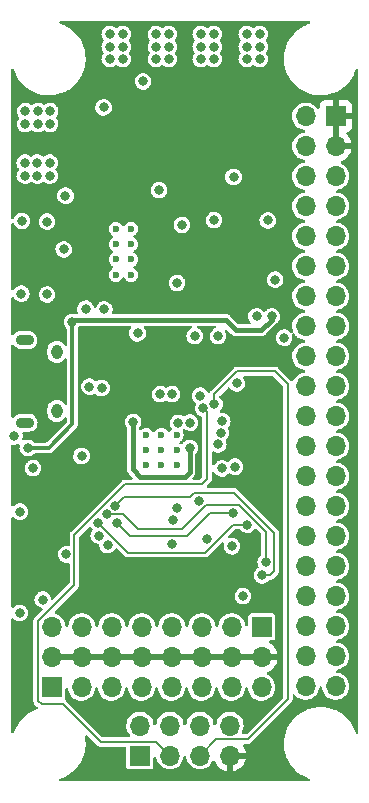
<source format=gbr>
%TF.GenerationSoftware,KiCad,Pcbnew,(6.0.0-0)*%
%TF.CreationDate,2022-10-07T18:10:28-04:00*%
%TF.ProjectId,hermes_v1,6865726d-6573-45f7-9631-2e6b69636164,rev?*%
%TF.SameCoordinates,Original*%
%TF.FileFunction,Copper,L3,Inr*%
%TF.FilePolarity,Positive*%
%FSLAX46Y46*%
G04 Gerber Fmt 4.6, Leading zero omitted, Abs format (unit mm)*
G04 Created by KiCad (PCBNEW (6.0.0-0)) date 2022-10-07 18:10:28*
%MOMM*%
%LPD*%
G01*
G04 APERTURE LIST*
%TA.AperFunction,ComponentPad*%
%ADD10C,0.600000*%
%TD*%
%TA.AperFunction,ComponentPad*%
%ADD11O,1.550000X0.890000*%
%TD*%
%TA.AperFunction,ComponentPad*%
%ADD12O,0.950000X1.250000*%
%TD*%
%TA.AperFunction,ComponentPad*%
%ADD13R,1.700000X1.700000*%
%TD*%
%TA.AperFunction,ComponentPad*%
%ADD14O,1.700000X1.700000*%
%TD*%
%TA.AperFunction,ViaPad*%
%ADD15C,0.800000*%
%TD*%
%TA.AperFunction,Conductor*%
%ADD16C,0.200000*%
%TD*%
%TA.AperFunction,Conductor*%
%ADD17C,0.400000*%
%TD*%
%TA.AperFunction,Conductor*%
%ADD18C,0.300000*%
%TD*%
G04 APERTURE END LIST*
D10*
%TO.N,GND*%
%TO.C,U3*%
X252525000Y-69975000D03*
X253800000Y-69975000D03*
X252525000Y-72525000D03*
X253800000Y-72525000D03*
X251250000Y-72525000D03*
X251250000Y-69975000D03*
X253800000Y-71250000D03*
X251250000Y-71250000D03*
X252525000Y-71250000D03*
%TD*%
D11*
%TO.N,GND*%
%TO.C,J2*%
X240950000Y-68925000D03*
X240950000Y-61925000D03*
D12*
X243650000Y-62925000D03*
X243650000Y-67925000D03*
%TD*%
D10*
%TO.N,GND*%
%TO.C,U6*%
X249950000Y-52500000D03*
X249950000Y-55100000D03*
X248650000Y-52500000D03*
X249950000Y-53800000D03*
X248650000Y-56400000D03*
X249950000Y-56400000D03*
X248650000Y-53800000D03*
X248650000Y-55100000D03*
%TD*%
D13*
%TO.N,GND*%
%TO.C,J3*%
X250700000Y-97100000D03*
D14*
X250700000Y-94560000D03*
%TO.N,FC_UART0_RX*%
X253240000Y-97100000D03*
%TO.N,FC_UART1_RX*%
X253240000Y-94560000D03*
%TO.N,FC_UART0_TX*%
X255780000Y-97100000D03*
%TO.N,FC_UART1_TX*%
X255780000Y-94560000D03*
%TO.N,+5V*%
X258320000Y-97100000D03*
%TO.N,3V3_IO*%
X258320000Y-94560000D03*
%TD*%
D13*
%TO.N,+5V*%
%TO.C,J1*%
X267275000Y-42965000D03*
D14*
%TO.N,unconnected-(J1-Pad2)*%
X264735000Y-42965000D03*
%TO.N,+5V*%
X267275000Y-45505000D03*
%TO.N,FC_I2C0_SDA*%
X264735000Y-45505000D03*
%TO.N,GND*%
X267275000Y-48045000D03*
%TO.N,FC_I2C0_SCL*%
X264735000Y-48045000D03*
%TO.N,unconnected-(J1-Pad7)*%
X267275000Y-50585000D03*
%TO.N,unconnected-(J1-Pad8)*%
X264735000Y-50585000D03*
%TO.N,unconnected-(J1-Pad9)*%
X267275000Y-53125000D03*
%TO.N,GND*%
X264735000Y-53125000D03*
%TO.N,unconnected-(J1-Pad11)*%
X267275000Y-55665000D03*
%TO.N,unconnected-(J1-Pad12)*%
X264735000Y-55665000D03*
%TO.N,unconnected-(J1-Pad13)*%
X267275000Y-58205000D03*
%TO.N,unconnected-(J1-Pad14)*%
X264735000Y-58205000D03*
%TO.N,unconnected-(J1-Pad15)*%
X267275000Y-60745000D03*
%TO.N,unconnected-(J1-Pad16)*%
X264735000Y-60745000D03*
%TO.N,unconnected-(J1-Pad17)*%
X267275000Y-63285000D03*
%TO.N,unconnected-(J1-Pad18)*%
X264735000Y-63285000D03*
%TO.N,GND*%
X267275000Y-65825000D03*
%TO.N,unconnected-(J1-Pad20)*%
X264735000Y-65825000D03*
%TO.N,unconnected-(J1-Pad21)*%
X267275000Y-68365000D03*
%TO.N,unconnected-(J1-Pad22)*%
X264735000Y-68365000D03*
%TO.N,unconnected-(J1-Pad23)*%
X267275000Y-70905000D03*
%TO.N,unconnected-(J1-Pad24)*%
X264735000Y-70905000D03*
%TO.N,unconnected-(J1-Pad25)*%
X267275000Y-73445000D03*
%TO.N,GND*%
X264735000Y-73445000D03*
%TO.N,unconnected-(J1-Pad27)*%
X267275000Y-75985000D03*
%TO.N,unconnected-(J1-Pad28)*%
X264735000Y-75985000D03*
%TO.N,GND*%
X267275000Y-78525000D03*
%TO.N,unconnected-(J1-Pad30)*%
X264735000Y-78525000D03*
%TO.N,unconnected-(J1-Pad31)*%
X267275000Y-81065000D03*
%TO.N,unconnected-(J1-Pad32)*%
X264735000Y-81065000D03*
%TO.N,GND*%
X267275000Y-83605000D03*
%TO.N,unconnected-(J1-Pad34)*%
X264735000Y-83605000D03*
%TO.N,unconnected-(J1-Pad35)*%
X267275000Y-86145000D03*
%TO.N,unconnected-(J1-Pad36)*%
X264735000Y-86145000D03*
%TO.N,unconnected-(J1-Pad37)*%
X267275000Y-88685000D03*
%TO.N,unconnected-(J1-Pad38)*%
X264735000Y-88685000D03*
%TO.N,unconnected-(J1-Pad39)*%
X267275000Y-91225000D03*
%TO.N,GND*%
X264735000Y-91225000D03*
%TD*%
D13*
%TO.N,FC_SERVO_1*%
%TO.C,J8*%
X261025000Y-86200000D03*
D14*
%TO.N,FC_SERVO_2*%
X258485000Y-86200000D03*
%TO.N,FC_SERVO_3*%
X255945000Y-86200000D03*
%TO.N,FC_SERVO_4*%
X253405000Y-86200000D03*
%TO.N,FC_SERVO_5*%
X250865000Y-86200000D03*
%TO.N,FC_SERVO_6*%
X248325000Y-86200000D03*
%TO.N,FC_SERVO_7*%
X245785000Y-86200000D03*
%TO.N,FC_RADIO_PPM*%
X243245000Y-86200000D03*
%TD*%
D13*
%TO.N,GND*%
%TO.C,J9*%
X243225000Y-91300000D03*
D14*
%TO.N,+5V*%
X243225000Y-88760000D03*
%TO.N,GND*%
X245765000Y-91300000D03*
%TO.N,+5V*%
X245765000Y-88760000D03*
%TO.N,GND*%
X248305000Y-91300000D03*
%TO.N,+5V*%
X248305000Y-88760000D03*
%TO.N,GND*%
X250845000Y-91300000D03*
%TO.N,+5V*%
X250845000Y-88760000D03*
%TO.N,GND*%
X253385000Y-91300000D03*
%TO.N,+5V*%
X253385000Y-88760000D03*
%TO.N,GND*%
X255925000Y-91300000D03*
%TO.N,+5V*%
X255925000Y-88760000D03*
%TO.N,GND*%
X258465000Y-91300000D03*
%TO.N,+5V*%
X258465000Y-88760000D03*
%TO.N,GND*%
X261005000Y-91300000D03*
%TO.N,+5V*%
X261005000Y-88760000D03*
%TD*%
D15*
%TO.N,FC_SPI0_CS2*%
X255780000Y-66620000D03*
%TO.N,FC_SPI0_MISO*%
X261050000Y-81840000D03*
%TO.N,FC_SPI0_CS2*%
X256380749Y-78740749D03*
%TO.N,FC_SPI0_CS1*%
X261350000Y-80730000D03*
%TO.N,FC_SPI0_SCK*%
X258540000Y-76570000D03*
%TO.N,FC_SPI0_MOSI*%
X259780000Y-77560000D03*
%TO.N,FC_I2C0_SCL*%
X247960000Y-79260000D03*
%TO.N,FC_I2C0_SDA*%
X247220000Y-78490000D03*
%TO.N,FC_SPI0_MOSI*%
X247177122Y-77387122D03*
%TO.N,FC_SPI0_SCK*%
X248737535Y-77386442D03*
%TO.N,FC_SPI0_CS1*%
X247903679Y-76686942D03*
%TO.N,FC_SPI0_MISO*%
X248597122Y-75967122D03*
%TO.N,GND*%
X258497630Y-79382273D03*
X241000000Y-42550000D03*
X241000000Y-43650000D03*
X243100000Y-43650000D03*
X243100000Y-42550000D03*
X242050000Y-43650000D03*
X242050000Y-42550000D03*
X249250000Y-37075000D03*
X248150000Y-37075000D03*
X249250000Y-36025000D03*
X248150000Y-36025000D03*
X248150000Y-38125000D03*
X249250000Y-38125000D03*
X259750000Y-38125000D03*
X260850000Y-37075000D03*
X259750000Y-37075000D03*
X260850000Y-38125000D03*
X260850000Y-36025000D03*
X259750000Y-36025000D03*
X240075000Y-70075000D03*
X254250000Y-52175000D03*
X261525000Y-51800000D03*
X252325000Y-49225000D03*
X244450000Y-80075000D03*
X258750000Y-72650000D03*
X244250000Y-54250000D03*
X258625000Y-48100000D03*
X244400000Y-49700000D03*
X241642878Y-72767878D03*
X250975000Y-40025000D03*
X258900000Y-65600000D03*
X242835000Y-58065000D03*
X253850000Y-57100000D03*
X247625000Y-42225000D03*
X255340000Y-61592500D03*
X240700000Y-51837500D03*
X246425000Y-65875000D03*
X257315000Y-61592500D03*
%TO.N,+1V1*%
X257329128Y-70750500D03*
X245761881Y-71723876D03*
X247450000Y-65990000D03*
%TO.N,+3V3*%
X262150000Y-56800000D03*
X262900000Y-61725000D03*
%TO.N,VCC*%
X240950000Y-46900000D03*
X242000000Y-46900000D03*
X242000000Y-48000000D03*
X243050000Y-48000000D03*
X243050000Y-46900000D03*
X253150000Y-36025000D03*
X253150000Y-37075000D03*
X252050000Y-36025000D03*
X253150000Y-38125000D03*
X252050000Y-38125000D03*
X252050000Y-37075000D03*
X256950000Y-37075000D03*
X255850000Y-38125000D03*
X256950000Y-36025000D03*
X255850000Y-37075000D03*
X256950000Y-38125000D03*
X255850000Y-36025000D03*
X240950000Y-48000000D03*
%TO.N,+5V*%
X257890000Y-58470000D03*
%TO.N,FC_STATUS_BLUE*%
X250500000Y-61350000D03*
X252425000Y-66500000D03*
%TO.N,FC_STATUS_RED*%
X247675000Y-59325000D03*
X253919729Y-68938809D03*
%TO.N,FC_STATUS_GREEN*%
X246100000Y-59275000D03*
X253424503Y-66500000D03*
%TO.N,FC_BOOTSEL*%
X242475000Y-83899500D03*
X240655000Y-57995000D03*
%TO.N,FC_RUN*%
X242825000Y-51887500D03*
X254919075Y-68921123D03*
%TO.N,FC_USB_VBUS*%
X261875000Y-59925000D03*
X241210000Y-71050000D03*
X244975000Y-60400000D03*
%TO.N,FC_SERVO_1*%
X259425000Y-83600000D03*
X257631540Y-72795314D03*
%TO.N,FC_SERVO_5*%
X255677574Y-75533514D03*
X253416941Y-79225000D03*
%TO.N,FC_SWCLK*%
X257560982Y-69778262D03*
%TO.N,FC_SWD*%
X257668069Y-68784514D03*
%TO.N,REG_5VIN*%
X256975000Y-51775000D03*
X260575000Y-59925000D03*
%TO.N,FC_UART1_TX*%
X253824500Y-76175000D03*
%TO.N,FC_UART1_RX*%
X253519313Y-77126768D03*
%TO.N,FC_UART0_TX*%
X257014326Y-67358427D03*
%TO.N,FC_UART0_RX*%
X256075000Y-67700000D03*
%TO.N,/FlightControlComputer/3V_MCU*%
X250125000Y-68850000D03*
X254900000Y-71050000D03*
%TO.N,3V3_IO*%
X240520000Y-85030000D03*
X240520000Y-76460000D03*
%TD*%
D16*
%TO.N,FC_UART0_RX*%
X253240000Y-97100000D02*
X252090489Y-95950489D01*
X252090489Y-95950489D02*
X247375296Y-95950489D01*
X249435000Y-74140000D02*
X255920000Y-74140000D01*
X244174807Y-92750000D02*
X242375978Y-92750000D01*
X242075489Y-85743856D02*
X245149511Y-82669834D01*
X245149511Y-78425489D02*
X249435000Y-74140000D01*
X242375978Y-92750000D02*
X242075489Y-92449511D01*
X247375296Y-95950489D02*
X244174807Y-92750000D01*
X242075489Y-92449511D02*
X242075489Y-85743856D01*
X245149511Y-82669834D02*
X245149511Y-78425489D01*
X255920000Y-74140000D02*
X256377085Y-73682915D01*
X256377085Y-73682915D02*
X256377085Y-68002085D01*
X256377085Y-68002085D02*
X256075000Y-67700000D01*
%TO.N,FC_SPI0_MISO*%
X261720000Y-81840000D02*
X261050000Y-81840000D01*
X248597122Y-75967122D02*
X249384244Y-75180000D01*
X262049511Y-78219511D02*
X262049511Y-81510489D01*
X254920000Y-75180000D02*
X255265997Y-74834003D01*
X262049511Y-81510489D02*
X261720000Y-81840000D01*
X249384244Y-75180000D02*
X254920000Y-75180000D01*
X255265997Y-74834003D02*
X258664003Y-74834003D01*
X258664003Y-74834003D02*
X262049511Y-78219511D01*
%TO.N,FC_SPI0_CS1*%
X250520000Y-77950000D02*
X249256931Y-76686931D01*
X247903690Y-76686931D02*
X247903679Y-76686942D01*
X256330347Y-75870000D02*
X254250347Y-77950000D01*
X261350000Y-80730000D02*
X261350000Y-78140741D01*
X259079259Y-75870000D02*
X256330347Y-75870000D01*
X261350000Y-78140741D02*
X259079259Y-75870000D01*
X254250347Y-77950000D02*
X250520000Y-77950000D01*
X249256931Y-76686931D02*
X247903690Y-76686931D01*
%TO.N,FC_SPI0_SCK*%
X249876582Y-78525489D02*
X254694511Y-78525489D01*
X254694511Y-78525489D02*
X256650000Y-76570000D01*
X258540000Y-76570000D02*
X256650000Y-76570000D01*
X249876582Y-78525489D02*
X248737535Y-77386442D01*
%TO.N,FC_SPI0_MOSI*%
X259780000Y-77560000D02*
X258550757Y-77560000D01*
X256186246Y-79924511D02*
X249714511Y-79924511D01*
X249714511Y-79924511D02*
X247177122Y-77387122D01*
X258550757Y-77560000D02*
X256186246Y-79924511D01*
D17*
%TO.N,FC_USB_VBUS*%
X257950000Y-60200000D02*
X245175000Y-60200000D01*
X245175000Y-60200000D02*
X244975000Y-60400000D01*
X261875000Y-60200000D02*
X260975000Y-61100000D01*
X258850000Y-61100000D02*
X257950000Y-60200000D01*
D18*
X242970000Y-71050000D02*
X244975000Y-69045000D01*
X244975000Y-69045000D02*
X244975000Y-60400000D01*
D17*
X261875000Y-59925000D02*
X261875000Y-60200000D01*
D18*
X241210000Y-71050000D02*
X242970000Y-71050000D01*
D17*
X260975000Y-61100000D02*
X258850000Y-61100000D01*
D16*
%TO.N,FC_UART0_TX*%
X255780000Y-97100000D02*
X257170489Y-95709511D01*
X263225000Y-65675000D02*
X262125000Y-64575000D01*
X257170489Y-95709511D02*
X259865489Y-95709511D01*
X263225000Y-92350000D02*
X263225000Y-65675000D01*
X258935741Y-64575000D02*
X257014326Y-66496415D01*
X262125000Y-64575000D02*
X258935741Y-64575000D01*
X257014326Y-66496415D02*
X257014326Y-67358427D01*
X259865489Y-95709511D02*
X263225000Y-92350000D01*
D17*
%TO.N,/FlightControlComputer/3V_MCU*%
X254900000Y-71050000D02*
X254900000Y-73100000D01*
X254900000Y-73100000D02*
X254500000Y-73500000D01*
X250125000Y-72875000D02*
X250125000Y-68850000D01*
X254500000Y-73500000D02*
X250750000Y-73500000D01*
X250750000Y-73500000D02*
X250125000Y-72875000D01*
%TD*%
%TA.AperFunction,Conductor*%
%TO.N,+5V*%
G36*
X265084032Y-34920002D02*
G01*
X265130525Y-34973658D01*
X265140629Y-35043932D01*
X265111135Y-35108512D01*
X265051170Y-35146966D01*
X264963341Y-35172566D01*
X264960039Y-35173951D01*
X264960038Y-35173951D01*
X264750883Y-35261657D01*
X264638610Y-35308737D01*
X264534406Y-35367094D01*
X264334498Y-35479047D01*
X264334493Y-35479050D01*
X264331381Y-35480793D01*
X264328485Y-35482878D01*
X264328480Y-35482881D01*
X264259347Y-35532650D01*
X264045605Y-35686523D01*
X264042969Y-35688917D01*
X264042967Y-35688919D01*
X263866166Y-35849513D01*
X263784954Y-35923281D01*
X263708833Y-36010080D01*
X263568845Y-36169706D01*
X263552781Y-36188023D01*
X263550749Y-36190952D01*
X263550746Y-36190956D01*
X263478150Y-36295604D01*
X263352071Y-36477347D01*
X263350380Y-36480494D01*
X263350377Y-36480499D01*
X263275280Y-36620261D01*
X263185402Y-36787532D01*
X263054919Y-37114590D01*
X262962299Y-37454317D01*
X262961757Y-37457839D01*
X262931745Y-37652831D01*
X262908732Y-37802345D01*
X262908592Y-37805909D01*
X262895475Y-38139778D01*
X262894908Y-38154200D01*
X262921004Y-38505358D01*
X262986684Y-38851304D01*
X263091104Y-39187592D01*
X263092545Y-39190867D01*
X263171267Y-39369776D01*
X263232921Y-39509897D01*
X263410313Y-39814076D01*
X263620999Y-40096219D01*
X263623443Y-40098817D01*
X263623448Y-40098823D01*
X263848653Y-40338222D01*
X263862270Y-40352697D01*
X263884024Y-40371113D01*
X264054652Y-40515560D01*
X264131024Y-40580214D01*
X264133988Y-40582194D01*
X264133990Y-40582196D01*
X264281999Y-40681092D01*
X264423807Y-40775845D01*
X264426989Y-40777484D01*
X264426991Y-40777485D01*
X264733670Y-40935436D01*
X264733675Y-40935438D01*
X264736853Y-40937075D01*
X264740194Y-40938341D01*
X264740199Y-40938343D01*
X264971696Y-41026049D01*
X265066139Y-41061830D01*
X265069603Y-41062710D01*
X265069607Y-41062711D01*
X265403963Y-41147627D01*
X265403971Y-41147629D01*
X265407430Y-41148507D01*
X265579152Y-41171878D01*
X265753347Y-41195585D01*
X265753354Y-41195586D01*
X265756340Y-41195992D01*
X265871081Y-41200500D01*
X266089198Y-41200500D01*
X266230756Y-41192462D01*
X266347992Y-41185805D01*
X266347999Y-41185804D01*
X266351560Y-41185602D01*
X266489883Y-41161834D01*
X266695082Y-41126575D01*
X266695090Y-41126573D01*
X266698600Y-41125970D01*
X266702025Y-41124972D01*
X266702028Y-41124971D01*
X267033221Y-41028436D01*
X267036659Y-41027434D01*
X267361390Y-40891263D01*
X267564556Y-40777485D01*
X267665502Y-40720953D01*
X267665507Y-40720950D01*
X267668619Y-40719207D01*
X267671515Y-40717122D01*
X267671520Y-40717119D01*
X267841046Y-40595077D01*
X267954395Y-40513477D01*
X268125673Y-40357900D01*
X268212405Y-40279118D01*
X268212406Y-40279117D01*
X268215046Y-40276719D01*
X268447219Y-40011977D01*
X268647929Y-39722653D01*
X268661135Y-39698077D01*
X268798726Y-39442007D01*
X268814598Y-39412468D01*
X268833048Y-39366224D01*
X268943755Y-39088733D01*
X268945081Y-39085410D01*
X268946021Y-39081961D01*
X268946024Y-39081953D01*
X268952437Y-39058429D01*
X268989652Y-38997968D01*
X269053647Y-38967225D01*
X269124104Y-38975960D01*
X269178654Y-39021402D01*
X269200000Y-39091570D01*
X269200000Y-95119230D01*
X269179998Y-95187351D01*
X269126342Y-95233844D01*
X269056068Y-95243948D01*
X268991488Y-95214454D01*
X268953668Y-95156594D01*
X268909961Y-95015836D01*
X268909958Y-95015827D01*
X268908896Y-95012408D01*
X268907455Y-95009133D01*
X268768522Y-94693382D01*
X268768520Y-94693379D01*
X268767079Y-94690103D01*
X268589687Y-94385924D01*
X268379001Y-94103781D01*
X268376557Y-94101183D01*
X268376552Y-94101177D01*
X268140180Y-93849907D01*
X268140176Y-93849904D01*
X268137730Y-93847303D01*
X267947809Y-93686523D01*
X267871698Y-93622090D01*
X267871694Y-93622087D01*
X267868976Y-93619786D01*
X267739966Y-93533584D01*
X267579170Y-93426144D01*
X267579168Y-93426143D01*
X267576193Y-93424155D01*
X267550459Y-93410901D01*
X267266330Y-93264564D01*
X267266325Y-93264562D01*
X267263147Y-93262925D01*
X267259806Y-93261659D01*
X267259801Y-93261657D01*
X266968673Y-93151359D01*
X266933861Y-93138170D01*
X266930397Y-93137290D01*
X266930393Y-93137289D01*
X266596037Y-93052373D01*
X266596029Y-93052371D01*
X266592570Y-93051493D01*
X266388412Y-93023708D01*
X266246653Y-93004415D01*
X266246646Y-93004414D01*
X266243660Y-93004008D01*
X266128919Y-92999500D01*
X265910802Y-92999500D01*
X265769244Y-93007538D01*
X265652008Y-93014195D01*
X265652001Y-93014196D01*
X265648440Y-93014398D01*
X265510117Y-93038166D01*
X265304918Y-93073425D01*
X265304910Y-93073427D01*
X265301400Y-93074030D01*
X265297975Y-93075028D01*
X265297972Y-93075029D01*
X265084370Y-93137289D01*
X264963341Y-93172566D01*
X264638610Y-93308737D01*
X264484996Y-93394765D01*
X264334498Y-93479047D01*
X264334493Y-93479050D01*
X264331381Y-93480793D01*
X264328485Y-93482878D01*
X264328480Y-93482881D01*
X264283685Y-93515129D01*
X264045605Y-93686523D01*
X264042969Y-93688917D01*
X264042967Y-93688919D01*
X263865733Y-93849907D01*
X263784954Y-93923281D01*
X263552781Y-94188023D01*
X263352071Y-94477347D01*
X263350380Y-94480494D01*
X263350377Y-94480499D01*
X263277160Y-94616763D01*
X263185402Y-94787532D01*
X263054919Y-95114590D01*
X262962299Y-95454317D01*
X262953956Y-95508521D01*
X262920142Y-95728216D01*
X262908732Y-95802345D01*
X262908592Y-95805909D01*
X262896191Y-96121556D01*
X262894908Y-96154200D01*
X262921004Y-96505358D01*
X262986684Y-96851304D01*
X262987742Y-96854713D01*
X262987744Y-96854719D01*
X263027961Y-96984239D01*
X263091104Y-97187592D01*
X263092545Y-97190867D01*
X263224577Y-97490933D01*
X263232921Y-97509897D01*
X263410313Y-97814076D01*
X263620999Y-98096219D01*
X263623443Y-98098817D01*
X263623448Y-98098823D01*
X263859820Y-98350093D01*
X263862270Y-98352697D01*
X263929462Y-98409579D01*
X264086301Y-98542353D01*
X264131024Y-98580214D01*
X264133988Y-98582194D01*
X264133990Y-98582196D01*
X264335917Y-98717119D01*
X264423807Y-98775845D01*
X264426989Y-98777484D01*
X264426991Y-98777485D01*
X264733670Y-98935436D01*
X264733675Y-98935438D01*
X264736853Y-98937075D01*
X264740194Y-98938341D01*
X264740199Y-98938343D01*
X264763453Y-98947153D01*
X265042923Y-99053034D01*
X265051208Y-99056173D01*
X265107823Y-99099012D01*
X265132291Y-99165659D01*
X265116842Y-99234955D01*
X265066381Y-99284897D01*
X265006567Y-99300000D01*
X243984089Y-99300000D01*
X243915968Y-99279998D01*
X243869475Y-99226342D01*
X243859371Y-99156068D01*
X243888865Y-99091488D01*
X243948830Y-99053034D01*
X244009590Y-99035324D01*
X244036659Y-99027434D01*
X244063588Y-99016142D01*
X244358092Y-98892646D01*
X244361390Y-98891263D01*
X244564556Y-98777485D01*
X244665502Y-98720953D01*
X244665507Y-98720950D01*
X244668619Y-98719207D01*
X244671515Y-98717122D01*
X244671520Y-98717119D01*
X244818239Y-98611496D01*
X244954395Y-98513477D01*
X245071945Y-98406703D01*
X245212405Y-98279118D01*
X245212406Y-98279117D01*
X245215046Y-98276719D01*
X245396626Y-98069667D01*
X245444868Y-98014658D01*
X245444869Y-98014656D01*
X245447219Y-98011977D01*
X245456671Y-97998353D01*
X245556521Y-97854418D01*
X245647929Y-97722653D01*
X245702466Y-97621156D01*
X245775254Y-97485690D01*
X245814598Y-97412468D01*
X245945081Y-97085410D01*
X246037701Y-96745683D01*
X246066423Y-96559077D01*
X246090726Y-96401178D01*
X246090726Y-96401174D01*
X246091268Y-96397655D01*
X246096834Y-96255980D01*
X246104952Y-96049370D01*
X246104952Y-96049365D01*
X246105092Y-96045800D01*
X246085611Y-95783659D01*
X246079261Y-95698204D01*
X246079260Y-95698199D01*
X246078996Y-95694642D01*
X246057685Y-95582396D01*
X246044177Y-95511244D01*
X246051122Y-95440588D01*
X246095164Y-95384903D01*
X246162320Y-95361869D01*
X246231269Y-95378798D01*
X246257061Y-95398647D01*
X247114387Y-96255973D01*
X247114391Y-96255976D01*
X247136954Y-96278539D01*
X247145794Y-96283043D01*
X247156551Y-96288524D01*
X247173403Y-96298850D01*
X247191206Y-96311785D01*
X247212130Y-96318584D01*
X247230390Y-96326148D01*
X247241155Y-96331633D01*
X247241159Y-96331634D01*
X247249992Y-96336135D01*
X247259783Y-96337686D01*
X247259784Y-96337686D01*
X247271718Y-96339576D01*
X247290943Y-96344192D01*
X247302428Y-96347924D01*
X247302432Y-96347925D01*
X247311863Y-96350989D01*
X249423500Y-96350989D01*
X249491621Y-96370991D01*
X249538114Y-96424647D01*
X249549500Y-96476989D01*
X249549500Y-97994646D01*
X249552618Y-98020846D01*
X249556456Y-98029486D01*
X249556456Y-98029487D01*
X249559565Y-98036486D01*
X249598061Y-98123153D01*
X249606294Y-98131372D01*
X249606295Y-98131373D01*
X249632363Y-98157395D01*
X249677287Y-98202241D01*
X249687924Y-98206944D01*
X249687926Y-98206945D01*
X249725382Y-98223504D01*
X249779673Y-98247506D01*
X249805354Y-98250500D01*
X251594646Y-98250500D01*
X251598350Y-98250059D01*
X251598353Y-98250059D01*
X251605746Y-98249179D01*
X251620846Y-98247382D01*
X251723153Y-98201939D01*
X251802241Y-98122713D01*
X251847506Y-98020327D01*
X251850500Y-97994646D01*
X251850500Y-97310673D01*
X251870502Y-97242552D01*
X251924158Y-97196059D01*
X251994432Y-97185955D01*
X252059012Y-97215449D01*
X252097396Y-97275175D01*
X252098658Y-97280784D01*
X252098796Y-97280749D01*
X252145569Y-97464914D01*
X252150845Y-97485690D01*
X252153262Y-97490933D01*
X252177387Y-97543265D01*
X252239369Y-97677714D01*
X252361405Y-97850391D01*
X252365539Y-97854418D01*
X252505727Y-97990983D01*
X252512865Y-97997937D01*
X252517661Y-98001142D01*
X252517664Y-98001144D01*
X252620216Y-98069667D01*
X252688677Y-98115411D01*
X252693985Y-98117692D01*
X252693986Y-98117692D01*
X252877650Y-98196600D01*
X252877653Y-98196601D01*
X252882953Y-98198878D01*
X252888582Y-98200152D01*
X252888583Y-98200152D01*
X253083550Y-98244269D01*
X253083553Y-98244269D01*
X253089186Y-98245544D01*
X253094957Y-98245771D01*
X253094959Y-98245771D01*
X253156989Y-98248208D01*
X253300470Y-98253846D01*
X253306179Y-98253018D01*
X253306183Y-98253018D01*
X253504015Y-98224333D01*
X253504019Y-98224332D01*
X253509730Y-98223504D01*
X253596579Y-98194023D01*
X253704483Y-98157395D01*
X253704488Y-98157393D01*
X253709955Y-98155537D01*
X253714998Y-98152713D01*
X253889395Y-98055046D01*
X253889399Y-98055043D01*
X253894442Y-98052219D01*
X254057012Y-97917012D01*
X254192219Y-97754442D01*
X254195043Y-97749399D01*
X254195046Y-97749395D01*
X254292713Y-97574998D01*
X254292714Y-97574996D01*
X254295537Y-97569955D01*
X254297393Y-97564488D01*
X254297395Y-97564483D01*
X254361647Y-97375200D01*
X254363504Y-97369730D01*
X254364333Y-97364015D01*
X254385090Y-97220860D01*
X254414660Y-97156315D01*
X254474432Y-97118003D01*
X254545429Y-97118087D01*
X254605109Y-97156542D01*
X254634525Y-97221158D01*
X254635515Y-97230695D01*
X254638796Y-97280749D01*
X254640217Y-97286345D01*
X254640218Y-97286350D01*
X254687044Y-97470724D01*
X254690845Y-97485690D01*
X254693262Y-97490933D01*
X254717387Y-97543265D01*
X254779369Y-97677714D01*
X254901405Y-97850391D01*
X254905539Y-97854418D01*
X255045727Y-97990983D01*
X255052865Y-97997937D01*
X255057661Y-98001142D01*
X255057664Y-98001144D01*
X255160216Y-98069667D01*
X255228677Y-98115411D01*
X255233985Y-98117692D01*
X255233986Y-98117692D01*
X255417650Y-98196600D01*
X255417653Y-98196601D01*
X255422953Y-98198878D01*
X255428582Y-98200152D01*
X255428583Y-98200152D01*
X255623550Y-98244269D01*
X255623553Y-98244269D01*
X255629186Y-98245544D01*
X255634957Y-98245771D01*
X255634959Y-98245771D01*
X255696989Y-98248208D01*
X255840470Y-98253846D01*
X255846179Y-98253018D01*
X255846183Y-98253018D01*
X256044015Y-98224333D01*
X256044019Y-98224332D01*
X256049730Y-98223504D01*
X256136579Y-98194023D01*
X256244483Y-98157395D01*
X256244488Y-98157393D01*
X256249955Y-98155537D01*
X256254998Y-98152713D01*
X256429395Y-98055046D01*
X256429399Y-98055043D01*
X256434442Y-98052219D01*
X256597012Y-97917012D01*
X256732219Y-97754442D01*
X256828931Y-97581751D01*
X256879667Y-97532091D01*
X256949198Y-97517744D01*
X257015449Y-97543265D01*
X257055607Y-97595915D01*
X257101770Y-97709603D01*
X257106413Y-97718794D01*
X257217694Y-97900388D01*
X257223777Y-97908699D01*
X257363213Y-98069667D01*
X257370580Y-98076883D01*
X257534434Y-98212916D01*
X257542881Y-98218831D01*
X257726756Y-98326279D01*
X257736042Y-98330729D01*
X257935001Y-98406703D01*
X257944899Y-98409579D01*
X258048250Y-98430606D01*
X258062299Y-98429410D01*
X258066000Y-98419065D01*
X258066000Y-98418517D01*
X258574000Y-98418517D01*
X258578064Y-98432359D01*
X258591478Y-98434393D01*
X258598184Y-98433534D01*
X258608262Y-98431392D01*
X258812255Y-98370191D01*
X258821842Y-98366433D01*
X259013095Y-98272739D01*
X259021945Y-98267464D01*
X259195328Y-98143792D01*
X259203200Y-98137139D01*
X259354052Y-97986812D01*
X259360730Y-97978965D01*
X259485003Y-97806020D01*
X259490313Y-97797183D01*
X259584670Y-97606267D01*
X259588469Y-97596672D01*
X259650377Y-97392910D01*
X259652555Y-97382837D01*
X259653986Y-97371962D01*
X259651775Y-97357778D01*
X259638617Y-97354000D01*
X258592115Y-97354000D01*
X258576876Y-97358475D01*
X258575671Y-97359865D01*
X258574000Y-97367548D01*
X258574000Y-98418517D01*
X258066000Y-98418517D01*
X258066000Y-96972000D01*
X258086002Y-96903879D01*
X258139658Y-96857386D01*
X258192000Y-96846000D01*
X259638344Y-96846000D01*
X259651875Y-96842027D01*
X259653180Y-96832947D01*
X259611214Y-96665875D01*
X259607894Y-96656124D01*
X259522972Y-96460814D01*
X259518105Y-96451739D01*
X259422821Y-96304451D01*
X259402614Y-96236391D01*
X259422410Y-96168210D01*
X259475926Y-96121556D01*
X259528613Y-96110011D01*
X259928922Y-96110011D01*
X259938353Y-96106947D01*
X259938357Y-96106946D01*
X259949842Y-96103214D01*
X259969067Y-96098598D01*
X259981001Y-96096708D01*
X259981002Y-96096708D01*
X259990793Y-96095157D01*
X259999626Y-96090656D01*
X259999630Y-96090655D01*
X260010395Y-96085170D01*
X260028655Y-96077606D01*
X260049579Y-96070807D01*
X260067382Y-96057872D01*
X260084234Y-96047546D01*
X260094991Y-96042065D01*
X260103831Y-96037561D01*
X260126394Y-96014998D01*
X260126398Y-96014995D01*
X263530484Y-92610909D01*
X263530487Y-92610905D01*
X263553050Y-92588342D01*
X263563035Y-92568745D01*
X263573361Y-92551893D01*
X263586296Y-92534090D01*
X263593095Y-92513166D01*
X263600659Y-92494906D01*
X263606144Y-92484141D01*
X263606145Y-92484137D01*
X263610646Y-92475304D01*
X263614045Y-92453846D01*
X263614087Y-92453578D01*
X263618703Y-92434353D01*
X263622435Y-92422868D01*
X263622436Y-92422864D01*
X263625500Y-92413433D01*
X263625500Y-92045270D01*
X263645502Y-91977149D01*
X263699158Y-91930656D01*
X263769432Y-91920552D01*
X263834012Y-91950046D01*
X263848982Y-91966571D01*
X263849320Y-91966282D01*
X263853073Y-91970676D01*
X263856405Y-91975391D01*
X264007865Y-92122937D01*
X264012661Y-92126142D01*
X264012664Y-92126144D01*
X264124910Y-92201144D01*
X264183677Y-92240411D01*
X264188985Y-92242692D01*
X264188986Y-92242692D01*
X264372650Y-92321600D01*
X264372653Y-92321601D01*
X264377953Y-92323878D01*
X264383582Y-92325152D01*
X264383583Y-92325152D01*
X264578550Y-92369269D01*
X264578553Y-92369269D01*
X264584186Y-92370544D01*
X264589957Y-92370771D01*
X264589959Y-92370771D01*
X264651989Y-92373208D01*
X264795470Y-92378846D01*
X264801179Y-92378018D01*
X264801183Y-92378018D01*
X264999015Y-92349333D01*
X264999019Y-92349332D01*
X265004730Y-92348504D01*
X265095500Y-92317692D01*
X265199483Y-92282395D01*
X265199488Y-92282393D01*
X265204955Y-92280537D01*
X265209998Y-92277713D01*
X265384395Y-92180046D01*
X265384399Y-92180043D01*
X265389442Y-92177219D01*
X265552012Y-92042012D01*
X265687219Y-91879442D01*
X265690043Y-91874399D01*
X265690046Y-91874395D01*
X265787713Y-91699998D01*
X265787714Y-91699996D01*
X265790537Y-91694955D01*
X265792393Y-91689488D01*
X265792395Y-91689483D01*
X265856647Y-91500200D01*
X265858504Y-91494730D01*
X265860526Y-91480784D01*
X265880090Y-91345860D01*
X265909660Y-91281315D01*
X265969432Y-91243003D01*
X266040429Y-91243087D01*
X266100109Y-91281542D01*
X266129525Y-91346158D01*
X266130515Y-91355695D01*
X266133796Y-91405749D01*
X266135217Y-91411345D01*
X266135218Y-91411350D01*
X266184424Y-91605095D01*
X266185845Y-91610690D01*
X266274369Y-91802714D01*
X266396405Y-91975391D01*
X266547865Y-92122937D01*
X266552661Y-92126142D01*
X266552664Y-92126144D01*
X266664910Y-92201144D01*
X266723677Y-92240411D01*
X266728985Y-92242692D01*
X266728986Y-92242692D01*
X266912650Y-92321600D01*
X266912653Y-92321601D01*
X266917953Y-92323878D01*
X266923582Y-92325152D01*
X266923583Y-92325152D01*
X267118550Y-92369269D01*
X267118553Y-92369269D01*
X267124186Y-92370544D01*
X267129957Y-92370771D01*
X267129959Y-92370771D01*
X267191989Y-92373208D01*
X267335470Y-92378846D01*
X267341179Y-92378018D01*
X267341183Y-92378018D01*
X267539015Y-92349333D01*
X267539019Y-92349332D01*
X267544730Y-92348504D01*
X267635500Y-92317692D01*
X267739483Y-92282395D01*
X267739488Y-92282393D01*
X267744955Y-92280537D01*
X267749998Y-92277713D01*
X267924395Y-92180046D01*
X267924399Y-92180043D01*
X267929442Y-92177219D01*
X268092012Y-92042012D01*
X268227219Y-91879442D01*
X268230043Y-91874399D01*
X268230046Y-91874395D01*
X268327713Y-91699998D01*
X268327714Y-91699996D01*
X268330537Y-91694955D01*
X268332393Y-91689488D01*
X268332395Y-91689483D01*
X268396647Y-91500200D01*
X268398504Y-91494730D01*
X268400532Y-91480749D01*
X268428314Y-91289140D01*
X268428314Y-91289138D01*
X268428846Y-91285470D01*
X268430429Y-91225000D01*
X268411081Y-91014440D01*
X268353686Y-90810931D01*
X268342553Y-90788354D01*
X268262719Y-90626469D01*
X268260165Y-90621290D01*
X268133651Y-90451867D01*
X267978381Y-90308337D01*
X267915033Y-90268367D01*
X267804434Y-90198584D01*
X267804433Y-90198584D01*
X267799554Y-90195505D01*
X267603160Y-90117152D01*
X267597503Y-90116027D01*
X267597497Y-90116025D01*
X267400234Y-90076788D01*
X267337324Y-90043881D01*
X267302192Y-89982186D01*
X267305992Y-89911291D01*
X267347517Y-89853705D01*
X267406734Y-89828513D01*
X267539015Y-89809333D01*
X267539019Y-89809332D01*
X267544730Y-89808504D01*
X267623987Y-89781600D01*
X267739483Y-89742395D01*
X267739488Y-89742393D01*
X267744955Y-89740537D01*
X267764365Y-89729667D01*
X267924395Y-89640046D01*
X267924399Y-89640043D01*
X267929442Y-89637219D01*
X268092012Y-89502012D01*
X268227219Y-89339442D01*
X268230043Y-89334399D01*
X268230046Y-89334395D01*
X268327713Y-89159998D01*
X268327714Y-89159996D01*
X268330537Y-89154955D01*
X268332393Y-89149488D01*
X268332395Y-89149483D01*
X268396647Y-88960200D01*
X268398504Y-88954730D01*
X268400591Y-88940342D01*
X268428314Y-88749140D01*
X268428314Y-88749138D01*
X268428846Y-88745470D01*
X268430429Y-88685000D01*
X268411081Y-88474440D01*
X268353686Y-88270931D01*
X268342553Y-88248354D01*
X268262719Y-88086469D01*
X268260165Y-88081290D01*
X268161045Y-87948552D01*
X268137104Y-87916491D01*
X268137103Y-87916490D01*
X268133651Y-87911867D01*
X267978381Y-87768337D01*
X267973498Y-87765256D01*
X267804434Y-87658584D01*
X267804433Y-87658584D01*
X267799554Y-87655505D01*
X267603160Y-87577152D01*
X267597503Y-87576027D01*
X267597497Y-87576025D01*
X267400234Y-87536788D01*
X267337324Y-87503881D01*
X267302192Y-87442186D01*
X267305992Y-87371291D01*
X267347517Y-87313705D01*
X267406734Y-87288513D01*
X267539015Y-87269333D01*
X267539019Y-87269332D01*
X267544730Y-87268504D01*
X267655376Y-87230945D01*
X267739483Y-87202395D01*
X267739488Y-87202393D01*
X267744955Y-87200537D01*
X267779898Y-87180968D01*
X267924395Y-87100046D01*
X267924399Y-87100043D01*
X267929442Y-87097219D01*
X268092012Y-86962012D01*
X268227219Y-86799442D01*
X268230043Y-86794399D01*
X268230046Y-86794395D01*
X268327713Y-86619998D01*
X268327714Y-86619996D01*
X268330537Y-86614955D01*
X268332393Y-86609488D01*
X268332395Y-86609483D01*
X268396647Y-86420200D01*
X268398504Y-86414730D01*
X268404268Y-86374981D01*
X268428314Y-86209140D01*
X268428314Y-86209138D01*
X268428846Y-86205470D01*
X268430429Y-86145000D01*
X268411081Y-85934440D01*
X268353686Y-85730931D01*
X268342553Y-85708354D01*
X268262719Y-85546469D01*
X268260165Y-85541290D01*
X268133651Y-85371867D01*
X267978381Y-85228337D01*
X267945014Y-85207284D01*
X267804434Y-85118584D01*
X267804433Y-85118584D01*
X267799554Y-85115505D01*
X267603160Y-85037152D01*
X267597503Y-85036027D01*
X267597497Y-85036025D01*
X267400234Y-84996788D01*
X267337324Y-84963881D01*
X267302192Y-84902186D01*
X267305992Y-84831291D01*
X267347517Y-84773705D01*
X267406734Y-84748513D01*
X267539015Y-84729333D01*
X267539019Y-84729332D01*
X267544730Y-84728504D01*
X267623987Y-84701600D01*
X267739483Y-84662395D01*
X267739488Y-84662393D01*
X267744955Y-84660537D01*
X267807418Y-84625556D01*
X267924395Y-84560046D01*
X267924399Y-84560043D01*
X267929442Y-84557219D01*
X268092012Y-84422012D01*
X268227219Y-84259442D01*
X268230043Y-84254399D01*
X268230046Y-84254395D01*
X268327713Y-84079998D01*
X268327714Y-84079996D01*
X268330537Y-84074955D01*
X268332393Y-84069488D01*
X268332395Y-84069483D01*
X268390041Y-83899661D01*
X268398504Y-83874730D01*
X268401077Y-83856989D01*
X268428314Y-83669140D01*
X268428314Y-83669138D01*
X268428846Y-83665470D01*
X268430429Y-83605000D01*
X268411081Y-83394440D01*
X268353686Y-83190931D01*
X268342553Y-83168354D01*
X268262719Y-83006469D01*
X268260165Y-83001290D01*
X268133651Y-82831867D01*
X267978381Y-82688337D01*
X267799554Y-82575505D01*
X267603160Y-82497152D01*
X267597503Y-82496027D01*
X267597497Y-82496025D01*
X267400234Y-82456788D01*
X267337324Y-82423881D01*
X267302192Y-82362186D01*
X267305992Y-82291291D01*
X267347517Y-82233705D01*
X267406734Y-82208513D01*
X267539015Y-82189333D01*
X267539019Y-82189332D01*
X267544730Y-82188504D01*
X267671443Y-82145491D01*
X267739483Y-82122395D01*
X267739488Y-82122393D01*
X267744955Y-82120537D01*
X267749998Y-82117713D01*
X267924395Y-82020046D01*
X267924399Y-82020043D01*
X267929442Y-82017219D01*
X268092012Y-81882012D01*
X268227219Y-81719442D01*
X268230043Y-81714399D01*
X268230046Y-81714395D01*
X268327713Y-81539998D01*
X268327714Y-81539996D01*
X268330537Y-81534955D01*
X268332393Y-81529488D01*
X268332395Y-81529483D01*
X268396647Y-81340200D01*
X268398504Y-81334730D01*
X268409142Y-81261368D01*
X268428314Y-81129140D01*
X268428314Y-81129138D01*
X268428846Y-81125470D01*
X268430429Y-81065000D01*
X268411081Y-80854440D01*
X268353686Y-80650931D01*
X268350800Y-80645077D01*
X268262719Y-80466469D01*
X268260165Y-80461290D01*
X268153325Y-80318214D01*
X268137104Y-80296491D01*
X268137103Y-80296490D01*
X268133651Y-80291867D01*
X267978381Y-80148337D01*
X267838503Y-80060080D01*
X267804434Y-80038584D01*
X267804433Y-80038584D01*
X267799554Y-80035505D01*
X267603160Y-79957152D01*
X267597503Y-79956027D01*
X267597497Y-79956025D01*
X267400234Y-79916788D01*
X267337324Y-79883881D01*
X267302192Y-79822186D01*
X267305992Y-79751291D01*
X267347517Y-79693705D01*
X267406734Y-79668513D01*
X267539015Y-79649333D01*
X267539019Y-79649332D01*
X267544730Y-79648504D01*
X267623987Y-79621600D01*
X267739483Y-79582395D01*
X267739488Y-79582393D01*
X267744955Y-79580537D01*
X267758017Y-79573222D01*
X267924395Y-79480046D01*
X267924399Y-79480043D01*
X267929442Y-79477219D01*
X268092012Y-79342012D01*
X268227219Y-79179442D01*
X268230043Y-79174399D01*
X268230046Y-79174395D01*
X268327713Y-78999998D01*
X268327714Y-78999996D01*
X268330537Y-78994955D01*
X268332393Y-78989488D01*
X268332395Y-78989483D01*
X268396647Y-78800200D01*
X268398504Y-78794730D01*
X268407403Y-78733360D01*
X268428314Y-78589140D01*
X268428314Y-78589138D01*
X268428846Y-78585470D01*
X268430429Y-78525000D01*
X268411081Y-78314440D01*
X268408880Y-78306634D01*
X268377674Y-78195987D01*
X268353686Y-78110931D01*
X268348584Y-78100584D01*
X268262719Y-77926469D01*
X268260165Y-77921290D01*
X268133651Y-77751867D01*
X268033286Y-77659090D01*
X267982622Y-77612257D01*
X267982620Y-77612255D01*
X267978381Y-77608337D01*
X267945014Y-77587284D01*
X267804434Y-77498584D01*
X267804433Y-77498584D01*
X267799554Y-77495505D01*
X267603160Y-77417152D01*
X267597503Y-77416027D01*
X267597497Y-77416025D01*
X267400234Y-77376788D01*
X267337324Y-77343881D01*
X267302192Y-77282186D01*
X267305992Y-77211291D01*
X267347517Y-77153705D01*
X267406734Y-77128513D01*
X267539015Y-77109333D01*
X267539019Y-77109332D01*
X267544730Y-77108504D01*
X267623987Y-77081600D01*
X267739483Y-77042395D01*
X267739488Y-77042393D01*
X267744955Y-77040537D01*
X267749998Y-77037713D01*
X267924395Y-76940046D01*
X267924399Y-76940043D01*
X267929442Y-76937219D01*
X268092012Y-76802012D01*
X268227219Y-76639442D01*
X268230043Y-76634399D01*
X268230046Y-76634395D01*
X268327713Y-76459998D01*
X268327714Y-76459996D01*
X268330537Y-76454955D01*
X268332393Y-76449488D01*
X268332395Y-76449483D01*
X268396647Y-76260200D01*
X268398504Y-76254730D01*
X268410042Y-76175161D01*
X268428314Y-76049140D01*
X268428314Y-76049138D01*
X268428846Y-76045470D01*
X268430429Y-75985000D01*
X268411081Y-75774440D01*
X268406975Y-75759879D01*
X268366793Y-75617405D01*
X268353686Y-75570931D01*
X268342553Y-75548354D01*
X268262719Y-75386469D01*
X268260165Y-75381290D01*
X268133651Y-75211867D01*
X267978381Y-75068337D01*
X267799554Y-74955505D01*
X267603160Y-74877152D01*
X267597503Y-74876027D01*
X267597497Y-74876025D01*
X267400234Y-74836788D01*
X267337324Y-74803881D01*
X267302192Y-74742186D01*
X267305992Y-74671291D01*
X267347517Y-74613705D01*
X267406734Y-74588513D01*
X267539015Y-74569333D01*
X267539019Y-74569332D01*
X267544730Y-74568504D01*
X267623987Y-74541600D01*
X267739483Y-74502395D01*
X267739488Y-74502393D01*
X267744955Y-74500537D01*
X267753114Y-74495968D01*
X267924395Y-74400046D01*
X267924399Y-74400043D01*
X267929442Y-74397219D01*
X268092012Y-74262012D01*
X268227219Y-74099442D01*
X268230043Y-74094399D01*
X268230046Y-74094395D01*
X268327713Y-73919998D01*
X268327714Y-73919996D01*
X268330537Y-73914955D01*
X268332393Y-73909488D01*
X268332395Y-73909483D01*
X268384568Y-73755783D01*
X268398504Y-73714730D01*
X268412243Y-73619981D01*
X268428314Y-73509140D01*
X268428314Y-73509138D01*
X268428846Y-73505470D01*
X268430429Y-73445000D01*
X268411081Y-73234440D01*
X268409176Y-73227683D01*
X268385515Y-73143789D01*
X268353686Y-73030931D01*
X268342553Y-73008354D01*
X268262719Y-72846469D01*
X268260165Y-72841290D01*
X268133651Y-72671867D01*
X267978381Y-72528337D01*
X267893177Y-72474577D01*
X267804434Y-72418584D01*
X267804433Y-72418584D01*
X267799554Y-72415505D01*
X267603160Y-72337152D01*
X267597503Y-72336027D01*
X267597497Y-72336025D01*
X267400234Y-72296788D01*
X267337324Y-72263881D01*
X267302192Y-72202186D01*
X267305992Y-72131291D01*
X267347517Y-72073705D01*
X267406734Y-72048513D01*
X267539015Y-72029333D01*
X267539019Y-72029332D01*
X267544730Y-72028504D01*
X267623987Y-72001600D01*
X267739483Y-71962395D01*
X267739488Y-71962393D01*
X267744955Y-71960537D01*
X267763915Y-71949919D01*
X267924395Y-71860046D01*
X267924399Y-71860043D01*
X267929442Y-71857219D01*
X268092012Y-71722012D01*
X268227219Y-71559442D01*
X268230043Y-71554399D01*
X268230046Y-71554395D01*
X268327713Y-71379998D01*
X268327714Y-71379996D01*
X268330537Y-71374955D01*
X268332393Y-71369488D01*
X268332395Y-71369483D01*
X268396647Y-71180200D01*
X268398504Y-71174730D01*
X268402780Y-71145244D01*
X268428314Y-70969140D01*
X268428314Y-70969138D01*
X268428846Y-70965470D01*
X268430429Y-70905000D01*
X268411081Y-70694440D01*
X268404256Y-70670238D01*
X268381547Y-70589720D01*
X268353686Y-70490931D01*
X268346132Y-70475612D01*
X268262719Y-70306469D01*
X268260165Y-70301290D01*
X268146738Y-70149393D01*
X268137104Y-70136491D01*
X268137103Y-70136490D01*
X268133651Y-70131867D01*
X267978381Y-69988337D01*
X267799554Y-69875505D01*
X267603160Y-69797152D01*
X267597503Y-69796027D01*
X267597497Y-69796025D01*
X267400234Y-69756788D01*
X267337324Y-69723881D01*
X267302192Y-69662186D01*
X267305992Y-69591291D01*
X267347517Y-69533705D01*
X267406734Y-69508513D01*
X267539015Y-69489333D01*
X267539019Y-69489332D01*
X267544730Y-69488504D01*
X267633290Y-69458442D01*
X267739483Y-69422395D01*
X267739488Y-69422393D01*
X267744955Y-69420537D01*
X267749998Y-69417713D01*
X267924395Y-69320046D01*
X267924399Y-69320043D01*
X267929442Y-69317219D01*
X268092012Y-69182012D01*
X268227219Y-69019442D01*
X268230043Y-69014399D01*
X268230046Y-69014395D01*
X268327713Y-68839998D01*
X268327714Y-68839996D01*
X268330537Y-68834955D01*
X268332393Y-68829488D01*
X268332395Y-68829483D01*
X268384978Y-68674577D01*
X268398504Y-68634730D01*
X268400099Y-68623734D01*
X268428314Y-68429140D01*
X268428314Y-68429138D01*
X268428846Y-68425470D01*
X268430429Y-68365000D01*
X268411081Y-68154440D01*
X268402002Y-68122246D01*
X268391087Y-68083545D01*
X268353686Y-67950931D01*
X268342553Y-67928354D01*
X268262719Y-67766469D01*
X268260165Y-67761290D01*
X268133651Y-67591867D01*
X267978381Y-67448337D01*
X267852767Y-67369080D01*
X267804434Y-67338584D01*
X267804433Y-67338584D01*
X267799554Y-67335505D01*
X267603160Y-67257152D01*
X267597503Y-67256027D01*
X267597497Y-67256025D01*
X267400234Y-67216788D01*
X267337324Y-67183881D01*
X267302192Y-67122186D01*
X267305992Y-67051291D01*
X267347517Y-66993705D01*
X267406734Y-66968513D01*
X267539015Y-66949333D01*
X267539019Y-66949332D01*
X267544730Y-66948504D01*
X267623987Y-66921600D01*
X267739483Y-66882395D01*
X267739488Y-66882393D01*
X267744955Y-66880537D01*
X267749998Y-66877713D01*
X267924395Y-66780046D01*
X267924399Y-66780043D01*
X267929442Y-66777219D01*
X268092012Y-66642012D01*
X268227219Y-66479442D01*
X268230043Y-66474399D01*
X268230046Y-66474395D01*
X268327713Y-66299998D01*
X268327714Y-66299996D01*
X268330537Y-66294955D01*
X268332393Y-66289488D01*
X268332395Y-66289483D01*
X268396647Y-66100200D01*
X268398504Y-66094730D01*
X268406242Y-66041368D01*
X268428314Y-65889140D01*
X268428314Y-65889138D01*
X268428846Y-65885470D01*
X268430429Y-65825000D01*
X268411081Y-65614440D01*
X268353686Y-65410931D01*
X268344696Y-65392700D01*
X268262719Y-65226469D01*
X268260165Y-65221290D01*
X268133651Y-65051867D01*
X267978381Y-64908337D01*
X267799554Y-64795505D01*
X267603160Y-64717152D01*
X267597503Y-64716027D01*
X267597497Y-64716025D01*
X267400234Y-64676788D01*
X267337324Y-64643881D01*
X267302192Y-64582186D01*
X267305992Y-64511291D01*
X267347517Y-64453705D01*
X267406734Y-64428513D01*
X267539015Y-64409333D01*
X267539019Y-64409332D01*
X267544730Y-64408504D01*
X267623987Y-64381600D01*
X267739483Y-64342395D01*
X267739488Y-64342393D01*
X267744955Y-64340537D01*
X267749998Y-64337713D01*
X267924395Y-64240046D01*
X267924399Y-64240043D01*
X267929442Y-64237219D01*
X268092012Y-64102012D01*
X268227219Y-63939442D01*
X268230043Y-63934399D01*
X268230046Y-63934395D01*
X268327713Y-63759998D01*
X268327714Y-63759996D01*
X268330537Y-63754955D01*
X268332393Y-63749488D01*
X268332395Y-63749483D01*
X268396647Y-63560200D01*
X268398504Y-63554730D01*
X268412243Y-63459981D01*
X268428314Y-63349140D01*
X268428314Y-63349138D01*
X268428846Y-63345470D01*
X268430429Y-63285000D01*
X268411081Y-63074440D01*
X268353686Y-62870931D01*
X268342553Y-62848354D01*
X268262719Y-62686469D01*
X268260165Y-62681290D01*
X268133651Y-62511867D01*
X268000656Y-62388928D01*
X267982622Y-62372257D01*
X267982620Y-62372255D01*
X267978381Y-62368337D01*
X267870377Y-62300191D01*
X267804434Y-62258584D01*
X267804433Y-62258584D01*
X267799554Y-62255505D01*
X267603160Y-62177152D01*
X267597503Y-62176027D01*
X267597497Y-62176025D01*
X267400234Y-62136788D01*
X267337324Y-62103881D01*
X267302192Y-62042186D01*
X267305992Y-61971291D01*
X267347517Y-61913705D01*
X267406734Y-61888513D01*
X267539015Y-61869333D01*
X267539019Y-61869332D01*
X267544730Y-61868504D01*
X267623987Y-61841600D01*
X267739483Y-61802395D01*
X267739488Y-61802393D01*
X267744955Y-61800537D01*
X267749998Y-61797713D01*
X267924395Y-61700046D01*
X267924399Y-61700043D01*
X267929442Y-61697219D01*
X268092012Y-61562012D01*
X268227219Y-61399442D01*
X268230043Y-61394399D01*
X268230046Y-61394395D01*
X268327713Y-61219998D01*
X268327714Y-61219996D01*
X268330537Y-61214955D01*
X268332393Y-61209488D01*
X268332395Y-61209483D01*
X268385974Y-61051643D01*
X268398504Y-61014730D01*
X268401667Y-60992921D01*
X268428314Y-60809140D01*
X268428314Y-60809138D01*
X268428846Y-60805470D01*
X268430429Y-60745000D01*
X268411081Y-60534440D01*
X268408718Y-60526059D01*
X268388904Y-60455805D01*
X268353686Y-60330931D01*
X268342553Y-60308354D01*
X268262719Y-60146469D01*
X268260165Y-60141290D01*
X268133651Y-59971867D01*
X267978381Y-59828337D01*
X267967336Y-59821368D01*
X267804434Y-59718584D01*
X267804433Y-59718584D01*
X267799554Y-59715505D01*
X267603160Y-59637152D01*
X267597503Y-59636027D01*
X267597497Y-59636025D01*
X267409480Y-59598627D01*
X267400234Y-59596788D01*
X267337324Y-59563881D01*
X267302192Y-59502186D01*
X267305992Y-59431291D01*
X267347517Y-59373705D01*
X267406734Y-59348513D01*
X267539015Y-59329333D01*
X267539019Y-59329332D01*
X267544730Y-59328504D01*
X267658814Y-59289778D01*
X267739483Y-59262395D01*
X267739488Y-59262393D01*
X267744955Y-59260537D01*
X267749998Y-59257713D01*
X267924395Y-59160046D01*
X267924399Y-59160043D01*
X267929442Y-59157219D01*
X268092012Y-59022012D01*
X268227219Y-58859442D01*
X268230043Y-58854399D01*
X268230046Y-58854395D01*
X268327713Y-58679998D01*
X268327714Y-58679996D01*
X268330537Y-58674955D01*
X268332393Y-58669488D01*
X268332395Y-58669483D01*
X268396647Y-58480200D01*
X268398504Y-58474730D01*
X268402122Y-58449783D01*
X268428314Y-58269140D01*
X268428314Y-58269138D01*
X268428846Y-58265470D01*
X268430429Y-58205000D01*
X268411081Y-57994440D01*
X268353686Y-57790931D01*
X268342553Y-57768354D01*
X268262719Y-57606469D01*
X268260165Y-57601290D01*
X268170620Y-57481375D01*
X268137104Y-57436491D01*
X268137103Y-57436490D01*
X268133651Y-57431867D01*
X267986460Y-57295805D01*
X267982622Y-57292257D01*
X267982620Y-57292255D01*
X267978381Y-57288337D01*
X267799554Y-57175505D01*
X267603160Y-57097152D01*
X267597503Y-57096027D01*
X267597497Y-57096025D01*
X267400234Y-57056788D01*
X267337324Y-57023881D01*
X267302192Y-56962186D01*
X267305992Y-56891291D01*
X267347517Y-56833705D01*
X267406734Y-56808513D01*
X267539015Y-56789333D01*
X267539019Y-56789332D01*
X267544730Y-56788504D01*
X267608612Y-56766819D01*
X267739483Y-56722395D01*
X267739488Y-56722393D01*
X267744955Y-56720537D01*
X267764856Y-56709392D01*
X267924395Y-56620046D01*
X267924399Y-56620043D01*
X267929442Y-56617219D01*
X268092012Y-56482012D01*
X268227219Y-56319442D01*
X268230043Y-56314399D01*
X268230046Y-56314395D01*
X268327713Y-56139998D01*
X268327714Y-56139996D01*
X268330537Y-56134955D01*
X268332393Y-56129488D01*
X268332395Y-56129483D01*
X268396647Y-55940200D01*
X268398504Y-55934730D01*
X268406369Y-55880491D01*
X268428314Y-55729140D01*
X268428314Y-55729138D01*
X268428846Y-55725470D01*
X268430429Y-55665000D01*
X268411081Y-55454440D01*
X268353686Y-55250931D01*
X268342553Y-55228354D01*
X268262719Y-55066469D01*
X268260165Y-55061290D01*
X268178389Y-54951779D01*
X268137104Y-54896491D01*
X268137103Y-54896490D01*
X268133651Y-54891867D01*
X267978381Y-54748337D01*
X267955734Y-54734048D01*
X267804434Y-54638584D01*
X267804433Y-54638584D01*
X267799554Y-54635505D01*
X267603160Y-54557152D01*
X267597503Y-54556027D01*
X267597497Y-54556025D01*
X267400234Y-54516788D01*
X267337324Y-54483881D01*
X267302192Y-54422186D01*
X267305992Y-54351291D01*
X267347517Y-54293705D01*
X267406734Y-54268513D01*
X267539015Y-54249333D01*
X267539019Y-54249332D01*
X267544730Y-54248504D01*
X267623987Y-54221600D01*
X267739483Y-54182395D01*
X267739488Y-54182393D01*
X267744955Y-54180537D01*
X267749998Y-54177713D01*
X267924395Y-54080046D01*
X267924399Y-54080043D01*
X267929442Y-54077219D01*
X268092012Y-53942012D01*
X268227219Y-53779442D01*
X268230043Y-53774399D01*
X268230046Y-53774395D01*
X268327713Y-53599998D01*
X268327714Y-53599996D01*
X268330537Y-53594955D01*
X268332393Y-53589488D01*
X268332395Y-53589483D01*
X268396647Y-53400200D01*
X268398504Y-53394730D01*
X268412243Y-53299981D01*
X268428314Y-53189140D01*
X268428314Y-53189138D01*
X268428846Y-53185470D01*
X268430429Y-53125000D01*
X268411081Y-52914440D01*
X268353686Y-52710931D01*
X268342553Y-52688354D01*
X268262719Y-52526469D01*
X268260165Y-52521290D01*
X268156762Y-52382816D01*
X268137104Y-52356491D01*
X268137103Y-52356490D01*
X268133651Y-52351867D01*
X268019633Y-52246470D01*
X267982622Y-52212257D01*
X267982620Y-52212255D01*
X267978381Y-52208337D01*
X267929424Y-52177447D01*
X267804434Y-52098584D01*
X267804433Y-52098584D01*
X267799554Y-52095505D01*
X267603160Y-52017152D01*
X267597503Y-52016027D01*
X267597497Y-52016025D01*
X267400234Y-51976788D01*
X267337324Y-51943881D01*
X267302192Y-51882186D01*
X267305992Y-51811291D01*
X267347517Y-51753705D01*
X267406734Y-51728513D01*
X267539015Y-51709333D01*
X267539019Y-51709332D01*
X267544730Y-51708504D01*
X267648951Y-51673126D01*
X267739483Y-51642395D01*
X267739488Y-51642393D01*
X267744955Y-51640537D01*
X267760115Y-51632047D01*
X267924395Y-51540046D01*
X267924399Y-51540043D01*
X267929442Y-51537219D01*
X268092012Y-51402012D01*
X268227219Y-51239442D01*
X268230043Y-51234399D01*
X268230046Y-51234395D01*
X268327713Y-51059998D01*
X268327714Y-51059996D01*
X268330537Y-51054955D01*
X268332393Y-51049488D01*
X268332395Y-51049483D01*
X268396647Y-50860200D01*
X268398504Y-50854730D01*
X268412243Y-50759981D01*
X268428314Y-50649140D01*
X268428314Y-50649138D01*
X268428846Y-50645470D01*
X268430429Y-50585000D01*
X268411081Y-50374440D01*
X268408595Y-50365623D01*
X268393690Y-50312775D01*
X268353686Y-50170931D01*
X268348830Y-50161083D01*
X268262719Y-49986469D01*
X268260165Y-49981290D01*
X268133651Y-49811867D01*
X268008190Y-49695892D01*
X267982622Y-49672257D01*
X267982620Y-49672255D01*
X267978381Y-49668337D01*
X267799554Y-49555505D01*
X267603160Y-49477152D01*
X267597503Y-49476027D01*
X267597497Y-49476025D01*
X267400234Y-49436788D01*
X267337324Y-49403881D01*
X267302192Y-49342186D01*
X267305992Y-49271291D01*
X267347517Y-49213705D01*
X267406734Y-49188513D01*
X267539015Y-49169333D01*
X267539019Y-49169332D01*
X267544730Y-49168504D01*
X267623987Y-49141600D01*
X267739483Y-49102395D01*
X267739488Y-49102393D01*
X267744955Y-49100537D01*
X267749998Y-49097713D01*
X267924395Y-49000046D01*
X267924399Y-49000043D01*
X267929442Y-48997219D01*
X268092012Y-48862012D01*
X268227219Y-48699442D01*
X268230043Y-48694399D01*
X268230046Y-48694395D01*
X268327713Y-48519998D01*
X268327714Y-48519996D01*
X268330537Y-48514955D01*
X268332393Y-48509488D01*
X268332395Y-48509483D01*
X268396647Y-48320200D01*
X268398504Y-48314730D01*
X268412243Y-48219981D01*
X268428314Y-48109140D01*
X268428314Y-48109138D01*
X268428846Y-48105470D01*
X268430429Y-48045000D01*
X268411081Y-47834440D01*
X268408300Y-47824577D01*
X268390180Y-47760330D01*
X268353686Y-47630931D01*
X268349695Y-47622837D01*
X268262719Y-47446469D01*
X268260165Y-47441290D01*
X268133651Y-47271867D01*
X267978381Y-47128337D01*
X267917125Y-47089687D01*
X267804434Y-47018584D01*
X267804433Y-47018584D01*
X267799554Y-47015505D01*
X267775643Y-47005966D01*
X267719785Y-46962147D01*
X267696483Y-46895083D01*
X267713138Y-46826068D01*
X267764461Y-46777013D01*
X267776348Y-46771627D01*
X267776842Y-46771433D01*
X267968095Y-46677739D01*
X267976945Y-46672464D01*
X268150328Y-46548792D01*
X268158200Y-46542139D01*
X268309052Y-46391812D01*
X268315730Y-46383965D01*
X268440003Y-46211020D01*
X268445313Y-46202183D01*
X268539670Y-46011267D01*
X268543469Y-46001672D01*
X268605377Y-45797910D01*
X268607555Y-45787837D01*
X268608986Y-45776962D01*
X268606775Y-45762778D01*
X268593617Y-45759000D01*
X267147000Y-45759000D01*
X267078879Y-45738998D01*
X267032386Y-45685342D01*
X267021000Y-45633000D01*
X267021000Y-45232885D01*
X267529000Y-45232885D01*
X267533475Y-45248124D01*
X267534865Y-45249329D01*
X267542548Y-45251000D01*
X268593344Y-45251000D01*
X268606875Y-45247027D01*
X268608180Y-45237947D01*
X268566214Y-45070875D01*
X268562894Y-45061124D01*
X268477972Y-44865814D01*
X268473105Y-44856739D01*
X268357426Y-44677926D01*
X268351136Y-44669757D01*
X268206931Y-44511279D01*
X268175879Y-44447433D01*
X268184273Y-44376934D01*
X268229450Y-44322166D01*
X268255894Y-44308497D01*
X268363054Y-44268324D01*
X268378649Y-44259786D01*
X268480724Y-44183285D01*
X268493285Y-44170724D01*
X268569786Y-44068649D01*
X268578324Y-44053054D01*
X268623478Y-43932606D01*
X268627105Y-43917351D01*
X268632631Y-43866486D01*
X268633000Y-43859672D01*
X268633000Y-43237115D01*
X268628525Y-43221876D01*
X268627135Y-43220671D01*
X268619452Y-43219000D01*
X267547115Y-43219000D01*
X267531876Y-43223475D01*
X267530671Y-43224865D01*
X267529000Y-43232548D01*
X267529000Y-45232885D01*
X267021000Y-45232885D01*
X267021000Y-42692885D01*
X267529000Y-42692885D01*
X267533475Y-42708124D01*
X267534865Y-42709329D01*
X267542548Y-42711000D01*
X268614884Y-42711000D01*
X268630123Y-42706525D01*
X268631328Y-42705135D01*
X268632999Y-42697452D01*
X268632999Y-42070331D01*
X268632629Y-42063510D01*
X268627105Y-42012648D01*
X268623479Y-41997396D01*
X268578324Y-41876946D01*
X268569786Y-41861351D01*
X268493285Y-41759276D01*
X268480724Y-41746715D01*
X268378649Y-41670214D01*
X268363054Y-41661676D01*
X268242606Y-41616522D01*
X268227351Y-41612895D01*
X268176486Y-41607369D01*
X268169672Y-41607000D01*
X267547115Y-41607000D01*
X267531876Y-41611475D01*
X267530671Y-41612865D01*
X267529000Y-41620548D01*
X267529000Y-42692885D01*
X267021000Y-42692885D01*
X267021000Y-41625116D01*
X267016525Y-41609877D01*
X267015135Y-41608672D01*
X267007452Y-41607001D01*
X266380331Y-41607001D01*
X266373510Y-41607371D01*
X266322648Y-41612895D01*
X266307396Y-41616521D01*
X266186946Y-41661676D01*
X266171351Y-41670214D01*
X266069276Y-41746715D01*
X266056715Y-41759276D01*
X265980214Y-41861351D01*
X265971676Y-41876946D01*
X265926522Y-41997394D01*
X265922895Y-42012649D01*
X265917369Y-42063514D01*
X265917000Y-42070328D01*
X265917000Y-42245561D01*
X265896998Y-42313682D01*
X265843342Y-42360175D01*
X265773068Y-42370279D01*
X265708488Y-42340785D01*
X265690042Y-42320950D01*
X265597104Y-42196491D01*
X265597103Y-42196490D01*
X265593651Y-42191867D01*
X265471761Y-42079193D01*
X265442622Y-42052257D01*
X265442620Y-42052255D01*
X265438381Y-42048337D01*
X265357642Y-41997394D01*
X265264434Y-41938584D01*
X265264433Y-41938584D01*
X265259554Y-41935505D01*
X265063160Y-41857152D01*
X265057503Y-41856027D01*
X265057497Y-41856025D01*
X264861442Y-41817028D01*
X264861440Y-41817028D01*
X264855775Y-41815901D01*
X264850000Y-41815825D01*
X264849996Y-41815825D01*
X264743976Y-41814437D01*
X264644346Y-41813133D01*
X264638649Y-41814112D01*
X264638648Y-41814112D01*
X264441650Y-41847962D01*
X264441649Y-41847962D01*
X264435953Y-41848941D01*
X264237575Y-41922127D01*
X264232614Y-41925079D01*
X264232613Y-41925079D01*
X264085421Y-42012649D01*
X264055856Y-42030238D01*
X263896881Y-42169655D01*
X263765976Y-42335708D01*
X263763287Y-42340819D01*
X263763285Y-42340822D01*
X263745526Y-42374577D01*
X263667523Y-42522836D01*
X263653232Y-42568862D01*
X263610164Y-42707564D01*
X263604820Y-42724773D01*
X263579967Y-42934754D01*
X263593796Y-43145749D01*
X263595217Y-43151345D01*
X263595218Y-43151350D01*
X263617000Y-43237115D01*
X263645845Y-43350690D01*
X263648262Y-43355933D01*
X263706232Y-43481680D01*
X263734369Y-43542714D01*
X263856405Y-43715391D01*
X264007865Y-43862937D01*
X264012661Y-43866142D01*
X264012664Y-43866144D01*
X264112129Y-43932604D01*
X264183677Y-43980411D01*
X264188985Y-43982692D01*
X264188986Y-43982692D01*
X264372650Y-44061600D01*
X264372653Y-44061601D01*
X264377953Y-44063878D01*
X264383582Y-44065152D01*
X264383583Y-44065152D01*
X264578550Y-44109269D01*
X264578553Y-44109269D01*
X264584186Y-44110544D01*
X264589958Y-44110771D01*
X264595687Y-44111525D01*
X264595327Y-44114257D01*
X264651604Y-44133216D01*
X264695950Y-44188659D01*
X264703282Y-44259276D01*
X264671271Y-44322647D01*
X264610081Y-44358651D01*
X264600704Y-44360632D01*
X264441650Y-44387962D01*
X264441649Y-44387962D01*
X264435953Y-44388941D01*
X264237575Y-44462127D01*
X264232614Y-44465079D01*
X264232613Y-44465079D01*
X264154958Y-44511279D01*
X264055856Y-44570238D01*
X263896881Y-44709655D01*
X263765976Y-44875708D01*
X263763287Y-44880819D01*
X263763285Y-44880822D01*
X263713400Y-44975638D01*
X263667523Y-45062836D01*
X263604820Y-45264773D01*
X263579967Y-45474754D01*
X263593796Y-45685749D01*
X263595217Y-45691345D01*
X263595218Y-45691350D01*
X263644424Y-45885095D01*
X263645845Y-45890690D01*
X263734369Y-46082714D01*
X263856405Y-46255391D01*
X263860539Y-46259418D01*
X263979948Y-46375741D01*
X264007865Y-46402937D01*
X264012661Y-46406142D01*
X264012664Y-46406144D01*
X264115216Y-46474667D01*
X264183677Y-46520411D01*
X264188985Y-46522692D01*
X264188986Y-46522692D01*
X264372650Y-46601600D01*
X264372653Y-46601601D01*
X264377953Y-46603878D01*
X264383582Y-46605152D01*
X264383583Y-46605152D01*
X264578550Y-46649269D01*
X264578553Y-46649269D01*
X264584186Y-46650544D01*
X264589958Y-46650771D01*
X264595687Y-46651525D01*
X264595327Y-46654257D01*
X264651604Y-46673216D01*
X264695950Y-46728659D01*
X264703282Y-46799276D01*
X264671271Y-46862647D01*
X264610081Y-46898651D01*
X264600704Y-46900632D01*
X264441650Y-46927962D01*
X264441649Y-46927962D01*
X264435953Y-46928941D01*
X264237575Y-47002127D01*
X264232614Y-47005079D01*
X264232613Y-47005079D01*
X264215089Y-47015505D01*
X264055856Y-47110238D01*
X263896881Y-47249655D01*
X263765976Y-47415708D01*
X263763287Y-47420819D01*
X263763285Y-47420822D01*
X263714845Y-47512892D01*
X263667523Y-47602836D01*
X263604820Y-47804773D01*
X263579967Y-48014754D01*
X263593796Y-48225749D01*
X263595217Y-48231345D01*
X263595218Y-48231350D01*
X263617784Y-48320200D01*
X263645845Y-48430690D01*
X263648262Y-48435933D01*
X263652955Y-48446113D01*
X263734369Y-48622714D01*
X263856405Y-48795391D01*
X264007865Y-48942937D01*
X264012661Y-48946142D01*
X264012664Y-48946144D01*
X264148399Y-49036839D01*
X264183677Y-49060411D01*
X264188985Y-49062692D01*
X264188986Y-49062692D01*
X264372650Y-49141600D01*
X264372653Y-49141601D01*
X264377953Y-49143878D01*
X264383582Y-49145152D01*
X264383583Y-49145152D01*
X264578550Y-49189269D01*
X264578553Y-49189269D01*
X264584186Y-49190544D01*
X264589958Y-49190771D01*
X264595687Y-49191525D01*
X264595327Y-49194257D01*
X264651604Y-49213216D01*
X264695950Y-49268659D01*
X264703282Y-49339276D01*
X264671271Y-49402647D01*
X264610081Y-49438651D01*
X264600704Y-49440632D01*
X264441650Y-49467962D01*
X264441649Y-49467962D01*
X264435953Y-49468941D01*
X264237575Y-49542127D01*
X264232614Y-49545079D01*
X264232613Y-49545079D01*
X264215089Y-49555505D01*
X264055856Y-49650238D01*
X263896881Y-49789655D01*
X263765976Y-49955708D01*
X263763287Y-49960819D01*
X263763285Y-49960822D01*
X263713400Y-50055638D01*
X263667523Y-50142836D01*
X263604820Y-50344773D01*
X263579967Y-50554754D01*
X263593796Y-50765749D01*
X263595217Y-50771345D01*
X263595218Y-50771350D01*
X263617784Y-50860200D01*
X263645845Y-50970690D01*
X263648262Y-50975933D01*
X263722317Y-51136571D01*
X263734369Y-51162714D01*
X263856405Y-51335391D01*
X264007865Y-51482937D01*
X264012661Y-51486142D01*
X264012664Y-51486144D01*
X264124061Y-51560577D01*
X264183677Y-51600411D01*
X264188985Y-51602692D01*
X264188986Y-51602692D01*
X264372650Y-51681600D01*
X264372653Y-51681601D01*
X264377953Y-51683878D01*
X264383582Y-51685152D01*
X264383583Y-51685152D01*
X264578550Y-51729269D01*
X264578553Y-51729269D01*
X264584186Y-51730544D01*
X264589958Y-51730771D01*
X264595687Y-51731525D01*
X264595327Y-51734257D01*
X264651604Y-51753216D01*
X264695950Y-51808659D01*
X264703282Y-51879276D01*
X264671271Y-51942647D01*
X264610081Y-51978651D01*
X264600704Y-51980632D01*
X264441650Y-52007962D01*
X264441649Y-52007962D01*
X264435953Y-52008941D01*
X264237575Y-52082127D01*
X264232614Y-52085079D01*
X264232613Y-52085079D01*
X264063563Y-52185653D01*
X264055856Y-52190238D01*
X263896881Y-52329655D01*
X263765976Y-52495708D01*
X263763287Y-52500819D01*
X263763285Y-52500822D01*
X263738455Y-52548016D01*
X263667523Y-52682836D01*
X263604820Y-52884773D01*
X263579967Y-53094754D01*
X263593796Y-53305749D01*
X263595217Y-53311345D01*
X263595218Y-53311350D01*
X263644346Y-53504789D01*
X263645845Y-53510690D01*
X263734369Y-53702714D01*
X263856405Y-53875391D01*
X264007865Y-54022937D01*
X264012661Y-54026142D01*
X264012664Y-54026144D01*
X264137254Y-54109392D01*
X264183677Y-54140411D01*
X264188985Y-54142692D01*
X264188986Y-54142692D01*
X264372650Y-54221600D01*
X264372653Y-54221601D01*
X264377953Y-54223878D01*
X264383582Y-54225152D01*
X264383583Y-54225152D01*
X264578550Y-54269269D01*
X264578553Y-54269269D01*
X264584186Y-54270544D01*
X264589958Y-54270771D01*
X264595687Y-54271525D01*
X264595327Y-54274257D01*
X264651604Y-54293216D01*
X264695950Y-54348659D01*
X264703282Y-54419276D01*
X264671271Y-54482647D01*
X264610081Y-54518651D01*
X264600705Y-54520632D01*
X264560076Y-54527613D01*
X264441650Y-54547962D01*
X264441649Y-54547962D01*
X264435953Y-54548941D01*
X264237575Y-54622127D01*
X264232614Y-54625079D01*
X264232613Y-54625079D01*
X264079464Y-54716193D01*
X264055856Y-54730238D01*
X263896881Y-54869655D01*
X263765976Y-55035708D01*
X263763287Y-55040819D01*
X263763285Y-55040822D01*
X263749792Y-55066469D01*
X263667523Y-55222836D01*
X263604820Y-55424773D01*
X263579967Y-55634754D01*
X263593796Y-55845749D01*
X263595217Y-55851345D01*
X263595218Y-55851350D01*
X263617784Y-55940200D01*
X263645845Y-56050690D01*
X263734369Y-56242714D01*
X263856405Y-56415391D01*
X264007865Y-56562937D01*
X264012661Y-56566142D01*
X264012664Y-56566144D01*
X264110746Y-56631680D01*
X264183677Y-56680411D01*
X264188985Y-56682692D01*
X264188986Y-56682692D01*
X264372650Y-56761600D01*
X264372653Y-56761601D01*
X264377953Y-56763878D01*
X264383582Y-56765152D01*
X264383583Y-56765152D01*
X264578550Y-56809269D01*
X264578553Y-56809269D01*
X264584186Y-56810544D01*
X264589958Y-56810771D01*
X264595687Y-56811525D01*
X264595327Y-56814257D01*
X264651604Y-56833216D01*
X264695950Y-56888659D01*
X264703282Y-56959276D01*
X264671271Y-57022647D01*
X264610081Y-57058651D01*
X264600704Y-57060632D01*
X264441650Y-57087962D01*
X264441649Y-57087962D01*
X264435953Y-57088941D01*
X264237575Y-57162127D01*
X264232614Y-57165079D01*
X264232613Y-57165079D01*
X264081834Y-57254783D01*
X264055856Y-57270238D01*
X263896881Y-57409655D01*
X263765976Y-57575708D01*
X263763287Y-57580819D01*
X263763285Y-57580822D01*
X263724083Y-57655333D01*
X263667523Y-57762836D01*
X263604820Y-57964773D01*
X263579967Y-58174754D01*
X263593796Y-58385749D01*
X263595217Y-58391345D01*
X263595218Y-58391350D01*
X263632075Y-58536470D01*
X263645845Y-58590690D01*
X263648262Y-58595933D01*
X263715603Y-58742007D01*
X263734369Y-58782714D01*
X263856405Y-58955391D01*
X264007865Y-59102937D01*
X264012661Y-59106142D01*
X264012664Y-59106144D01*
X264099581Y-59164220D01*
X264183677Y-59220411D01*
X264188985Y-59222692D01*
X264188986Y-59222692D01*
X264372650Y-59301600D01*
X264372653Y-59301601D01*
X264377953Y-59303878D01*
X264383582Y-59305152D01*
X264383583Y-59305152D01*
X264578550Y-59349269D01*
X264578553Y-59349269D01*
X264584186Y-59350544D01*
X264589958Y-59350771D01*
X264595687Y-59351525D01*
X264595327Y-59354257D01*
X264651604Y-59373216D01*
X264695950Y-59428659D01*
X264703282Y-59499276D01*
X264671271Y-59562647D01*
X264610081Y-59598651D01*
X264600704Y-59600632D01*
X264441650Y-59627962D01*
X264441649Y-59627962D01*
X264435953Y-59628941D01*
X264237575Y-59702127D01*
X264232614Y-59705079D01*
X264232613Y-59705079D01*
X264101105Y-59783318D01*
X264055856Y-59810238D01*
X263896881Y-59949655D01*
X263765976Y-60115708D01*
X263763287Y-60120819D01*
X263763285Y-60120822D01*
X263749792Y-60146469D01*
X263667523Y-60302836D01*
X263604820Y-60504773D01*
X263579967Y-60714754D01*
X263593796Y-60925749D01*
X263595217Y-60931345D01*
X263595218Y-60931350D01*
X263641946Y-61115337D01*
X263645845Y-61130690D01*
X263648262Y-61135933D01*
X263650191Y-61141380D01*
X263648544Y-61141963D01*
X263657721Y-61204237D01*
X263628454Y-61268921D01*
X263568863Y-61307514D01*
X263497867Y-61307763D01*
X263438427Y-61270068D01*
X263433615Y-61264609D01*
X263429312Y-61258349D01*
X263423118Y-61252830D01*
X263308392Y-61150612D01*
X263308388Y-61150610D01*
X263302721Y-61145560D01*
X263295928Y-61141963D01*
X263187521Y-61084565D01*
X263152881Y-61066224D01*
X262988441Y-61024919D01*
X262980843Y-61024879D01*
X262980841Y-61024879D01*
X262903668Y-61024475D01*
X262818895Y-61024031D01*
X262811508Y-61025805D01*
X262811504Y-61025805D01*
X262703885Y-61051643D01*
X262654032Y-61063612D01*
X262647288Y-61067093D01*
X262647285Y-61067094D01*
X262510117Y-61137892D01*
X262503369Y-61141375D01*
X262497647Y-61146367D01*
X262497645Y-61146368D01*
X262448523Y-61189220D01*
X262375604Y-61252831D01*
X262364296Y-61268921D01*
X262296927Y-61364778D01*
X262278113Y-61391547D01*
X262216524Y-61549513D01*
X262215532Y-61557046D01*
X262215532Y-61557047D01*
X262195877Y-61706347D01*
X262194394Y-61717611D01*
X262212999Y-61886135D01*
X262233135Y-61941159D01*
X262259930Y-62014378D01*
X262271266Y-62045356D01*
X262275502Y-62051659D01*
X262275502Y-62051660D01*
X262285539Y-62066597D01*
X262365830Y-62186083D01*
X262371442Y-62191190D01*
X262371445Y-62191193D01*
X262485612Y-62295077D01*
X262485616Y-62295080D01*
X262491233Y-62300191D01*
X262497906Y-62303814D01*
X262497910Y-62303817D01*
X262633558Y-62377467D01*
X262633560Y-62377468D01*
X262640235Y-62381092D01*
X262647584Y-62383020D01*
X262796883Y-62422188D01*
X262796885Y-62422188D01*
X262804233Y-62424116D01*
X262890609Y-62425473D01*
X262966161Y-62426660D01*
X262966164Y-62426660D01*
X262973760Y-62426779D01*
X262981165Y-62425083D01*
X262981166Y-62425083D01*
X263106910Y-62396284D01*
X263139029Y-62388928D01*
X263290498Y-62312747D01*
X263394066Y-62224291D01*
X263413651Y-62207564D01*
X263413652Y-62207563D01*
X263419423Y-62202634D01*
X263518361Y-62064947D01*
X263528681Y-62039276D01*
X263578766Y-61914687D01*
X263578767Y-61914685D01*
X263581601Y-61907634D01*
X263592285Y-61832564D01*
X263604909Y-61743862D01*
X263604909Y-61743859D01*
X263605490Y-61739778D01*
X263605645Y-61725000D01*
X263603840Y-61710080D01*
X263591060Y-61604476D01*
X263585276Y-61556680D01*
X263572854Y-61523806D01*
X263567486Y-61453012D01*
X263601244Y-61390555D01*
X263663410Y-61356263D01*
X263734246Y-61361025D01*
X263793617Y-61406548D01*
X263856405Y-61495391D01*
X263909617Y-61547228D01*
X263961759Y-61598022D01*
X264007865Y-61642937D01*
X264012661Y-61646142D01*
X264012664Y-61646144D01*
X264108351Y-61710080D01*
X264183677Y-61760411D01*
X264188985Y-61762692D01*
X264188986Y-61762692D01*
X264372650Y-61841600D01*
X264372653Y-61841601D01*
X264377953Y-61843878D01*
X264383582Y-61845152D01*
X264383583Y-61845152D01*
X264578550Y-61889269D01*
X264578553Y-61889269D01*
X264584186Y-61890544D01*
X264589958Y-61890771D01*
X264595687Y-61891525D01*
X264595327Y-61894257D01*
X264651604Y-61913216D01*
X264695950Y-61968659D01*
X264703282Y-62039276D01*
X264671271Y-62102647D01*
X264610081Y-62138651D01*
X264600704Y-62140632D01*
X264441650Y-62167962D01*
X264441649Y-62167962D01*
X264435953Y-62168941D01*
X264237575Y-62242127D01*
X264232614Y-62245079D01*
X264232613Y-62245079D01*
X264073591Y-62339687D01*
X264055856Y-62350238D01*
X263896881Y-62489655D01*
X263765976Y-62655708D01*
X263763287Y-62660819D01*
X263763285Y-62660822D01*
X263726983Y-62729822D01*
X263667523Y-62842836D01*
X263604820Y-63044773D01*
X263579967Y-63254754D01*
X263593796Y-63465749D01*
X263595217Y-63471345D01*
X263595218Y-63471350D01*
X263621077Y-63573168D01*
X263645845Y-63670690D01*
X263734369Y-63862714D01*
X263856405Y-64035391D01*
X264007865Y-64182937D01*
X264012661Y-64186142D01*
X264012664Y-64186144D01*
X264096926Y-64242446D01*
X264183677Y-64300411D01*
X264188985Y-64302692D01*
X264188986Y-64302692D01*
X264372650Y-64381600D01*
X264372653Y-64381601D01*
X264377953Y-64383878D01*
X264383582Y-64385152D01*
X264383583Y-64385152D01*
X264578550Y-64429269D01*
X264578553Y-64429269D01*
X264584186Y-64430544D01*
X264589958Y-64430771D01*
X264595687Y-64431525D01*
X264595327Y-64434257D01*
X264651604Y-64453216D01*
X264695950Y-64508659D01*
X264703282Y-64579276D01*
X264671271Y-64642647D01*
X264610081Y-64678651D01*
X264600704Y-64680632D01*
X264441650Y-64707962D01*
X264441649Y-64707962D01*
X264435953Y-64708941D01*
X264237575Y-64782127D01*
X264232614Y-64785079D01*
X264232613Y-64785079D01*
X264215089Y-64795505D01*
X264055856Y-64890238D01*
X263896881Y-65029655D01*
X263765976Y-65195708D01*
X263763287Y-65200819D01*
X263763285Y-65200822D01*
X263689151Y-65341728D01*
X263639732Y-65392700D01*
X263570599Y-65408863D01*
X263503703Y-65385084D01*
X263488548Y-65372155D01*
X262385910Y-64269517D01*
X262385901Y-64269509D01*
X262363342Y-64246950D01*
X262343746Y-64236965D01*
X262326893Y-64226639D01*
X262309090Y-64213704D01*
X262288166Y-64206905D01*
X262269906Y-64199341D01*
X262259141Y-64193856D01*
X262259137Y-64193855D01*
X262250304Y-64189354D01*
X262240513Y-64187803D01*
X262240512Y-64187803D01*
X262228578Y-64185913D01*
X262209353Y-64181297D01*
X262197868Y-64177565D01*
X262197864Y-64177564D01*
X262188433Y-64174500D01*
X258872308Y-64174500D01*
X258862877Y-64177564D01*
X258862873Y-64177565D01*
X258851388Y-64181297D01*
X258832163Y-64185913D01*
X258820229Y-64187803D01*
X258820228Y-64187803D01*
X258810437Y-64189354D01*
X258801604Y-64193855D01*
X258801600Y-64193856D01*
X258790835Y-64199341D01*
X258772575Y-64206905D01*
X258751651Y-64213704D01*
X258743629Y-64219533D01*
X258743626Y-64219534D01*
X258733857Y-64226632D01*
X258717000Y-64236962D01*
X258706234Y-64242448D01*
X258706233Y-64242449D01*
X258697399Y-64246950D01*
X258674832Y-64269517D01*
X256708842Y-66235506D01*
X256708839Y-66235510D01*
X256686276Y-66258073D01*
X256681772Y-66266913D01*
X256676291Y-66277670D01*
X256665965Y-66294522D01*
X256653030Y-66312325D01*
X256649966Y-66321756D01*
X256645463Y-66330593D01*
X256642044Y-66328851D01*
X256612632Y-66371819D01*
X256547221Y-66399423D01*
X256477271Y-66387281D01*
X256424989Y-66339249D01*
X256415057Y-66318779D01*
X256405345Y-66293077D01*
X256344876Y-66205095D01*
X256313614Y-66159608D01*
X256313613Y-66159607D01*
X256309312Y-66153349D01*
X256283759Y-66130582D01*
X256188392Y-66045612D01*
X256188388Y-66045610D01*
X256182721Y-66040560D01*
X256170417Y-66034045D01*
X256095039Y-65994135D01*
X256032881Y-65961224D01*
X255868441Y-65919919D01*
X255860843Y-65919879D01*
X255860841Y-65919879D01*
X255783668Y-65919475D01*
X255698895Y-65919031D01*
X255691508Y-65920805D01*
X255691504Y-65920805D01*
X255585905Y-65946158D01*
X255534032Y-65958612D01*
X255527288Y-65962093D01*
X255527285Y-65962094D01*
X255399022Y-66028296D01*
X255383369Y-66036375D01*
X255377647Y-66041367D01*
X255377645Y-66041368D01*
X255336073Y-66077634D01*
X255255604Y-66147831D01*
X255251237Y-66154045D01*
X255164352Y-66277670D01*
X255158113Y-66286547D01*
X255096524Y-66444513D01*
X255095532Y-66452046D01*
X255095532Y-66452047D01*
X255078535Y-66581159D01*
X255074394Y-66612611D01*
X255092999Y-66781135D01*
X255114521Y-66839947D01*
X255135779Y-66898035D01*
X255151266Y-66940356D01*
X255155502Y-66946659D01*
X255155502Y-66946660D01*
X255165194Y-66961083D01*
X255245830Y-67081083D01*
X255251442Y-67086190D01*
X255251445Y-67086193D01*
X255365612Y-67190077D01*
X255365616Y-67190080D01*
X255371233Y-67195191D01*
X255377907Y-67198814D01*
X255377913Y-67198819D01*
X255396461Y-67208889D01*
X255446783Y-67258971D01*
X255462040Y-67328309D01*
X255451236Y-67365815D01*
X255453113Y-67366547D01*
X255425334Y-67437797D01*
X255391524Y-67524513D01*
X255390532Y-67532046D01*
X255390532Y-67532047D01*
X255372415Y-67669666D01*
X255369394Y-67692611D01*
X255387999Y-67861135D01*
X255446266Y-68020356D01*
X255540830Y-68161083D01*
X255546442Y-68166190D01*
X255546445Y-68166193D01*
X255660612Y-68270077D01*
X255660616Y-68270080D01*
X255666233Y-68275191D01*
X255672906Y-68278814D01*
X255672910Y-68278817D01*
X255808558Y-68352467D01*
X255808560Y-68352468D01*
X255815235Y-68356092D01*
X255849191Y-68365000D01*
X255882559Y-68373754D01*
X255943374Y-68410388D01*
X255974729Y-68474085D01*
X255976585Y-68495630D01*
X255976585Y-73464832D01*
X255956583Y-73532953D01*
X255939680Y-73553927D01*
X255791012Y-73702595D01*
X255728700Y-73736621D01*
X255701917Y-73739500D01*
X255272504Y-73739500D01*
X255204383Y-73719498D01*
X255157890Y-73665842D01*
X255147786Y-73595568D01*
X255177280Y-73530988D01*
X255183409Y-73524405D01*
X255204280Y-73503534D01*
X255213624Y-73496068D01*
X255213292Y-73495678D01*
X255220128Y-73489860D01*
X255227720Y-73485070D01*
X255245594Y-73464832D01*
X255262755Y-73445400D01*
X255268102Y-73439712D01*
X255279320Y-73428494D01*
X255282711Y-73423970D01*
X255285450Y-73420316D01*
X255291832Y-73412477D01*
X255316682Y-73384339D01*
X255322623Y-73377612D01*
X255326437Y-73369489D01*
X255328508Y-73366336D01*
X255336327Y-73353324D01*
X255338143Y-73350006D01*
X255343526Y-73342824D01*
X255359858Y-73299259D01*
X255363783Y-73289944D01*
X255374638Y-73266824D01*
X255383553Y-73247837D01*
X255384935Y-73238964D01*
X255386042Y-73235342D01*
X255389891Y-73220672D01*
X255390702Y-73216983D01*
X255393852Y-73208581D01*
X255394517Y-73199636D01*
X255394519Y-73199626D01*
X255397302Y-73162172D01*
X255398452Y-73152145D01*
X255400500Y-73138991D01*
X255400500Y-73123797D01*
X255400846Y-73114460D01*
X255403811Y-73074557D01*
X255404476Y-73065609D01*
X255402603Y-73056833D01*
X255401992Y-73047876D01*
X255401998Y-73047876D01*
X255400500Y-73033683D01*
X255400500Y-71594544D01*
X255424177Y-71521018D01*
X255433544Y-71507982D01*
X255518361Y-71389947D01*
X255522361Y-71379998D01*
X255578766Y-71239687D01*
X255578767Y-71239685D01*
X255581601Y-71232634D01*
X255594749Y-71140251D01*
X255604909Y-71068862D01*
X255604909Y-71068859D01*
X255605490Y-71064778D01*
X255605645Y-71050000D01*
X255603840Y-71035080D01*
X255592356Y-70940187D01*
X255585276Y-70881680D01*
X255525345Y-70723077D01*
X255501839Y-70688876D01*
X255433614Y-70589608D01*
X255433613Y-70589607D01*
X255429312Y-70583349D01*
X255411609Y-70567576D01*
X255308392Y-70475612D01*
X255308388Y-70475610D01*
X255302721Y-70470560D01*
X255278471Y-70457720D01*
X255213985Y-70423577D01*
X255152881Y-70391224D01*
X254988441Y-70349919D01*
X254980843Y-70349879D01*
X254980841Y-70349879D01*
X254903668Y-70349475D01*
X254818895Y-70349031D01*
X254811508Y-70350805D01*
X254811504Y-70350805D01*
X254691244Y-70379678D01*
X254654032Y-70388612D01*
X254647288Y-70392093D01*
X254647285Y-70392094D01*
X254510117Y-70462892D01*
X254503369Y-70466375D01*
X254497647Y-70471367D01*
X254497645Y-70471368D01*
X254476164Y-70490107D01*
X254411682Y-70519814D01*
X254351836Y-70511412D01*
X254363545Y-70562316D01*
X254340855Y-70627274D01*
X254288186Y-70702214D01*
X254232651Y-70746445D01*
X254162019Y-70753631D01*
X254117126Y-70733617D01*
X254116546Y-70734621D01*
X254109392Y-70730491D01*
X254102841Y-70725464D01*
X254095211Y-70722303D01*
X254094027Y-70721620D01*
X254045033Y-70670238D01*
X254031596Y-70600524D01*
X254057982Y-70534613D01*
X254094027Y-70503380D01*
X254095211Y-70502697D01*
X254102841Y-70499536D01*
X254161064Y-70454860D01*
X254227284Y-70429260D01*
X254280600Y-70440195D01*
X254267337Y-70395575D01*
X254287112Y-70327389D01*
X254293374Y-70318453D01*
X254319506Y-70284397D01*
X254319509Y-70284392D01*
X254324536Y-70277841D01*
X254385044Y-70131762D01*
X254405682Y-69975000D01*
X254385044Y-69818238D01*
X254324536Y-69672159D01*
X254319509Y-69665607D01*
X254315379Y-69658454D01*
X254318399Y-69656710D01*
X254298576Y-69605571D01*
X254312779Y-69536010D01*
X254342297Y-69499166D01*
X254346417Y-69495647D01*
X254411206Y-69466614D01*
X254481406Y-69477218D01*
X254501239Y-69488750D01*
X254504692Y-69491204D01*
X254510308Y-69496314D01*
X254534168Y-69509269D01*
X254652633Y-69573590D01*
X254652635Y-69573591D01*
X254659310Y-69577215D01*
X254666659Y-69579143D01*
X254815958Y-69618311D01*
X254815960Y-69618311D01*
X254823308Y-69620239D01*
X254909684Y-69621596D01*
X254985236Y-69622783D01*
X254985239Y-69622783D01*
X254992835Y-69622902D01*
X255000240Y-69621206D01*
X255000241Y-69621206D01*
X255080436Y-69602839D01*
X255158104Y-69585051D01*
X255309573Y-69508870D01*
X255406870Y-69425770D01*
X255432726Y-69403687D01*
X255432727Y-69403686D01*
X255438498Y-69398757D01*
X255537436Y-69261070D01*
X255543761Y-69245336D01*
X255597841Y-69110810D01*
X255597842Y-69110808D01*
X255600676Y-69103757D01*
X255613858Y-69011135D01*
X255623984Y-68939985D01*
X255623984Y-68939982D01*
X255624565Y-68935901D01*
X255624720Y-68921123D01*
X255604351Y-68752803D01*
X255544420Y-68594200D01*
X255511120Y-68545749D01*
X255452689Y-68460731D01*
X255452688Y-68460730D01*
X255448387Y-68454472D01*
X255437581Y-68444844D01*
X255327467Y-68346735D01*
X255327463Y-68346733D01*
X255321796Y-68341683D01*
X255308710Y-68334754D01*
X255237835Y-68297228D01*
X255171956Y-68262347D01*
X255007516Y-68221042D01*
X254999918Y-68221002D01*
X254999916Y-68221002D01*
X254922743Y-68220598D01*
X254837970Y-68220154D01*
X254830583Y-68221928D01*
X254830579Y-68221928D01*
X254716825Y-68249239D01*
X254673107Y-68259735D01*
X254666363Y-68263216D01*
X254666360Y-68263217D01*
X254529192Y-68334015D01*
X254522444Y-68337498D01*
X254516722Y-68342490D01*
X254516720Y-68342491D01*
X254492697Y-68363448D01*
X254428215Y-68393156D01*
X254357908Y-68383286D01*
X254334730Y-68368220D01*
X254334357Y-68368756D01*
X254328120Y-68364421D01*
X254322450Y-68359369D01*
X254313249Y-68354497D01*
X254224205Y-68307351D01*
X254172610Y-68280033D01*
X254008170Y-68238728D01*
X254000572Y-68238688D01*
X254000570Y-68238688D01*
X253923397Y-68238284D01*
X253838624Y-68237840D01*
X253831237Y-68239614D01*
X253831233Y-68239614D01*
X253717137Y-68267007D01*
X253673761Y-68277421D01*
X253667017Y-68280902D01*
X253667014Y-68280903D01*
X253534721Y-68349185D01*
X253523098Y-68355184D01*
X253517376Y-68360176D01*
X253517374Y-68360177D01*
X253450884Y-68418180D01*
X253395333Y-68466640D01*
X253384049Y-68482696D01*
X253305683Y-68594200D01*
X253297842Y-68605356D01*
X253236253Y-68763322D01*
X253235261Y-68770855D01*
X253235261Y-68770856D01*
X253215479Y-68921123D01*
X253214123Y-68931420D01*
X253232728Y-69099944D01*
X253247117Y-69139263D01*
X253288142Y-69251368D01*
X253290995Y-69259165D01*
X253295231Y-69265468D01*
X253295231Y-69265469D01*
X253302445Y-69276205D01*
X253380655Y-69392593D01*
X253381791Y-69394284D01*
X253403183Y-69461981D01*
X253384579Y-69530497D01*
X253371871Y-69546601D01*
X253371718Y-69546718D01*
X253275464Y-69672159D01*
X253272303Y-69679789D01*
X253271620Y-69680973D01*
X253220238Y-69729967D01*
X253150524Y-69743404D01*
X253084613Y-69717018D01*
X253053380Y-69680973D01*
X253052697Y-69679789D01*
X253049536Y-69672159D01*
X252953282Y-69546718D01*
X252827841Y-69450464D01*
X252681762Y-69389956D01*
X252665029Y-69387753D01*
X252603381Y-69379637D01*
X252525000Y-69369318D01*
X252446619Y-69379637D01*
X252384972Y-69387753D01*
X252368238Y-69389956D01*
X252222159Y-69450464D01*
X252096718Y-69546718D01*
X252000464Y-69672159D01*
X251997303Y-69679789D01*
X251996620Y-69680973D01*
X251945238Y-69729967D01*
X251875524Y-69743404D01*
X251809613Y-69717018D01*
X251778380Y-69680973D01*
X251777697Y-69679789D01*
X251774536Y-69672159D01*
X251678282Y-69546718D01*
X251552841Y-69450464D01*
X251406762Y-69389956D01*
X251390029Y-69387753D01*
X251328381Y-69379637D01*
X251250000Y-69369318D01*
X251171619Y-69379637D01*
X251109972Y-69387753D01*
X251093238Y-69389956D01*
X250947159Y-69450464D01*
X250900004Y-69486647D01*
X250828204Y-69541741D01*
X250761983Y-69567341D01*
X250692435Y-69553076D01*
X250641639Y-69503475D01*
X250625500Y-69441778D01*
X250625500Y-69394544D01*
X250649177Y-69321018D01*
X250743361Y-69189947D01*
X250751237Y-69170356D01*
X250803766Y-69039687D01*
X250803767Y-69039685D01*
X250806601Y-69032634D01*
X250821883Y-68925258D01*
X250829909Y-68868862D01*
X250829909Y-68868859D01*
X250830490Y-68864778D01*
X250830562Y-68857932D01*
X250830602Y-68854135D01*
X250830602Y-68854129D01*
X250830645Y-68850000D01*
X250828840Y-68835080D01*
X250824009Y-68795167D01*
X250810276Y-68681680D01*
X250750345Y-68523077D01*
X250716331Y-68473586D01*
X250658614Y-68389608D01*
X250658613Y-68389607D01*
X250654312Y-68383349D01*
X250642514Y-68372837D01*
X250533392Y-68275612D01*
X250533388Y-68275610D01*
X250527721Y-68270560D01*
X250513853Y-68263217D01*
X250435871Y-68221928D01*
X250377881Y-68191224D01*
X250213441Y-68149919D01*
X250205843Y-68149879D01*
X250205841Y-68149879D01*
X250128668Y-68149475D01*
X250043895Y-68149031D01*
X250036508Y-68150805D01*
X250036504Y-68150805D01*
X249907626Y-68181747D01*
X249879032Y-68188612D01*
X249872288Y-68192093D01*
X249872285Y-68192094D01*
X249749495Y-68255471D01*
X249728369Y-68266375D01*
X249722647Y-68271367D01*
X249722645Y-68271368D01*
X249669347Y-68317863D01*
X249600604Y-68377831D01*
X249569728Y-68421763D01*
X249508553Y-68508807D01*
X249503113Y-68516547D01*
X249441524Y-68674513D01*
X249440532Y-68682046D01*
X249440532Y-68682047D01*
X249420402Y-68834955D01*
X249419394Y-68842611D01*
X249437999Y-69011135D01*
X249455118Y-69057915D01*
X249484888Y-69139263D01*
X249496266Y-69170356D01*
X249500502Y-69176659D01*
X249500502Y-69176660D01*
X249513574Y-69196113D01*
X249590830Y-69311083D01*
X249594375Y-69314308D01*
X249623251Y-69377858D01*
X249624500Y-69395553D01*
X249624500Y-72804819D01*
X249623172Y-72816704D01*
X249623682Y-72816745D01*
X249622962Y-72825691D01*
X249620981Y-72834447D01*
X249621537Y-72843407D01*
X249624258Y-72887264D01*
X249624500Y-72895067D01*
X249624500Y-72910940D01*
X249625135Y-72915374D01*
X249625948Y-72921050D01*
X249626978Y-72931106D01*
X249629859Y-72977538D01*
X249632907Y-72985982D01*
X249633676Y-72989694D01*
X249637343Y-73004399D01*
X249638404Y-73008027D01*
X249639677Y-73016918D01*
X249658939Y-73059282D01*
X249662746Y-73068637D01*
X249675491Y-73103943D01*
X249675493Y-73103947D01*
X249678540Y-73112387D01*
X249683835Y-73119635D01*
X249685611Y-73122975D01*
X249693274Y-73136089D01*
X249695303Y-73139261D01*
X249699016Y-73147428D01*
X249704871Y-73154223D01*
X249704873Y-73154226D01*
X249729387Y-73182675D01*
X249735675Y-73190595D01*
X249743522Y-73201336D01*
X249754265Y-73212079D01*
X249760623Y-73218925D01*
X249792600Y-73256037D01*
X249800134Y-73260920D01*
X249806896Y-73266819D01*
X249806892Y-73266824D01*
X249817986Y-73275800D01*
X250066591Y-73524405D01*
X250100617Y-73586717D01*
X250095552Y-73657532D01*
X250053005Y-73714368D01*
X249986485Y-73739179D01*
X249977496Y-73739500D01*
X249371567Y-73739500D01*
X249362136Y-73742564D01*
X249362132Y-73742565D01*
X249350647Y-73746297D01*
X249331422Y-73750913D01*
X249319488Y-73752803D01*
X249319487Y-73752803D01*
X249309696Y-73754354D01*
X249300863Y-73758855D01*
X249300859Y-73758856D01*
X249290092Y-73764342D01*
X249271832Y-73771906D01*
X249250911Y-73778704D01*
X249242888Y-73784533D01*
X249233113Y-73791635D01*
X249216258Y-73801963D01*
X249205499Y-73807445D01*
X249205497Y-73807446D01*
X249196658Y-73811950D01*
X249174095Y-73834513D01*
X249174091Y-73834516D01*
X244844027Y-78164580D01*
X244844024Y-78164584D01*
X244821461Y-78187147D01*
X244816957Y-78195987D01*
X244811476Y-78206744D01*
X244801150Y-78223596D01*
X244788215Y-78241399D01*
X244781632Y-78261660D01*
X244781418Y-78262319D01*
X244773852Y-78280583D01*
X244768367Y-78291348D01*
X244768366Y-78291352D01*
X244763865Y-78300185D01*
X244762314Y-78309976D01*
X244762314Y-78309977D01*
X244760424Y-78321911D01*
X244755808Y-78341136D01*
X244752076Y-78352621D01*
X244752075Y-78352625D01*
X244749011Y-78362056D01*
X244749011Y-79266247D01*
X244729009Y-79334368D01*
X244675353Y-79380861D01*
X244605079Y-79390965D01*
X244592316Y-79388451D01*
X244545812Y-79376770D01*
X244545808Y-79376770D01*
X244538441Y-79374919D01*
X244530843Y-79374879D01*
X244530841Y-79374879D01*
X244453668Y-79374475D01*
X244368895Y-79374031D01*
X244361508Y-79375805D01*
X244361504Y-79375805D01*
X244218162Y-79410220D01*
X244204032Y-79413612D01*
X244197288Y-79417093D01*
X244197285Y-79417094D01*
X244061640Y-79487106D01*
X244053369Y-79491375D01*
X244047647Y-79496367D01*
X244047645Y-79496368D01*
X243997158Y-79540411D01*
X243925604Y-79602831D01*
X243921237Y-79609045D01*
X243837363Y-79728386D01*
X243828113Y-79741547D01*
X243766524Y-79899513D01*
X243765532Y-79907046D01*
X243765532Y-79907047D01*
X243747213Y-80046201D01*
X243744394Y-80067611D01*
X243762999Y-80236135D01*
X243821266Y-80395356D01*
X243915830Y-80536083D01*
X243921442Y-80541190D01*
X243921445Y-80541193D01*
X244035612Y-80645077D01*
X244035616Y-80645080D01*
X244041233Y-80650191D01*
X244047906Y-80653814D01*
X244047910Y-80653817D01*
X244183558Y-80727467D01*
X244183560Y-80727468D01*
X244190235Y-80731092D01*
X244197584Y-80733020D01*
X244346883Y-80772188D01*
X244346885Y-80772188D01*
X244354233Y-80774116D01*
X244440609Y-80775473D01*
X244516161Y-80776660D01*
X244516164Y-80776660D01*
X244523760Y-80776779D01*
X244531165Y-80775083D01*
X244531166Y-80775083D01*
X244563230Y-80767739D01*
X244594883Y-80760490D01*
X244665749Y-80764779D01*
X244723047Y-80806701D01*
X244748584Y-80872946D01*
X244749011Y-80883310D01*
X244749011Y-82451751D01*
X244729009Y-82519872D01*
X244712106Y-82540846D01*
X243382377Y-83870575D01*
X243320065Y-83904601D01*
X243249250Y-83899536D01*
X243192414Y-83856989D01*
X243168195Y-83796618D01*
X243161188Y-83738719D01*
X243160276Y-83731180D01*
X243100345Y-83572577D01*
X243091584Y-83559830D01*
X243008614Y-83439108D01*
X243008613Y-83439107D01*
X243004312Y-83432849D01*
X242987011Y-83417434D01*
X242883392Y-83325112D01*
X242883388Y-83325110D01*
X242877721Y-83320060D01*
X242727881Y-83240724D01*
X242563441Y-83199419D01*
X242555843Y-83199379D01*
X242555841Y-83199379D01*
X242478668Y-83198975D01*
X242393895Y-83198531D01*
X242386508Y-83200305D01*
X242386504Y-83200305D01*
X242243162Y-83234720D01*
X242229032Y-83238112D01*
X242222288Y-83241593D01*
X242222285Y-83241594D01*
X242112668Y-83298172D01*
X242078369Y-83315875D01*
X241950604Y-83427331D01*
X241909475Y-83485851D01*
X241902715Y-83495471D01*
X241853113Y-83566047D01*
X241791524Y-83724013D01*
X241790532Y-83731546D01*
X241790532Y-83731547D01*
X241772435Y-83869015D01*
X241769394Y-83892111D01*
X241787999Y-84060635D01*
X241846266Y-84219856D01*
X241940830Y-84360583D01*
X241946442Y-84365690D01*
X241946445Y-84365693D01*
X242060612Y-84469577D01*
X242060616Y-84469580D01*
X242066233Y-84474691D01*
X242072906Y-84478314D01*
X242072910Y-84478317D01*
X242208558Y-84551967D01*
X242208560Y-84551968D01*
X242215235Y-84555592D01*
X242222584Y-84557520D01*
X242379233Y-84598616D01*
X242378812Y-84600222D01*
X242435292Y-84625556D01*
X242474079Y-84685021D01*
X242474560Y-84756016D01*
X242442521Y-84810431D01*
X241770005Y-85482947D01*
X241770002Y-85482951D01*
X241747439Y-85505514D01*
X241742935Y-85514354D01*
X241737454Y-85525111D01*
X241727128Y-85541963D01*
X241714193Y-85559766D01*
X241707396Y-85580686D01*
X241699830Y-85598950D01*
X241694345Y-85609715D01*
X241694344Y-85609719D01*
X241689843Y-85618552D01*
X241688292Y-85628343D01*
X241688292Y-85628344D01*
X241686402Y-85640278D01*
X241681786Y-85659503D01*
X241678054Y-85670988D01*
X241678053Y-85670992D01*
X241674989Y-85680423D01*
X241674989Y-92512944D01*
X241678053Y-92522375D01*
X241678054Y-92522379D01*
X241681786Y-92533864D01*
X241686402Y-92553089D01*
X241689843Y-92574815D01*
X241694344Y-92583648D01*
X241694345Y-92583652D01*
X241699830Y-92594417D01*
X241707394Y-92612677D01*
X241714193Y-92633601D01*
X241727128Y-92651404D01*
X241737454Y-92668256D01*
X241747439Y-92687853D01*
X241770002Y-92710416D01*
X241770005Y-92710420D01*
X242020981Y-92961396D01*
X242055007Y-93023708D01*
X242049942Y-93094523D01*
X242007395Y-93151359D01*
X241970018Y-93170023D01*
X241970142Y-93170373D01*
X241967308Y-93171377D01*
X241967151Y-93171455D01*
X241966787Y-93171561D01*
X241966778Y-93171564D01*
X241963341Y-93172566D01*
X241638610Y-93308737D01*
X241484996Y-93394765D01*
X241334498Y-93479047D01*
X241334493Y-93479050D01*
X241331381Y-93480793D01*
X241328485Y-93482878D01*
X241328480Y-93482881D01*
X241283685Y-93515129D01*
X241045605Y-93686523D01*
X241042969Y-93688917D01*
X241042967Y-93688919D01*
X240865733Y-93849907D01*
X240784954Y-93923281D01*
X240552781Y-94188023D01*
X240352071Y-94477347D01*
X240350380Y-94480494D01*
X240350377Y-94480499D01*
X240277160Y-94616763D01*
X240185402Y-94787532D01*
X240054919Y-95114590D01*
X240053979Y-95118039D01*
X240053976Y-95118047D01*
X240047563Y-95141571D01*
X240010348Y-95202032D01*
X239946353Y-95232775D01*
X239875896Y-95224040D01*
X239821346Y-95178598D01*
X239800000Y-95108430D01*
X239800000Y-85606997D01*
X239820002Y-85538876D01*
X239873658Y-85492383D01*
X239943932Y-85482279D01*
X240010798Y-85513802D01*
X240111233Y-85605191D01*
X240117906Y-85608814D01*
X240117910Y-85608817D01*
X240253558Y-85682467D01*
X240253560Y-85682468D01*
X240260235Y-85686092D01*
X240267584Y-85688020D01*
X240416883Y-85727188D01*
X240416885Y-85727188D01*
X240424233Y-85729116D01*
X240510609Y-85730473D01*
X240586161Y-85731660D01*
X240586164Y-85731660D01*
X240593760Y-85731779D01*
X240601165Y-85730083D01*
X240601166Y-85730083D01*
X240661586Y-85716245D01*
X240759029Y-85693928D01*
X240910498Y-85617747D01*
X241039423Y-85507634D01*
X241138361Y-85369947D01*
X241146237Y-85350356D01*
X241198766Y-85219687D01*
X241198767Y-85219685D01*
X241201601Y-85212634D01*
X241219632Y-85085942D01*
X241224909Y-85048862D01*
X241224909Y-85048859D01*
X241225490Y-85044778D01*
X241225645Y-85030000D01*
X241205276Y-84861680D01*
X241145345Y-84703077D01*
X241074654Y-84600222D01*
X241053614Y-84569608D01*
X241053613Y-84569607D01*
X241049312Y-84563349D01*
X241040606Y-84555592D01*
X240928392Y-84455612D01*
X240928388Y-84455610D01*
X240922721Y-84450560D01*
X240874957Y-84425270D01*
X240855080Y-84414746D01*
X240772881Y-84371224D01*
X240608441Y-84329919D01*
X240600843Y-84329879D01*
X240600841Y-84329879D01*
X240523668Y-84329475D01*
X240438895Y-84329031D01*
X240431508Y-84330805D01*
X240431504Y-84330805D01*
X240312327Y-84359418D01*
X240274032Y-84368612D01*
X240267288Y-84372093D01*
X240267285Y-84372094D01*
X240262089Y-84374776D01*
X240123369Y-84446375D01*
X240117647Y-84451367D01*
X240117645Y-84451368D01*
X240008829Y-84546294D01*
X239944347Y-84576002D01*
X239874040Y-84566132D01*
X239820229Y-84519818D01*
X239800000Y-84451345D01*
X239800000Y-77036997D01*
X239820002Y-76968876D01*
X239873658Y-76922383D01*
X239943932Y-76912279D01*
X240010798Y-76943802D01*
X240111233Y-77035191D01*
X240117906Y-77038814D01*
X240117910Y-77038817D01*
X240253558Y-77112467D01*
X240253560Y-77112468D01*
X240260235Y-77116092D01*
X240267584Y-77118020D01*
X240416883Y-77157188D01*
X240416885Y-77157188D01*
X240424233Y-77159116D01*
X240510609Y-77160473D01*
X240586161Y-77161660D01*
X240586164Y-77161660D01*
X240593760Y-77161779D01*
X240601165Y-77160083D01*
X240601166Y-77160083D01*
X240682103Y-77141546D01*
X240759029Y-77123928D01*
X240910498Y-77047747D01*
X241008455Y-76964083D01*
X241033651Y-76942564D01*
X241033652Y-76942563D01*
X241039423Y-76937634D01*
X241138361Y-76799947D01*
X241146237Y-76780356D01*
X241198766Y-76649687D01*
X241198767Y-76649685D01*
X241201601Y-76642634D01*
X241221498Y-76502829D01*
X241224909Y-76478862D01*
X241224909Y-76478859D01*
X241225490Y-76474778D01*
X241225645Y-76460000D01*
X241225035Y-76454955D01*
X241212863Y-76354377D01*
X241205276Y-76291680D01*
X241145345Y-76133077D01*
X241131087Y-76112331D01*
X241053614Y-75999608D01*
X241053613Y-75999607D01*
X241049312Y-75993349D01*
X241041046Y-75985984D01*
X240928392Y-75885612D01*
X240928388Y-75885610D01*
X240922721Y-75880560D01*
X240901340Y-75869239D01*
X240849038Y-75841547D01*
X240772881Y-75801224D01*
X240608441Y-75759919D01*
X240600843Y-75759879D01*
X240600841Y-75759879D01*
X240523668Y-75759475D01*
X240438895Y-75759031D01*
X240431508Y-75760805D01*
X240431504Y-75760805D01*
X240288162Y-75795220D01*
X240274032Y-75798612D01*
X240267288Y-75802093D01*
X240267285Y-75802094D01*
X240137195Y-75869239D01*
X240123369Y-75876375D01*
X240117647Y-75881367D01*
X240117645Y-75881368D01*
X240008829Y-75976294D01*
X239944347Y-76006002D01*
X239874040Y-75996132D01*
X239820229Y-75949818D01*
X239800000Y-75881345D01*
X239800000Y-72760489D01*
X240937272Y-72760489D01*
X240955877Y-72929013D01*
X240966326Y-72957565D01*
X241007181Y-73069206D01*
X241014144Y-73088234D01*
X241018380Y-73094537D01*
X241018380Y-73094538D01*
X241030374Y-73112387D01*
X241108708Y-73228961D01*
X241114320Y-73234068D01*
X241114323Y-73234071D01*
X241228490Y-73337955D01*
X241228494Y-73337958D01*
X241234111Y-73343069D01*
X241240784Y-73346692D01*
X241240788Y-73346695D01*
X241376436Y-73420345D01*
X241376438Y-73420346D01*
X241383113Y-73423970D01*
X241390462Y-73425898D01*
X241539761Y-73465066D01*
X241539763Y-73465066D01*
X241547111Y-73466994D01*
X241633487Y-73468351D01*
X241709039Y-73469538D01*
X241709042Y-73469538D01*
X241716638Y-73469657D01*
X241724043Y-73467961D01*
X241724044Y-73467961D01*
X241822551Y-73445400D01*
X241881907Y-73431806D01*
X242033376Y-73355625D01*
X242137849Y-73266396D01*
X242156529Y-73250442D01*
X242156530Y-73250441D01*
X242162301Y-73245512D01*
X242261239Y-73107825D01*
X242269115Y-73088234D01*
X242321644Y-72957565D01*
X242321645Y-72957563D01*
X242324479Y-72950512D01*
X242340023Y-72841290D01*
X242347787Y-72786740D01*
X242347787Y-72786737D01*
X242348368Y-72782656D01*
X242348523Y-72767878D01*
X242346718Y-72752958D01*
X242336398Y-72667686D01*
X242328154Y-72599558D01*
X242268223Y-72440955D01*
X242250732Y-72415505D01*
X242176492Y-72307486D01*
X242176491Y-72307485D01*
X242172190Y-72301227D01*
X242166519Y-72296174D01*
X242051270Y-72193490D01*
X242051266Y-72193488D01*
X242045599Y-72188438D01*
X241895759Y-72109102D01*
X241731319Y-72067797D01*
X241723721Y-72067757D01*
X241723719Y-72067757D01*
X241646546Y-72067353D01*
X241561773Y-72066909D01*
X241554386Y-72068683D01*
X241554382Y-72068683D01*
X241440107Y-72096119D01*
X241396910Y-72106490D01*
X241390166Y-72109971D01*
X241390163Y-72109972D01*
X241342275Y-72134689D01*
X241246247Y-72184253D01*
X241240525Y-72189245D01*
X241240523Y-72189246D01*
X241187886Y-72235164D01*
X241118482Y-72295709D01*
X241077353Y-72354229D01*
X241027155Y-72425655D01*
X241020991Y-72434425D01*
X240959402Y-72592391D01*
X240958410Y-72599924D01*
X240958410Y-72599925D01*
X240938697Y-72749666D01*
X240937272Y-72760489D01*
X239800000Y-72760489D01*
X239800000Y-70890415D01*
X239820002Y-70822294D01*
X239873658Y-70775801D01*
X239943932Y-70765697D01*
X239957971Y-70768539D01*
X239971878Y-70772187D01*
X239971882Y-70772188D01*
X239979233Y-70774116D01*
X240065609Y-70775473D01*
X240141161Y-70776660D01*
X240141164Y-70776660D01*
X240148760Y-70776779D01*
X240156165Y-70775083D01*
X240156166Y-70775083D01*
X240281207Y-70746445D01*
X240314029Y-70738928D01*
X240320812Y-70735516D01*
X240320816Y-70735515D01*
X240351518Y-70720074D01*
X240421363Y-70707336D01*
X240487006Y-70734381D01*
X240527608Y-70792622D01*
X240530172Y-70863975D01*
X240529284Y-70867435D01*
X240526524Y-70874513D01*
X240518807Y-70933134D01*
X240506983Y-71022947D01*
X240504394Y-71042611D01*
X240522999Y-71211135D01*
X240581266Y-71370356D01*
X240585502Y-71376659D01*
X240585502Y-71376660D01*
X240594750Y-71390423D01*
X240675830Y-71511083D01*
X240681442Y-71516190D01*
X240681445Y-71516193D01*
X240795612Y-71620077D01*
X240795616Y-71620080D01*
X240801233Y-71625191D01*
X240807906Y-71628814D01*
X240807910Y-71628817D01*
X240943558Y-71702467D01*
X240943560Y-71702468D01*
X240950235Y-71706092D01*
X240957584Y-71708020D01*
X241106883Y-71747188D01*
X241106885Y-71747188D01*
X241114233Y-71749116D01*
X241200609Y-71750473D01*
X241276161Y-71751660D01*
X241276164Y-71751660D01*
X241283760Y-71751779D01*
X241291165Y-71750083D01*
X241291166Y-71750083D01*
X241387538Y-71728011D01*
X241437856Y-71716487D01*
X245056275Y-71716487D01*
X245074880Y-71885011D01*
X245101485Y-71957713D01*
X245127695Y-72029333D01*
X245133147Y-72044232D01*
X245137383Y-72050535D01*
X245137383Y-72050536D01*
X245148026Y-72066375D01*
X245227711Y-72184959D01*
X245233323Y-72190066D01*
X245233326Y-72190069D01*
X245347493Y-72293953D01*
X245347497Y-72293956D01*
X245353114Y-72299067D01*
X245359787Y-72302690D01*
X245359791Y-72302693D01*
X245495439Y-72376343D01*
X245495441Y-72376344D01*
X245502116Y-72379968D01*
X245509465Y-72381896D01*
X245658764Y-72421064D01*
X245658766Y-72421064D01*
X245666114Y-72422992D01*
X245752490Y-72424349D01*
X245828042Y-72425536D01*
X245828045Y-72425536D01*
X245835641Y-72425655D01*
X245843046Y-72423959D01*
X245843047Y-72423959D01*
X245947095Y-72400129D01*
X246000910Y-72387804D01*
X246152379Y-72311623D01*
X246233487Y-72242350D01*
X246275532Y-72206440D01*
X246275533Y-72206439D01*
X246281304Y-72201510D01*
X246380242Y-72063823D01*
X246389531Y-72040716D01*
X246440647Y-71913563D01*
X246440648Y-71913561D01*
X246443482Y-71906510D01*
X246458298Y-71802405D01*
X246466790Y-71742738D01*
X246466790Y-71742735D01*
X246467371Y-71738654D01*
X246467526Y-71723876D01*
X246465721Y-71708956D01*
X246462611Y-71683259D01*
X246447157Y-71555556D01*
X246387226Y-71396953D01*
X246349223Y-71341659D01*
X246295495Y-71263484D01*
X246295494Y-71263483D01*
X246291193Y-71257225D01*
X246271509Y-71239687D01*
X246170273Y-71149488D01*
X246170269Y-71149486D01*
X246164602Y-71144436D01*
X246014762Y-71065100D01*
X245850322Y-71023795D01*
X245842724Y-71023755D01*
X245842722Y-71023755D01*
X245765549Y-71023351D01*
X245680776Y-71022907D01*
X245673389Y-71024681D01*
X245673385Y-71024681D01*
X245567928Y-71050000D01*
X245515913Y-71062488D01*
X245509169Y-71065969D01*
X245509166Y-71065970D01*
X245449797Y-71096613D01*
X245365250Y-71140251D01*
X245237485Y-71251707D01*
X245233118Y-71257921D01*
X245147321Y-71379998D01*
X245139994Y-71390423D01*
X245078405Y-71548389D01*
X245077413Y-71555922D01*
X245077413Y-71555923D01*
X245057390Y-71708020D01*
X245056275Y-71716487D01*
X241437856Y-71716487D01*
X241449029Y-71713928D01*
X241600498Y-71637747D01*
X241725846Y-71530689D01*
X241790636Y-71501658D01*
X241807677Y-71500500D01*
X242935780Y-71500500D01*
X242950589Y-71501373D01*
X242984310Y-71505364D01*
X242993574Y-71503672D01*
X242993575Y-71503672D01*
X243042001Y-71494828D01*
X243045904Y-71494178D01*
X243094645Y-71486850D01*
X243094646Y-71486850D01*
X243103962Y-71485449D01*
X243110475Y-71482321D01*
X243117573Y-71481025D01*
X243169647Y-71453975D01*
X243173137Y-71452232D01*
X243226079Y-71426809D01*
X243231365Y-71421923D01*
X243231413Y-71421890D01*
X243237788Y-71418579D01*
X243242828Y-71414275D01*
X243280055Y-71377048D01*
X243283621Y-71373618D01*
X243318641Y-71341246D01*
X243325556Y-71334854D01*
X243329249Y-71328495D01*
X243334766Y-71322337D01*
X245269350Y-69387753D01*
X245280439Y-69377899D01*
X245299709Y-69362707D01*
X245299711Y-69362705D01*
X245307110Y-69356872D01*
X245312789Y-69348656D01*
X245340455Y-69308625D01*
X245342757Y-69305403D01*
X245372040Y-69265758D01*
X245372041Y-69265757D01*
X245377634Y-69258184D01*
X245380027Y-69251368D01*
X245384131Y-69245431D01*
X245401826Y-69189481D01*
X245403071Y-69185750D01*
X245419396Y-69139263D01*
X245419396Y-69139261D01*
X245422519Y-69130369D01*
X245422801Y-69123181D01*
X245422812Y-69123122D01*
X245424980Y-69116270D01*
X245425500Y-69109663D01*
X245425500Y-69056984D01*
X245425597Y-69052037D01*
X245427468Y-69004418D01*
X245427838Y-68995006D01*
X245425954Y-68987900D01*
X245425500Y-68979656D01*
X245425500Y-65867611D01*
X245719394Y-65867611D01*
X245737999Y-66036135D01*
X245759442Y-66094730D01*
X245790214Y-66178817D01*
X245796266Y-66195356D01*
X245890830Y-66336083D01*
X245896442Y-66341190D01*
X245896445Y-66341193D01*
X246010612Y-66445077D01*
X246010616Y-66445080D01*
X246016233Y-66450191D01*
X246022906Y-66453814D01*
X246022910Y-66453817D01*
X246158558Y-66527467D01*
X246158560Y-66527468D01*
X246165235Y-66531092D01*
X246172584Y-66533020D01*
X246321883Y-66572188D01*
X246321885Y-66572188D01*
X246329233Y-66574116D01*
X246415609Y-66575473D01*
X246491161Y-66576660D01*
X246491164Y-66576660D01*
X246498760Y-66576779D01*
X246506165Y-66575083D01*
X246506166Y-66575083D01*
X246615484Y-66550046D01*
X246664029Y-66538928D01*
X246795979Y-66472564D01*
X246811007Y-66465006D01*
X246880851Y-66452268D01*
X246946495Y-66479312D01*
X246952416Y-66484374D01*
X246969589Y-66500000D01*
X247035612Y-66560077D01*
X247035616Y-66560080D01*
X247041233Y-66565191D01*
X247047906Y-66568814D01*
X247047910Y-66568817D01*
X247183558Y-66642467D01*
X247183560Y-66642468D01*
X247190235Y-66646092D01*
X247197584Y-66648020D01*
X247346883Y-66687188D01*
X247346885Y-66687188D01*
X247354233Y-66689116D01*
X247440609Y-66690473D01*
X247516161Y-66691660D01*
X247516164Y-66691660D01*
X247523760Y-66691779D01*
X247531165Y-66690083D01*
X247531166Y-66690083D01*
X247596551Y-66675108D01*
X247689029Y-66653928D01*
X247840498Y-66577747D01*
X247940179Y-66492611D01*
X251719394Y-66492611D01*
X251737999Y-66661135D01*
X251761789Y-66726144D01*
X251789781Y-66802634D01*
X251796266Y-66820356D01*
X251800502Y-66826659D01*
X251800502Y-66826660D01*
X251809742Y-66840411D01*
X251890830Y-66961083D01*
X251896442Y-66966190D01*
X251896445Y-66966193D01*
X252010612Y-67070077D01*
X252010616Y-67070080D01*
X252016233Y-67075191D01*
X252022906Y-67078814D01*
X252022910Y-67078817D01*
X252158558Y-67152467D01*
X252158560Y-67152468D01*
X252165235Y-67156092D01*
X252172584Y-67158020D01*
X252321883Y-67197188D01*
X252321885Y-67197188D01*
X252329233Y-67199116D01*
X252415609Y-67200473D01*
X252491161Y-67201660D01*
X252491164Y-67201660D01*
X252498760Y-67201779D01*
X252506165Y-67200083D01*
X252506166Y-67200083D01*
X252582296Y-67182647D01*
X252664029Y-67163928D01*
X252815498Y-67087747D01*
X252821269Y-67082818D01*
X252821272Y-67082816D01*
X252837603Y-67068867D01*
X252841435Y-67065595D01*
X252906223Y-67036563D01*
X252976423Y-67047167D01*
X253008064Y-67068210D01*
X253015736Y-67075191D01*
X253022409Y-67078814D01*
X253022413Y-67078817D01*
X253158061Y-67152467D01*
X253158063Y-67152468D01*
X253164738Y-67156092D01*
X253172087Y-67158020D01*
X253321386Y-67197188D01*
X253321388Y-67197188D01*
X253328736Y-67199116D01*
X253415112Y-67200473D01*
X253490664Y-67201660D01*
X253490667Y-67201660D01*
X253498263Y-67201779D01*
X253505668Y-67200083D01*
X253505669Y-67200083D01*
X253581799Y-67182647D01*
X253663532Y-67163928D01*
X253815001Y-67087747D01*
X253900905Y-67014378D01*
X253938154Y-66982564D01*
X253938155Y-66982563D01*
X253943926Y-66977634D01*
X254042864Y-66839947D01*
X254053058Y-66814590D01*
X254103269Y-66689687D01*
X254103270Y-66689685D01*
X254106104Y-66682634D01*
X254121031Y-66577747D01*
X254129412Y-66518862D01*
X254129412Y-66518859D01*
X254129993Y-66514778D01*
X254130148Y-66500000D01*
X254128343Y-66485080D01*
X254118946Y-66407430D01*
X254109779Y-66331680D01*
X254049848Y-66173077D01*
X254032497Y-66147831D01*
X253958117Y-66039608D01*
X253958116Y-66039607D01*
X253953815Y-66033349D01*
X253916364Y-65999981D01*
X253832895Y-65925612D01*
X253832891Y-65925609D01*
X253827224Y-65920560D01*
X253677384Y-65841224D01*
X253512944Y-65799919D01*
X253505346Y-65799879D01*
X253505344Y-65799879D01*
X253428171Y-65799475D01*
X253343398Y-65799031D01*
X253336011Y-65800805D01*
X253336007Y-65800805D01*
X253192665Y-65835220D01*
X253178535Y-65838612D01*
X253171791Y-65842093D01*
X253171788Y-65842094D01*
X253072999Y-65893083D01*
X253027872Y-65916375D01*
X253022150Y-65921367D01*
X253022148Y-65921368D01*
X253013192Y-65929181D01*
X253010885Y-65931194D01*
X253008075Y-65933645D01*
X252943593Y-65963353D01*
X252873286Y-65953483D01*
X252841430Y-65932774D01*
X252827721Y-65920560D01*
X252677881Y-65841224D01*
X252513441Y-65799919D01*
X252505843Y-65799879D01*
X252505841Y-65799879D01*
X252428668Y-65799475D01*
X252343895Y-65799031D01*
X252336508Y-65800805D01*
X252336504Y-65800805D01*
X252193162Y-65835220D01*
X252179032Y-65838612D01*
X252172288Y-65842093D01*
X252172285Y-65842094D01*
X252073496Y-65893083D01*
X252028369Y-65916375D01*
X252022647Y-65921367D01*
X252022645Y-65921368D01*
X251979077Y-65959375D01*
X251900604Y-66027831D01*
X251881664Y-66054780D01*
X251807990Y-66159608D01*
X251803113Y-66166547D01*
X251741524Y-66324513D01*
X251740532Y-66332046D01*
X251740532Y-66332047D01*
X251720478Y-66484378D01*
X251719394Y-66492611D01*
X247940179Y-66492611D01*
X247963651Y-66472564D01*
X247963652Y-66472563D01*
X247969423Y-66467634D01*
X248068361Y-66329947D01*
X248079685Y-66301779D01*
X248128766Y-66179687D01*
X248128767Y-66179685D01*
X248131601Y-66172634D01*
X248149679Y-66045612D01*
X248154909Y-66008862D01*
X248154909Y-66008859D01*
X248155490Y-66004778D01*
X248155645Y-65990000D01*
X248135276Y-65821680D01*
X248075345Y-65663077D01*
X248039315Y-65610653D01*
X247983614Y-65529608D01*
X247983613Y-65529607D01*
X247979312Y-65523349D01*
X247973641Y-65518296D01*
X247858392Y-65415612D01*
X247858388Y-65415610D01*
X247852721Y-65410560D01*
X247838124Y-65402831D01*
X247780186Y-65372155D01*
X247702881Y-65331224D01*
X247538441Y-65289919D01*
X247530843Y-65289879D01*
X247530841Y-65289879D01*
X247453668Y-65289475D01*
X247368895Y-65289031D01*
X247361508Y-65290805D01*
X247361504Y-65290805D01*
X247218162Y-65325220D01*
X247204032Y-65328612D01*
X247197288Y-65332093D01*
X247197285Y-65332094D01*
X247192089Y-65334776D01*
X247066194Y-65399755D01*
X246996489Y-65413224D01*
X246930565Y-65386869D01*
X246924587Y-65381865D01*
X246833392Y-65300612D01*
X246833388Y-65300610D01*
X246827721Y-65295560D01*
X246818741Y-65290805D01*
X246697230Y-65226469D01*
X246677881Y-65216224D01*
X246513441Y-65174919D01*
X246505843Y-65174879D01*
X246505841Y-65174879D01*
X246428668Y-65174475D01*
X246343895Y-65174031D01*
X246336508Y-65175805D01*
X246336504Y-65175805D01*
X246193162Y-65210220D01*
X246179032Y-65213612D01*
X246172288Y-65217093D01*
X246172285Y-65217094D01*
X246050059Y-65280180D01*
X246028369Y-65291375D01*
X246022647Y-65296367D01*
X246022645Y-65296368D01*
X245982689Y-65331224D01*
X245900604Y-65402831D01*
X245859625Y-65461138D01*
X245815903Y-65523349D01*
X245803113Y-65541547D01*
X245741524Y-65699513D01*
X245740532Y-65707046D01*
X245740532Y-65707047D01*
X245722623Y-65843087D01*
X245719394Y-65867611D01*
X245425500Y-65867611D01*
X245425500Y-60994587D01*
X245445502Y-60926466D01*
X245469669Y-60898776D01*
X245488651Y-60882564D01*
X245488652Y-60882563D01*
X245494423Y-60877634D01*
X245584000Y-60752974D01*
X245639995Y-60709326D01*
X245686323Y-60700500D01*
X249857674Y-60700500D01*
X249925795Y-60720502D01*
X249972288Y-60774158D01*
X249982392Y-60844432D01*
X249960761Y-60898950D01*
X249878113Y-61016547D01*
X249816524Y-61174513D01*
X249815532Y-61182046D01*
X249815532Y-61182047D01*
X249796393Y-61327430D01*
X249794394Y-61342611D01*
X249812999Y-61511135D01*
X249843269Y-61593852D01*
X249862406Y-61646144D01*
X249871266Y-61670356D01*
X249875502Y-61676659D01*
X249875502Y-61676660D01*
X249886832Y-61693521D01*
X249965830Y-61811083D01*
X249971442Y-61816190D01*
X249971445Y-61816193D01*
X250085612Y-61920077D01*
X250085616Y-61920080D01*
X250091233Y-61925191D01*
X250097906Y-61928814D01*
X250097910Y-61928817D01*
X250233558Y-62002467D01*
X250233560Y-62002468D01*
X250240235Y-62006092D01*
X250247584Y-62008020D01*
X250396883Y-62047188D01*
X250396885Y-62047188D01*
X250404233Y-62049116D01*
X250490609Y-62050473D01*
X250566161Y-62051660D01*
X250566164Y-62051660D01*
X250573760Y-62051779D01*
X250581165Y-62050083D01*
X250581166Y-62050083D01*
X250641586Y-62036245D01*
X250739029Y-62013928D01*
X250890498Y-61937747D01*
X251019423Y-61827634D01*
X251118361Y-61689947D01*
X251126237Y-61670356D01*
X251178766Y-61539687D01*
X251178767Y-61539685D01*
X251181601Y-61532634D01*
X251198612Y-61413109D01*
X251204909Y-61368862D01*
X251204909Y-61368859D01*
X251205490Y-61364778D01*
X251205645Y-61350000D01*
X251203840Y-61335080D01*
X251194554Y-61258349D01*
X251185276Y-61181680D01*
X251125345Y-61023077D01*
X251039290Y-60897867D01*
X251017190Y-60830398D01*
X251035075Y-60761691D01*
X251087267Y-60713561D01*
X251143130Y-60700500D01*
X255021994Y-60700500D01*
X255090115Y-60720502D01*
X255136608Y-60774158D01*
X255146712Y-60844432D01*
X255117218Y-60909012D01*
X255079784Y-60938466D01*
X254943369Y-61008875D01*
X254937647Y-61013867D01*
X254937645Y-61013868D01*
X254879748Y-61064375D01*
X254815604Y-61120331D01*
X254811237Y-61126545D01*
X254722482Y-61252830D01*
X254722481Y-61252832D01*
X254718113Y-61259047D01*
X254656524Y-61417013D01*
X254655532Y-61424546D01*
X254655532Y-61424547D01*
X254637177Y-61563973D01*
X254634394Y-61585111D01*
X254652999Y-61753635D01*
X254670163Y-61800537D01*
X254704460Y-61894257D01*
X254711266Y-61912856D01*
X254715502Y-61919159D01*
X254715502Y-61919160D01*
X254724678Y-61932816D01*
X254805830Y-62053583D01*
X254811442Y-62058690D01*
X254811445Y-62058693D01*
X254925612Y-62162577D01*
X254925616Y-62162580D01*
X254931233Y-62167691D01*
X254937906Y-62171314D01*
X254937910Y-62171317D01*
X255073558Y-62244967D01*
X255073560Y-62244968D01*
X255080235Y-62248592D01*
X255087584Y-62250520D01*
X255236883Y-62289688D01*
X255236885Y-62289688D01*
X255244233Y-62291616D01*
X255330609Y-62292973D01*
X255406161Y-62294160D01*
X255406164Y-62294160D01*
X255413760Y-62294279D01*
X255421165Y-62292583D01*
X255421166Y-62292583D01*
X255489939Y-62276832D01*
X255579029Y-62256428D01*
X255730498Y-62180247D01*
X255859423Y-62070134D01*
X255958361Y-61932447D01*
X255968336Y-61907634D01*
X256018766Y-61782187D01*
X256018767Y-61782185D01*
X256021601Y-61775134D01*
X256045490Y-61607278D01*
X256045645Y-61592500D01*
X256045127Y-61588215D01*
X256040443Y-61549513D01*
X256025276Y-61424180D01*
X255965345Y-61265577D01*
X255953153Y-61247837D01*
X255873614Y-61132108D01*
X255873613Y-61132107D01*
X255869312Y-61125849D01*
X255857514Y-61115337D01*
X255748392Y-61018112D01*
X255748388Y-61018110D01*
X255742721Y-61013060D01*
X255735082Y-61009015D01*
X255600683Y-60937855D01*
X255549840Y-60888302D01*
X255533858Y-60819127D01*
X255557812Y-60752294D01*
X255614096Y-60709020D01*
X255659642Y-60700500D01*
X256996994Y-60700500D01*
X257065115Y-60720502D01*
X257111608Y-60774158D01*
X257121712Y-60844432D01*
X257092218Y-60909012D01*
X257054784Y-60938466D01*
X256918369Y-61008875D01*
X256912647Y-61013867D01*
X256912645Y-61013868D01*
X256854748Y-61064375D01*
X256790604Y-61120331D01*
X256786237Y-61126545D01*
X256697482Y-61252830D01*
X256697481Y-61252832D01*
X256693113Y-61259047D01*
X256631524Y-61417013D01*
X256630532Y-61424546D01*
X256630532Y-61424547D01*
X256612177Y-61563973D01*
X256609394Y-61585111D01*
X256627999Y-61753635D01*
X256645163Y-61800537D01*
X256679460Y-61894257D01*
X256686266Y-61912856D01*
X256690502Y-61919159D01*
X256690502Y-61919160D01*
X256699678Y-61932816D01*
X256780830Y-62053583D01*
X256786442Y-62058690D01*
X256786445Y-62058693D01*
X256900612Y-62162577D01*
X256900616Y-62162580D01*
X256906233Y-62167691D01*
X256912906Y-62171314D01*
X256912910Y-62171317D01*
X257048558Y-62244967D01*
X257048560Y-62244968D01*
X257055235Y-62248592D01*
X257062584Y-62250520D01*
X257211883Y-62289688D01*
X257211885Y-62289688D01*
X257219233Y-62291616D01*
X257305609Y-62292973D01*
X257381161Y-62294160D01*
X257381164Y-62294160D01*
X257388760Y-62294279D01*
X257396165Y-62292583D01*
X257396166Y-62292583D01*
X257464939Y-62276832D01*
X257554029Y-62256428D01*
X257705498Y-62180247D01*
X257834423Y-62070134D01*
X257933361Y-61932447D01*
X257943336Y-61907634D01*
X257993766Y-61782187D01*
X257993767Y-61782185D01*
X257996601Y-61775134D01*
X258020490Y-61607278D01*
X258020645Y-61592500D01*
X258020127Y-61588215D01*
X258015443Y-61549513D01*
X258000276Y-61424180D01*
X257940345Y-61265577D01*
X257928153Y-61247837D01*
X257909530Y-61220741D01*
X257887430Y-61153272D01*
X257905315Y-61084565D01*
X257957507Y-61036434D01*
X258027435Y-61024161D01*
X258092897Y-61051643D01*
X258102465Y-61060279D01*
X258446466Y-61404280D01*
X258453932Y-61413624D01*
X258454322Y-61413292D01*
X258460140Y-61420128D01*
X258464930Y-61427720D01*
X258471658Y-61433662D01*
X258471659Y-61433663D01*
X258504600Y-61462755D01*
X258510288Y-61468102D01*
X258521506Y-61479320D01*
X258525094Y-61482009D01*
X258525095Y-61482010D01*
X258529684Y-61485450D01*
X258537523Y-61491832D01*
X258546113Y-61499418D01*
X258572388Y-61522623D01*
X258580511Y-61526437D01*
X258583664Y-61528508D01*
X258596676Y-61536327D01*
X258599994Y-61538143D01*
X258607176Y-61543526D01*
X258650741Y-61559858D01*
X258660050Y-61563780D01*
X258702163Y-61583553D01*
X258711036Y-61584935D01*
X258714658Y-61586042D01*
X258729328Y-61589891D01*
X258733017Y-61590702D01*
X258741419Y-61593852D01*
X258750364Y-61594517D01*
X258750374Y-61594519D01*
X258787828Y-61597302D01*
X258797855Y-61598452D01*
X258811009Y-61600500D01*
X258826203Y-61600500D01*
X258835541Y-61600846D01*
X258884391Y-61604476D01*
X258893167Y-61602603D01*
X258902124Y-61601992D01*
X258902124Y-61601998D01*
X258916317Y-61600500D01*
X260904819Y-61600500D01*
X260916704Y-61601828D01*
X260916745Y-61601318D01*
X260925691Y-61602038D01*
X260934447Y-61604019D01*
X260977980Y-61601318D01*
X260987264Y-61600742D01*
X260995067Y-61600500D01*
X261010940Y-61600500D01*
X261021052Y-61599052D01*
X261031106Y-61598022D01*
X261059097Y-61596285D01*
X261077538Y-61595141D01*
X261085982Y-61592093D01*
X261089694Y-61591324D01*
X261104399Y-61587657D01*
X261108027Y-61586596D01*
X261116918Y-61585323D01*
X261159282Y-61566061D01*
X261168637Y-61562254D01*
X261203943Y-61549509D01*
X261203947Y-61549507D01*
X261212387Y-61546460D01*
X261219635Y-61541165D01*
X261222975Y-61539389D01*
X261236089Y-61531726D01*
X261239261Y-61529697D01*
X261247428Y-61525984D01*
X261254223Y-61520129D01*
X261254226Y-61520127D01*
X261282675Y-61495613D01*
X261290596Y-61489324D01*
X261297402Y-61484352D01*
X261301336Y-61481478D01*
X261312079Y-61470735D01*
X261318926Y-61464377D01*
X261349237Y-61438259D01*
X261356037Y-61432400D01*
X261360920Y-61424866D01*
X261366819Y-61418104D01*
X261366824Y-61418108D01*
X261375800Y-61407014D01*
X262179280Y-60603534D01*
X262188624Y-60596068D01*
X262188292Y-60595678D01*
X262195128Y-60589860D01*
X262202720Y-60585070D01*
X262223859Y-60561135D01*
X262237755Y-60545400D01*
X262243102Y-60539712D01*
X262254320Y-60528494D01*
X262257002Y-60524915D01*
X262257011Y-60524905D01*
X262258855Y-60522444D01*
X262277850Y-60502198D01*
X262388651Y-60407564D01*
X262388652Y-60407563D01*
X262394423Y-60402634D01*
X262493361Y-60264947D01*
X262501237Y-60245356D01*
X262553766Y-60114687D01*
X262553767Y-60114685D01*
X262556601Y-60107634D01*
X262575923Y-59971867D01*
X262579909Y-59943862D01*
X262579909Y-59943859D01*
X262580490Y-59939778D01*
X262580645Y-59925000D01*
X262578840Y-59910080D01*
X262568947Y-59828337D01*
X262560276Y-59756680D01*
X262500345Y-59598077D01*
X262476843Y-59563881D01*
X262408614Y-59464608D01*
X262408613Y-59464607D01*
X262404312Y-59458349D01*
X262398119Y-59452831D01*
X262283392Y-59350612D01*
X262283388Y-59350610D01*
X262277721Y-59345560D01*
X262247074Y-59329333D01*
X262144456Y-59275000D01*
X262127881Y-59266224D01*
X261963441Y-59224919D01*
X261955843Y-59224879D01*
X261955841Y-59224879D01*
X261878668Y-59224475D01*
X261793895Y-59224031D01*
X261786508Y-59225805D01*
X261786504Y-59225805D01*
X261643162Y-59260220D01*
X261629032Y-59263612D01*
X261622288Y-59267093D01*
X261622285Y-59267094D01*
X261501700Y-59329333D01*
X261478369Y-59341375D01*
X261472647Y-59346367D01*
X261472645Y-59346368D01*
X261441869Y-59373216D01*
X261350604Y-59452831D01*
X261346234Y-59459049D01*
X261328408Y-59484412D01*
X261272874Y-59528644D01*
X261202242Y-59535830D01*
X261138937Y-59503689D01*
X261121483Y-59483331D01*
X261108617Y-59464612D01*
X261108615Y-59464609D01*
X261104312Y-59458349D01*
X261098119Y-59452831D01*
X260983392Y-59350612D01*
X260983388Y-59350610D01*
X260977721Y-59345560D01*
X260947074Y-59329333D01*
X260844456Y-59275000D01*
X260827881Y-59266224D01*
X260663441Y-59224919D01*
X260655843Y-59224879D01*
X260655841Y-59224879D01*
X260578668Y-59224475D01*
X260493895Y-59224031D01*
X260486508Y-59225805D01*
X260486504Y-59225805D01*
X260343162Y-59260220D01*
X260329032Y-59263612D01*
X260322288Y-59267093D01*
X260322285Y-59267094D01*
X260201700Y-59329333D01*
X260178369Y-59341375D01*
X260172647Y-59346367D01*
X260172645Y-59346368D01*
X260141869Y-59373216D01*
X260050604Y-59452831D01*
X260012531Y-59507004D01*
X259996228Y-59530201D01*
X259953113Y-59591547D01*
X259891524Y-59749513D01*
X259890532Y-59757046D01*
X259890532Y-59757047D01*
X259873587Y-59885763D01*
X259869394Y-59917611D01*
X259887999Y-60086135D01*
X259908183Y-60141290D01*
X259941396Y-60232047D01*
X259946266Y-60245356D01*
X259950502Y-60251659D01*
X259950502Y-60251660D01*
X260003770Y-60330931D01*
X260040830Y-60386083D01*
X260046430Y-60391178D01*
X260075795Y-60455805D01*
X260065558Y-60526059D01*
X260018964Y-60579627D01*
X259951044Y-60599500D01*
X259109504Y-60599500D01*
X259041383Y-60579498D01*
X259020409Y-60562595D01*
X258353534Y-59895720D01*
X258346068Y-59886376D01*
X258345678Y-59886708D01*
X258339860Y-59879872D01*
X258335070Y-59872280D01*
X258295399Y-59837244D01*
X258289712Y-59831898D01*
X258278494Y-59820680D01*
X258274905Y-59817990D01*
X258270316Y-59814550D01*
X258262477Y-59808168D01*
X258234339Y-59783318D01*
X258227612Y-59777377D01*
X258219489Y-59773563D01*
X258216336Y-59771492D01*
X258203324Y-59763673D01*
X258200005Y-59761856D01*
X258192824Y-59756474D01*
X258149261Y-59740143D01*
X258139947Y-59736217D01*
X258105966Y-59720263D01*
X258105963Y-59720262D01*
X258097837Y-59716447D01*
X258088963Y-59715065D01*
X258085350Y-59713961D01*
X258070693Y-59710115D01*
X258066990Y-59709301D01*
X258058580Y-59706148D01*
X258012157Y-59702698D01*
X258002144Y-59701548D01*
X257988991Y-59699500D01*
X257973796Y-59699500D01*
X257964459Y-59699154D01*
X257949036Y-59698008D01*
X257915608Y-59695524D01*
X257906832Y-59697397D01*
X257897875Y-59698008D01*
X257897875Y-59698002D01*
X257883682Y-59699500D01*
X248465923Y-59699500D01*
X248397802Y-59679498D01*
X248351309Y-59625842D01*
X248341205Y-59555568D01*
X248349015Y-59526505D01*
X248353766Y-59514687D01*
X248353767Y-59514685D01*
X248356601Y-59507634D01*
X248367851Y-59428586D01*
X248379909Y-59343862D01*
X248379909Y-59343859D01*
X248380490Y-59339778D01*
X248380645Y-59325000D01*
X248360276Y-59156680D01*
X248300345Y-58998077D01*
X248204312Y-58858349D01*
X248192514Y-58847837D01*
X248083392Y-58750612D01*
X248083388Y-58750610D01*
X248077721Y-58745560D01*
X248039865Y-58725516D01*
X247982386Y-58695083D01*
X247927881Y-58666224D01*
X247763441Y-58624919D01*
X247755843Y-58624879D01*
X247755841Y-58624879D01*
X247678668Y-58624475D01*
X247593895Y-58624031D01*
X247586508Y-58625805D01*
X247586504Y-58625805D01*
X247460075Y-58656159D01*
X247429032Y-58663612D01*
X247422288Y-58667093D01*
X247422285Y-58667094D01*
X247285117Y-58737892D01*
X247278369Y-58741375D01*
X247272647Y-58746367D01*
X247272645Y-58746368D01*
X247236993Y-58777469D01*
X247150604Y-58852831D01*
X247146237Y-58859045D01*
X247075694Y-58959418D01*
X247053113Y-58991547D01*
X247041235Y-59022012D01*
X247014239Y-59091252D01*
X246970857Y-59147453D01*
X246903978Y-59171279D01*
X246834834Y-59155165D01*
X246785379Y-59104227D01*
X246778980Y-59090019D01*
X246728029Y-58955180D01*
X246725345Y-58948077D01*
X246667483Y-58863888D01*
X246633614Y-58814608D01*
X246633613Y-58814607D01*
X246629312Y-58808349D01*
X246617514Y-58797837D01*
X246508392Y-58700612D01*
X246508388Y-58700610D01*
X246502721Y-58695560D01*
X246473330Y-58679998D01*
X246367701Y-58624071D01*
X246352881Y-58616224D01*
X246188441Y-58574919D01*
X246180843Y-58574879D01*
X246180841Y-58574879D01*
X246103668Y-58574475D01*
X246018895Y-58574031D01*
X246011508Y-58575805D01*
X246011504Y-58575805D01*
X245868162Y-58610220D01*
X245854032Y-58613612D01*
X245847288Y-58617093D01*
X245847285Y-58617094D01*
X245710117Y-58687892D01*
X245703369Y-58691375D01*
X245697647Y-58696367D01*
X245697645Y-58696368D01*
X245667093Y-58723020D01*
X245575604Y-58802831D01*
X245540137Y-58853296D01*
X245532187Y-58864608D01*
X245478113Y-58941547D01*
X245416524Y-59099513D01*
X245415532Y-59107046D01*
X245415532Y-59107047D01*
X245399771Y-59226770D01*
X245394394Y-59267611D01*
X245412999Y-59436135D01*
X245447422Y-59530200D01*
X245452049Y-59601044D01*
X245417639Y-59663145D01*
X245355117Y-59696784D01*
X245329096Y-59699500D01*
X245245181Y-59699500D01*
X245233296Y-59698172D01*
X245233255Y-59698682D01*
X245224309Y-59697962D01*
X245215553Y-59695981D01*
X245182980Y-59698002D01*
X245162736Y-59699258D01*
X245154933Y-59699500D01*
X245139060Y-59699500D01*
X245128948Y-59700948D01*
X245118894Y-59701978D01*
X245105499Y-59702809D01*
X245099586Y-59703176D01*
X245075993Y-59702425D01*
X245070813Y-59701771D01*
X245063441Y-59699919D01*
X245055842Y-59699879D01*
X245055840Y-59699879D01*
X244979719Y-59699481D01*
X244893895Y-59699031D01*
X244886508Y-59700805D01*
X244886504Y-59700805D01*
X244805459Y-59720263D01*
X244729032Y-59738612D01*
X244722288Y-59742093D01*
X244722285Y-59742094D01*
X244595982Y-59807284D01*
X244578369Y-59816375D01*
X244572647Y-59821367D01*
X244572645Y-59821368D01*
X244560163Y-59832257D01*
X244450604Y-59927831D01*
X244353113Y-60066547D01*
X244291524Y-60224513D01*
X244290532Y-60232046D01*
X244290532Y-60232047D01*
X244276782Y-60336496D01*
X244269394Y-60392611D01*
X244287999Y-60561135D01*
X244296758Y-60585070D01*
X244342230Y-60709326D01*
X244346266Y-60720356D01*
X244350502Y-60726659D01*
X244350502Y-60726660D01*
X244360343Y-60741305D01*
X244440830Y-60861083D01*
X244446446Y-60866193D01*
X244483300Y-60899728D01*
X244520222Y-60960368D01*
X244524500Y-60992921D01*
X244524500Y-62271566D01*
X244504498Y-62339687D01*
X244450842Y-62386180D01*
X244380568Y-62396284D01*
X244315988Y-62366790D01*
X244291646Y-62338335D01*
X244265336Y-62296230D01*
X244265333Y-62296227D01*
X244261600Y-62290252D01*
X244248274Y-62276832D01*
X244174592Y-62202634D01*
X244139006Y-62166799D01*
X244132354Y-62162577D01*
X244082076Y-62130670D01*
X243992108Y-62073575D01*
X243890015Y-62037221D01*
X243834841Y-62017574D01*
X243834839Y-62017573D01*
X243828207Y-62015212D01*
X243821221Y-62014379D01*
X243821217Y-62014378D01*
X243698107Y-61999699D01*
X243655448Y-61994612D01*
X243648445Y-61995348D01*
X243648444Y-61995348D01*
X243602109Y-62000218D01*
X243482419Y-62012798D01*
X243475753Y-62015067D01*
X243475750Y-62015068D01*
X243324386Y-62066597D01*
X243324383Y-62066598D01*
X243317719Y-62068867D01*
X243169533Y-62160031D01*
X243120994Y-62207564D01*
X243055638Y-62271566D01*
X243045228Y-62281760D01*
X242950980Y-62428004D01*
X242948569Y-62434627D01*
X242948568Y-62434630D01*
X242893885Y-62584870D01*
X242893884Y-62584875D01*
X242891475Y-62591493D01*
X242874500Y-62725863D01*
X242874500Y-63118746D01*
X242888987Y-63247898D01*
X242891304Y-63254551D01*
X242891304Y-63254552D01*
X242901907Y-63285000D01*
X242946204Y-63412203D01*
X243038400Y-63559748D01*
X243043363Y-63564746D01*
X243043364Y-63564747D01*
X243056341Y-63577815D01*
X243160994Y-63683201D01*
X243166940Y-63686975D01*
X243166942Y-63686976D01*
X243177473Y-63693659D01*
X243307892Y-63776425D01*
X243409985Y-63812779D01*
X243465159Y-63832426D01*
X243465161Y-63832427D01*
X243471793Y-63834788D01*
X243478779Y-63835621D01*
X243478783Y-63835622D01*
X243601893Y-63850301D01*
X243644552Y-63855388D01*
X243651555Y-63854652D01*
X243651556Y-63854652D01*
X243697891Y-63849782D01*
X243817581Y-63837202D01*
X243824247Y-63834933D01*
X243824250Y-63834932D01*
X243975614Y-63783403D01*
X243975617Y-63783402D01*
X243982281Y-63781133D01*
X244130467Y-63689969D01*
X244194664Y-63627103D01*
X244249740Y-63573168D01*
X244249741Y-63573167D01*
X244254772Y-63568240D01*
X244292590Y-63509558D01*
X244346304Y-63463135D01*
X244416590Y-63453120D01*
X244481134Y-63482696D01*
X244519441Y-63542471D01*
X244524500Y-63577815D01*
X244524500Y-67271566D01*
X244504498Y-67339687D01*
X244450842Y-67386180D01*
X244380568Y-67396284D01*
X244315988Y-67366790D01*
X244291646Y-67338335D01*
X244265336Y-67296230D01*
X244265333Y-67296227D01*
X244261600Y-67290252D01*
X244248274Y-67276832D01*
X244180803Y-67208889D01*
X244139006Y-67166799D01*
X244128342Y-67160031D01*
X244064121Y-67119276D01*
X243992108Y-67073575D01*
X243855622Y-67024974D01*
X243834841Y-67017574D01*
X243834839Y-67017573D01*
X243828207Y-67015212D01*
X243821221Y-67014379D01*
X243821217Y-67014378D01*
X243698107Y-66999699D01*
X243655448Y-66994612D01*
X243648445Y-66995348D01*
X243648444Y-66995348D01*
X243602109Y-67000218D01*
X243482419Y-67012798D01*
X243475753Y-67015067D01*
X243475750Y-67015068D01*
X243324386Y-67066597D01*
X243324383Y-67066598D01*
X243317719Y-67068867D01*
X243169533Y-67160031D01*
X243107650Y-67220632D01*
X243055638Y-67271566D01*
X243045228Y-67281760D01*
X242950980Y-67428004D01*
X242948569Y-67434627D01*
X242948568Y-67434630D01*
X242893885Y-67584870D01*
X242893884Y-67584875D01*
X242891475Y-67591493D01*
X242874500Y-67725863D01*
X242874500Y-68118746D01*
X242888987Y-68247898D01*
X242891304Y-68254551D01*
X242891304Y-68254552D01*
X242907324Y-68300556D01*
X242946204Y-68412203D01*
X243038400Y-68559748D01*
X243043363Y-68564746D01*
X243043364Y-68564747D01*
X243056341Y-68577815D01*
X243160994Y-68683201D01*
X243166940Y-68686975D01*
X243166942Y-68686976D01*
X243177473Y-68693659D01*
X243307892Y-68776425D01*
X243383579Y-68803376D01*
X243465159Y-68832426D01*
X243465161Y-68832427D01*
X243471793Y-68834788D01*
X243478779Y-68835621D01*
X243478783Y-68835622D01*
X243601893Y-68850301D01*
X243644552Y-68855388D01*
X243651555Y-68854652D01*
X243651556Y-68854652D01*
X243697891Y-68849782D01*
X243817581Y-68837202D01*
X243824247Y-68834933D01*
X243824250Y-68834932D01*
X243975614Y-68783403D01*
X243975617Y-68783402D01*
X243982281Y-68781133D01*
X244130467Y-68689969D01*
X244243152Y-68579619D01*
X244249740Y-68573168D01*
X244249741Y-68573167D01*
X244254772Y-68568240D01*
X244292590Y-68509558D01*
X244346304Y-68463135D01*
X244416590Y-68453120D01*
X244481134Y-68482696D01*
X244519441Y-68542471D01*
X244524500Y-68577815D01*
X244524500Y-68806207D01*
X244504498Y-68874328D01*
X244487595Y-68895302D01*
X242820302Y-70562595D01*
X242757990Y-70596621D01*
X242731207Y-70599500D01*
X241805428Y-70599500D01*
X241737307Y-70579498D01*
X241721609Y-70567576D01*
X241641831Y-70496496D01*
X241612721Y-70470560D01*
X241588471Y-70457720D01*
X241523985Y-70423577D01*
X241462881Y-70391224D01*
X241298441Y-70349919D01*
X241290843Y-70349879D01*
X241290841Y-70349879D01*
X241213668Y-70349475D01*
X241128895Y-70349031D01*
X241121508Y-70350805D01*
X241121504Y-70350805D01*
X241001244Y-70379678D01*
X240964032Y-70388612D01*
X240957283Y-70392095D01*
X240957284Y-70392095D01*
X240934744Y-70403728D01*
X240865037Y-70417196D01*
X240799113Y-70390839D01*
X240757905Y-70333026D01*
X240755311Y-70260843D01*
X240756601Y-70257634D01*
X240777016Y-70114190D01*
X240779909Y-70093862D01*
X240779909Y-70093859D01*
X240780490Y-70089778D01*
X240780645Y-70075000D01*
X240760276Y-69906680D01*
X240735472Y-69841038D01*
X240730104Y-69770244D01*
X240763862Y-69707787D01*
X240826028Y-69673495D01*
X240853338Y-69670500D01*
X241323530Y-69670500D01*
X241419802Y-69659276D01*
X241445398Y-69656292D01*
X241445400Y-69656292D01*
X241452670Y-69655444D01*
X241459547Y-69652948D01*
X241459550Y-69652947D01*
X241609198Y-69598627D01*
X241616077Y-69596130D01*
X241761456Y-69500815D01*
X241881009Y-69374612D01*
X241948214Y-69258910D01*
X241964644Y-69230624D01*
X241964645Y-69230621D01*
X241968322Y-69224291D01*
X242018713Y-69057915D01*
X242020282Y-69032634D01*
X242026185Y-68937469D01*
X242029477Y-68884410D01*
X242026806Y-68868862D01*
X242001277Y-68720298D01*
X242000037Y-68713082D01*
X241931973Y-68553121D01*
X241828936Y-68413109D01*
X241696452Y-68300556D01*
X241541629Y-68221500D01*
X241534523Y-68219761D01*
X241534520Y-68219760D01*
X241452685Y-68199735D01*
X241372772Y-68180180D01*
X241365271Y-68179715D01*
X241363751Y-68179620D01*
X241363738Y-68179620D01*
X241361810Y-68179500D01*
X240576470Y-68179500D01*
X240498314Y-68188612D01*
X240454602Y-68193708D01*
X240454600Y-68193708D01*
X240447330Y-68194556D01*
X240440453Y-68197052D01*
X240440450Y-68197053D01*
X240296681Y-68249239D01*
X240283923Y-68253870D01*
X240138544Y-68349185D01*
X240018991Y-68475388D01*
X240017089Y-68473586D01*
X239970066Y-68508807D01*
X239899251Y-68513892D01*
X239836930Y-68479885D01*
X239802887Y-68417582D01*
X239800000Y-68390764D01*
X239800000Y-62452352D01*
X239820002Y-62384231D01*
X239873658Y-62337738D01*
X239943932Y-62327634D01*
X240008512Y-62357128D01*
X240027480Y-62377667D01*
X240071064Y-62436891D01*
X240203548Y-62549444D01*
X240358371Y-62628500D01*
X240365477Y-62630239D01*
X240365480Y-62630240D01*
X240447315Y-62650265D01*
X240527228Y-62669820D01*
X240534729Y-62670285D01*
X240536249Y-62670380D01*
X240536262Y-62670380D01*
X240538190Y-62670500D01*
X241323530Y-62670500D01*
X241414229Y-62659926D01*
X241445398Y-62656292D01*
X241445400Y-62656292D01*
X241452670Y-62655444D01*
X241459547Y-62652948D01*
X241459550Y-62652947D01*
X241609198Y-62598627D01*
X241616077Y-62596130D01*
X241761456Y-62500815D01*
X241881009Y-62374612D01*
X241926537Y-62296230D01*
X241964644Y-62230624D01*
X241964645Y-62230621D01*
X241968322Y-62224291D01*
X242018713Y-62057915D01*
X242019252Y-62049235D01*
X242027321Y-61919160D01*
X242029477Y-61884410D01*
X242026887Y-61869333D01*
X242001277Y-61720298D01*
X242000037Y-61713082D01*
X241931973Y-61553121D01*
X241828936Y-61413109D01*
X241696452Y-61300556D01*
X241541629Y-61221500D01*
X241534523Y-61219761D01*
X241534520Y-61219760D01*
X241452685Y-61199735D01*
X241372772Y-61180180D01*
X241365271Y-61179715D01*
X241363751Y-61179620D01*
X241363738Y-61179620D01*
X241361810Y-61179500D01*
X240576470Y-61179500D01*
X240493099Y-61189220D01*
X240454602Y-61193708D01*
X240454600Y-61193708D01*
X240447330Y-61194556D01*
X240440453Y-61197052D01*
X240440450Y-61197053D01*
X240290802Y-61251373D01*
X240283923Y-61253870D01*
X240138544Y-61349185D01*
X240018991Y-61475388D01*
X240017089Y-61473586D01*
X239970066Y-61508807D01*
X239899251Y-61513892D01*
X239836930Y-61479885D01*
X239802887Y-61417582D01*
X239800000Y-61390764D01*
X239800000Y-58392055D01*
X239820002Y-58323934D01*
X239873658Y-58277441D01*
X239943932Y-58267337D01*
X240008512Y-58296831D01*
X240030582Y-58321779D01*
X240120830Y-58456083D01*
X240126442Y-58461190D01*
X240126445Y-58461193D01*
X240240612Y-58565077D01*
X240240616Y-58565080D01*
X240246233Y-58570191D01*
X240252906Y-58573814D01*
X240252910Y-58573817D01*
X240388558Y-58647467D01*
X240388560Y-58647468D01*
X240395235Y-58651092D01*
X240402584Y-58653020D01*
X240551883Y-58692188D01*
X240551885Y-58692188D01*
X240559233Y-58694116D01*
X240645609Y-58695473D01*
X240721161Y-58696660D01*
X240721164Y-58696660D01*
X240728760Y-58696779D01*
X240736165Y-58695083D01*
X240736166Y-58695083D01*
X240846663Y-58669776D01*
X240894029Y-58658928D01*
X241045498Y-58582747D01*
X241124713Y-58515090D01*
X241168651Y-58477564D01*
X241168652Y-58477563D01*
X241174423Y-58472634D01*
X241273361Y-58334947D01*
X241288684Y-58296831D01*
X241333766Y-58184687D01*
X241333767Y-58184685D01*
X241336601Y-58177634D01*
X241349648Y-58085958D01*
X241353682Y-58057611D01*
X242129394Y-58057611D01*
X242147999Y-58226135D01*
X242206266Y-58385356D01*
X242210502Y-58391659D01*
X242210502Y-58391660D01*
X242223574Y-58411113D01*
X242300830Y-58526083D01*
X242306442Y-58531190D01*
X242306445Y-58531193D01*
X242420612Y-58635077D01*
X242420616Y-58635080D01*
X242426233Y-58640191D01*
X242432906Y-58643814D01*
X242432910Y-58643817D01*
X242568558Y-58717467D01*
X242568560Y-58717468D01*
X242575235Y-58721092D01*
X242582584Y-58723020D01*
X242731883Y-58762188D01*
X242731885Y-58762188D01*
X242739233Y-58764116D01*
X242825609Y-58765473D01*
X242901161Y-58766660D01*
X242901164Y-58766660D01*
X242908760Y-58766779D01*
X242916165Y-58765083D01*
X242916166Y-58765083D01*
X242979350Y-58750612D01*
X243074029Y-58728928D01*
X243225498Y-58652747D01*
X243354423Y-58542634D01*
X243453361Y-58404947D01*
X243463397Y-58379981D01*
X243513766Y-58254687D01*
X243513767Y-58254685D01*
X243516601Y-58247634D01*
X243529623Y-58156135D01*
X243539909Y-58083862D01*
X243539909Y-58083859D01*
X243540490Y-58079778D01*
X243540645Y-58065000D01*
X243538840Y-58050080D01*
X243528516Y-57964773D01*
X243520276Y-57896680D01*
X243460345Y-57738077D01*
X243422365Y-57682816D01*
X243368614Y-57604608D01*
X243368613Y-57604607D01*
X243364312Y-57598349D01*
X243352514Y-57587837D01*
X243243392Y-57490612D01*
X243243388Y-57490610D01*
X243237721Y-57485560D01*
X243200067Y-57465623D01*
X243151573Y-57439947D01*
X243087881Y-57406224D01*
X242923441Y-57364919D01*
X242915843Y-57364879D01*
X242915841Y-57364879D01*
X242838668Y-57364475D01*
X242753895Y-57364031D01*
X242746508Y-57365805D01*
X242746504Y-57365805D01*
X242640901Y-57391159D01*
X242589032Y-57403612D01*
X242582288Y-57407093D01*
X242582285Y-57407094D01*
X242472172Y-57463928D01*
X242438369Y-57481375D01*
X242432647Y-57486367D01*
X242432645Y-57486368D01*
X242361069Y-57548808D01*
X242310604Y-57592831D01*
X242306237Y-57599045D01*
X242247362Y-57682816D01*
X242213113Y-57731547D01*
X242151524Y-57889513D01*
X242150532Y-57897046D01*
X242150532Y-57897047D01*
X242135154Y-58013862D01*
X242129394Y-58057611D01*
X241353682Y-58057611D01*
X241359909Y-58013862D01*
X241359909Y-58013859D01*
X241360490Y-58009778D01*
X241360562Y-58002932D01*
X241360602Y-57999135D01*
X241360602Y-57999129D01*
X241360645Y-57995000D01*
X241356320Y-57959256D01*
X241347887Y-57889577D01*
X241340276Y-57826680D01*
X241280345Y-57668077D01*
X241231263Y-57596662D01*
X241188614Y-57534608D01*
X241188613Y-57534607D01*
X241184312Y-57528349D01*
X241154357Y-57501660D01*
X241063392Y-57420612D01*
X241063388Y-57420610D01*
X241057721Y-57415560D01*
X241046569Y-57409655D01*
X240963750Y-57365805D01*
X240907881Y-57336224D01*
X240743441Y-57294919D01*
X240735843Y-57294879D01*
X240735841Y-57294879D01*
X240658668Y-57294475D01*
X240573895Y-57294031D01*
X240566508Y-57295805D01*
X240566504Y-57295805D01*
X240423162Y-57330220D01*
X240409032Y-57333612D01*
X240402288Y-57337093D01*
X240402285Y-57337094D01*
X240271931Y-57404375D01*
X240258369Y-57411375D01*
X240252647Y-57416367D01*
X240252645Y-57416368D01*
X240202037Y-57460516D01*
X240130604Y-57522831D01*
X240033113Y-57661547D01*
X240032292Y-57660970D01*
X239987229Y-57706728D01*
X239917972Y-57722349D01*
X239851264Y-57698048D01*
X239808284Y-57641539D01*
X239800000Y-57596605D01*
X239800000Y-57092611D01*
X253144394Y-57092611D01*
X253162999Y-57261135D01*
X253175687Y-57295805D01*
X253218211Y-57412007D01*
X253221266Y-57420356D01*
X253225502Y-57426659D01*
X253225502Y-57426660D01*
X253238574Y-57446113D01*
X253315830Y-57561083D01*
X253321442Y-57566190D01*
X253321445Y-57566193D01*
X253435612Y-57670077D01*
X253435616Y-57670080D01*
X253441233Y-57675191D01*
X253447906Y-57678814D01*
X253447910Y-57678817D01*
X253583558Y-57752467D01*
X253583560Y-57752468D01*
X253590235Y-57756092D01*
X253597584Y-57758020D01*
X253746883Y-57797188D01*
X253746885Y-57797188D01*
X253754233Y-57799116D01*
X253840609Y-57800473D01*
X253916161Y-57801660D01*
X253916164Y-57801660D01*
X253923760Y-57801779D01*
X253931165Y-57800083D01*
X253931166Y-57800083D01*
X253993752Y-57785749D01*
X254089029Y-57763928D01*
X254240498Y-57687747D01*
X254369423Y-57577634D01*
X254468361Y-57439947D01*
X254471609Y-57431867D01*
X254528766Y-57289687D01*
X254528767Y-57289685D01*
X254531601Y-57282634D01*
X254546409Y-57178584D01*
X254554909Y-57118862D01*
X254554909Y-57118859D01*
X254555490Y-57114778D01*
X254555645Y-57100000D01*
X254553840Y-57085080D01*
X254549973Y-57053133D01*
X254535276Y-56931680D01*
X254482726Y-56792611D01*
X261444394Y-56792611D01*
X261462999Y-56961135D01*
X261470592Y-56981884D01*
X261513876Y-57100161D01*
X261521266Y-57120356D01*
X261525502Y-57126659D01*
X261525502Y-57126660D01*
X261538574Y-57146113D01*
X261615830Y-57261083D01*
X261621442Y-57266190D01*
X261621445Y-57266193D01*
X261735612Y-57370077D01*
X261735616Y-57370080D01*
X261741233Y-57375191D01*
X261747906Y-57378814D01*
X261747910Y-57378817D01*
X261883558Y-57452467D01*
X261883560Y-57452468D01*
X261890235Y-57456092D01*
X261897584Y-57458020D01*
X262046883Y-57497188D01*
X262046885Y-57497188D01*
X262054233Y-57499116D01*
X262140609Y-57500473D01*
X262216161Y-57501660D01*
X262216164Y-57501660D01*
X262223760Y-57501779D01*
X262231165Y-57500083D01*
X262231166Y-57500083D01*
X262294577Y-57485560D01*
X262389029Y-57463928D01*
X262540498Y-57387747D01*
X262655311Y-57289687D01*
X262663651Y-57282564D01*
X262663652Y-57282563D01*
X262669423Y-57277634D01*
X262768361Y-57139947D01*
X262778479Y-57114778D01*
X262828766Y-56989687D01*
X262828767Y-56989685D01*
X262831601Y-56982634D01*
X262844975Y-56888659D01*
X262854909Y-56818862D01*
X262854909Y-56818859D01*
X262855490Y-56814778D01*
X262855645Y-56800000D01*
X262853840Y-56785080D01*
X262841173Y-56680411D01*
X262835276Y-56631680D01*
X262775345Y-56473077D01*
X262679312Y-56333349D01*
X262673119Y-56327831D01*
X262558392Y-56225612D01*
X262558388Y-56225610D01*
X262552721Y-56220560D01*
X262402881Y-56141224D01*
X262238441Y-56099919D01*
X262230843Y-56099879D01*
X262230841Y-56099879D01*
X262153668Y-56099475D01*
X262068895Y-56099031D01*
X262061508Y-56100805D01*
X262061504Y-56100805D01*
X261951557Y-56127202D01*
X261904032Y-56138612D01*
X261897288Y-56142093D01*
X261897285Y-56142094D01*
X261825464Y-56179164D01*
X261753369Y-56216375D01*
X261747647Y-56221367D01*
X261747645Y-56221368D01*
X261729188Y-56237469D01*
X261625604Y-56327831D01*
X261621237Y-56334045D01*
X261547210Y-56439375D01*
X261528113Y-56466547D01*
X261466524Y-56624513D01*
X261465532Y-56632046D01*
X261465532Y-56632047D01*
X261446031Y-56780180D01*
X261444394Y-56792611D01*
X254482726Y-56792611D01*
X254475345Y-56773077D01*
X254379312Y-56633349D01*
X254364381Y-56620046D01*
X254258392Y-56525612D01*
X254258388Y-56525610D01*
X254252721Y-56520560D01*
X254102881Y-56441224D01*
X253938441Y-56399919D01*
X253930843Y-56399879D01*
X253930841Y-56399879D01*
X253853668Y-56399475D01*
X253768895Y-56399031D01*
X253761508Y-56400805D01*
X253761504Y-56400805D01*
X253618162Y-56435220D01*
X253604032Y-56438612D01*
X253597288Y-56442093D01*
X253597285Y-56442094D01*
X253460117Y-56512892D01*
X253453369Y-56516375D01*
X253325604Y-56627831D01*
X253228113Y-56766547D01*
X253166524Y-56924513D01*
X253165532Y-56932046D01*
X253165532Y-56932047D01*
X253148865Y-57058651D01*
X253144394Y-57092611D01*
X239800000Y-57092611D01*
X239800000Y-56400000D01*
X248044318Y-56400000D01*
X248064956Y-56556762D01*
X248125464Y-56702841D01*
X248130491Y-56709392D01*
X248214478Y-56818846D01*
X248221718Y-56828282D01*
X248347159Y-56924536D01*
X248493238Y-56985044D01*
X248650000Y-57005682D01*
X248658188Y-57004604D01*
X248798574Y-56986122D01*
X248806762Y-56985044D01*
X248952841Y-56924536D01*
X249078282Y-56828282D01*
X249085523Y-56818846D01*
X249169509Y-56709392D01*
X249174536Y-56702841D01*
X249183591Y-56680980D01*
X249228139Y-56625699D01*
X249295502Y-56603278D01*
X249364294Y-56620836D01*
X249412672Y-56672798D01*
X249416408Y-56680977D01*
X249425464Y-56702841D01*
X249430491Y-56709392D01*
X249514478Y-56818846D01*
X249521718Y-56828282D01*
X249647159Y-56924536D01*
X249793238Y-56985044D01*
X249950000Y-57005682D01*
X249958188Y-57004604D01*
X250098574Y-56986122D01*
X250106762Y-56985044D01*
X250252841Y-56924536D01*
X250378282Y-56828282D01*
X250385523Y-56818846D01*
X250469509Y-56709392D01*
X250474536Y-56702841D01*
X250535044Y-56556762D01*
X250555682Y-56400000D01*
X250535044Y-56243238D01*
X250474536Y-56097159D01*
X250378282Y-55971718D01*
X250252841Y-55875464D01*
X250230980Y-55866409D01*
X250175699Y-55821861D01*
X250153278Y-55754498D01*
X250170836Y-55685706D01*
X250222798Y-55637328D01*
X250230980Y-55633591D01*
X250252841Y-55624536D01*
X250378282Y-55528282D01*
X250474536Y-55402841D01*
X250535044Y-55256762D01*
X250555682Y-55100000D01*
X250535044Y-54943238D01*
X250474536Y-54797159D01*
X250378282Y-54671718D01*
X250252841Y-54575464D01*
X250230980Y-54566409D01*
X250175699Y-54521861D01*
X250153278Y-54454498D01*
X250170836Y-54385706D01*
X250222798Y-54337328D01*
X250230980Y-54333591D01*
X250252841Y-54324536D01*
X250349769Y-54250161D01*
X250371736Y-54233305D01*
X250378282Y-54228282D01*
X250474536Y-54102841D01*
X250535044Y-53956762D01*
X250555682Y-53800000D01*
X250538090Y-53666375D01*
X250536122Y-53651426D01*
X250535044Y-53643238D01*
X250474536Y-53497159D01*
X250378282Y-53371718D01*
X250252841Y-53275464D01*
X250230980Y-53266409D01*
X250175699Y-53221861D01*
X250153278Y-53154498D01*
X250170836Y-53085706D01*
X250222798Y-53037328D01*
X250230980Y-53033591D01*
X250252841Y-53024536D01*
X250378282Y-52928282D01*
X250474536Y-52802841D01*
X250535044Y-52656762D01*
X250555682Y-52500000D01*
X250535044Y-52343238D01*
X250474536Y-52197159D01*
X250451863Y-52167611D01*
X253544394Y-52167611D01*
X253562999Y-52336135D01*
X253583135Y-52391159D01*
X253615156Y-52478659D01*
X253621266Y-52495356D01*
X253625502Y-52501659D01*
X253625502Y-52501660D01*
X253635583Y-52516662D01*
X253715830Y-52636083D01*
X253721442Y-52641190D01*
X253721445Y-52641193D01*
X253835612Y-52745077D01*
X253835616Y-52745080D01*
X253841233Y-52750191D01*
X253847906Y-52753814D01*
X253847910Y-52753817D01*
X253983558Y-52827467D01*
X253983560Y-52827468D01*
X253990235Y-52831092D01*
X253997584Y-52833020D01*
X254146883Y-52872188D01*
X254146885Y-52872188D01*
X254154233Y-52874116D01*
X254240609Y-52875473D01*
X254316161Y-52876660D01*
X254316164Y-52876660D01*
X254323760Y-52876779D01*
X254331165Y-52875083D01*
X254331166Y-52875083D01*
X254391586Y-52861245D01*
X254489029Y-52838928D01*
X254640498Y-52762747D01*
X254719713Y-52695090D01*
X254763651Y-52657564D01*
X254763652Y-52657563D01*
X254769423Y-52652634D01*
X254868361Y-52514947D01*
X254878403Y-52489967D01*
X254928766Y-52364687D01*
X254928767Y-52364685D01*
X254931601Y-52357634D01*
X254942769Y-52279164D01*
X254954909Y-52193862D01*
X254954909Y-52193859D01*
X254955490Y-52189778D01*
X254955645Y-52175000D01*
X254953840Y-52160080D01*
X254946770Y-52101660D01*
X254935276Y-52006680D01*
X254875345Y-51848077D01*
X254820042Y-51767611D01*
X256269394Y-51767611D01*
X256287999Y-51936135D01*
X256320754Y-52025642D01*
X256342198Y-52084239D01*
X256346266Y-52095356D01*
X256350502Y-52101659D01*
X256350502Y-52101660D01*
X256363065Y-52120356D01*
X256440830Y-52236083D01*
X256446442Y-52241190D01*
X256446445Y-52241193D01*
X256560612Y-52345077D01*
X256560616Y-52345080D01*
X256566233Y-52350191D01*
X256572906Y-52353814D01*
X256572910Y-52353817D01*
X256708558Y-52427467D01*
X256708560Y-52427468D01*
X256715235Y-52431092D01*
X256722584Y-52433020D01*
X256871883Y-52472188D01*
X256871885Y-52472188D01*
X256879233Y-52474116D01*
X256965609Y-52475473D01*
X257041161Y-52476660D01*
X257041164Y-52476660D01*
X257048760Y-52476779D01*
X257056165Y-52475083D01*
X257056166Y-52475083D01*
X257119769Y-52460516D01*
X257214029Y-52438928D01*
X257365498Y-52362747D01*
X257494423Y-52252634D01*
X257593361Y-52114947D01*
X257602037Y-52093366D01*
X257653766Y-51964687D01*
X257653767Y-51964685D01*
X257656601Y-51957634D01*
X257678447Y-51804135D01*
X257679909Y-51793862D01*
X257679909Y-51793859D01*
X257680087Y-51792611D01*
X260819394Y-51792611D01*
X260837999Y-51961135D01*
X260859282Y-52019292D01*
X260891708Y-52107900D01*
X260896266Y-52120356D01*
X260900502Y-52126659D01*
X260900502Y-52126660D01*
X260913574Y-52146113D01*
X260990830Y-52261083D01*
X260996442Y-52266190D01*
X260996445Y-52266193D01*
X261110612Y-52370077D01*
X261110616Y-52370080D01*
X261116233Y-52375191D01*
X261122906Y-52378814D01*
X261122910Y-52378817D01*
X261258558Y-52452467D01*
X261258560Y-52452468D01*
X261265235Y-52456092D01*
X261272584Y-52458020D01*
X261421883Y-52497188D01*
X261421885Y-52497188D01*
X261429233Y-52499116D01*
X261515609Y-52500473D01*
X261591161Y-52501660D01*
X261591164Y-52501660D01*
X261598760Y-52501779D01*
X261606165Y-52500083D01*
X261606166Y-52500083D01*
X261699709Y-52478659D01*
X261764029Y-52463928D01*
X261915498Y-52387747D01*
X262000516Y-52315134D01*
X262038651Y-52282564D01*
X262038652Y-52282563D01*
X262044423Y-52277634D01*
X262143361Y-52139947D01*
X262153411Y-52114947D01*
X262203766Y-51989687D01*
X262203767Y-51989685D01*
X262206601Y-51982634D01*
X262230490Y-51814778D01*
X262230645Y-51800000D01*
X262228840Y-51785080D01*
X262225043Y-51753705D01*
X262210276Y-51631680D01*
X262150345Y-51473077D01*
X262114928Y-51421545D01*
X262058614Y-51339608D01*
X262058613Y-51339607D01*
X262054312Y-51333349D01*
X262027034Y-51309045D01*
X261933392Y-51225612D01*
X261933388Y-51225610D01*
X261927721Y-51220560D01*
X261777881Y-51141224D01*
X261613441Y-51099919D01*
X261605843Y-51099879D01*
X261605841Y-51099879D01*
X261528668Y-51099475D01*
X261443895Y-51099031D01*
X261436508Y-51100805D01*
X261436504Y-51100805D01*
X261293162Y-51135220D01*
X261279032Y-51138612D01*
X261272288Y-51142093D01*
X261272285Y-51142094D01*
X261175581Y-51192007D01*
X261128369Y-51216375D01*
X261122647Y-51221367D01*
X261122645Y-51221368D01*
X261096830Y-51243888D01*
X261000604Y-51327831D01*
X260974249Y-51365331D01*
X260911102Y-51455180D01*
X260903113Y-51466547D01*
X260841524Y-51624513D01*
X260840532Y-51632046D01*
X260840532Y-51632047D01*
X260823677Y-51760080D01*
X260819394Y-51792611D01*
X257680087Y-51792611D01*
X257680490Y-51789778D01*
X257680645Y-51775000D01*
X257678840Y-51760080D01*
X257672698Y-51709333D01*
X257660276Y-51606680D01*
X257600345Y-51448077D01*
X257547746Y-51371545D01*
X257508614Y-51314608D01*
X257508613Y-51314607D01*
X257504312Y-51308349D01*
X257498119Y-51302831D01*
X257383392Y-51200612D01*
X257383388Y-51200610D01*
X257377721Y-51195560D01*
X257365842Y-51189270D01*
X257275098Y-51141224D01*
X257227881Y-51116224D01*
X257063441Y-51074919D01*
X257055843Y-51074879D01*
X257055841Y-51074879D01*
X256978668Y-51074475D01*
X256893895Y-51074031D01*
X256886508Y-51075805D01*
X256886504Y-51075805D01*
X256778356Y-51101770D01*
X256729032Y-51113612D01*
X256722288Y-51117093D01*
X256722285Y-51117094D01*
X256585117Y-51187892D01*
X256578369Y-51191375D01*
X256572647Y-51196367D01*
X256572645Y-51196368D01*
X256518172Y-51243888D01*
X256450604Y-51302831D01*
X256427721Y-51335391D01*
X256367171Y-51421545D01*
X256353113Y-51441547D01*
X256291524Y-51599513D01*
X256290532Y-51607046D01*
X256290532Y-51607047D01*
X256271225Y-51753705D01*
X256269394Y-51767611D01*
X254820042Y-51767611D01*
X254810485Y-51753705D01*
X254783614Y-51714608D01*
X254783613Y-51714607D01*
X254779312Y-51708349D01*
X254767514Y-51697837D01*
X254658392Y-51600612D01*
X254658388Y-51600610D01*
X254652721Y-51595560D01*
X254502881Y-51516224D01*
X254338441Y-51474919D01*
X254330843Y-51474879D01*
X254330841Y-51474879D01*
X254253668Y-51474475D01*
X254168895Y-51474031D01*
X254161508Y-51475805D01*
X254161504Y-51475805D01*
X254069767Y-51497830D01*
X254004032Y-51513612D01*
X253997288Y-51517093D01*
X253997285Y-51517094D01*
X253913039Y-51560577D01*
X253853369Y-51591375D01*
X253847647Y-51596367D01*
X253847645Y-51596368D01*
X253798523Y-51639220D01*
X253725604Y-51702831D01*
X253700292Y-51738846D01*
X253646927Y-51814778D01*
X253628113Y-51841547D01*
X253566524Y-51999513D01*
X253565532Y-52007046D01*
X253565532Y-52007047D01*
X253548964Y-52132900D01*
X253544394Y-52167611D01*
X250451863Y-52167611D01*
X250378282Y-52071718D01*
X250252841Y-51975464D01*
X250106762Y-51914956D01*
X249950000Y-51894318D01*
X249793238Y-51914956D01*
X249647159Y-51975464D01*
X249521718Y-52071718D01*
X249425464Y-52197159D01*
X249420834Y-52208337D01*
X249416409Y-52219020D01*
X249371861Y-52274301D01*
X249304498Y-52296722D01*
X249235706Y-52279164D01*
X249187328Y-52227202D01*
X249183591Y-52219020D01*
X249179166Y-52208337D01*
X249174536Y-52197159D01*
X249078282Y-52071718D01*
X248952841Y-51975464D01*
X248806762Y-51914956D01*
X248650000Y-51894318D01*
X248493238Y-51914956D01*
X248347159Y-51975464D01*
X248221718Y-52071718D01*
X248125464Y-52197159D01*
X248064956Y-52343238D01*
X248044318Y-52500000D01*
X248064956Y-52656762D01*
X248125464Y-52802841D01*
X248221718Y-52928282D01*
X248347159Y-53024536D01*
X248369020Y-53033591D01*
X248424301Y-53078139D01*
X248446722Y-53145502D01*
X248429164Y-53214294D01*
X248377202Y-53262672D01*
X248369023Y-53266408D01*
X248347159Y-53275464D01*
X248221718Y-53371718D01*
X248125464Y-53497159D01*
X248064956Y-53643238D01*
X248063878Y-53651426D01*
X248061910Y-53666375D01*
X248044318Y-53800000D01*
X248064956Y-53956762D01*
X248125464Y-54102841D01*
X248221718Y-54228282D01*
X248228264Y-54233305D01*
X248250231Y-54250161D01*
X248347159Y-54324536D01*
X248369020Y-54333591D01*
X248424301Y-54378139D01*
X248446722Y-54445502D01*
X248429164Y-54514294D01*
X248377202Y-54562672D01*
X248369023Y-54566408D01*
X248347159Y-54575464D01*
X248221718Y-54671718D01*
X248125464Y-54797159D01*
X248064956Y-54943238D01*
X248044318Y-55100000D01*
X248064956Y-55256762D01*
X248125464Y-55402841D01*
X248221718Y-55528282D01*
X248347159Y-55624536D01*
X248369020Y-55633591D01*
X248424301Y-55678139D01*
X248446722Y-55745502D01*
X248429164Y-55814294D01*
X248377202Y-55862672D01*
X248369023Y-55866408D01*
X248347159Y-55875464D01*
X248221718Y-55971718D01*
X248125464Y-56097159D01*
X248064956Y-56243238D01*
X248044318Y-56400000D01*
X239800000Y-56400000D01*
X239800000Y-54242611D01*
X243544394Y-54242611D01*
X243562999Y-54411135D01*
X243593440Y-54494318D01*
X243616022Y-54556025D01*
X243621266Y-54570356D01*
X243625502Y-54576659D01*
X243625502Y-54576660D01*
X243638574Y-54596113D01*
X243715830Y-54711083D01*
X243721442Y-54716190D01*
X243721445Y-54716193D01*
X243835612Y-54820077D01*
X243835616Y-54820080D01*
X243841233Y-54825191D01*
X243847906Y-54828814D01*
X243847910Y-54828817D01*
X243983558Y-54902467D01*
X243983560Y-54902468D01*
X243990235Y-54906092D01*
X243997584Y-54908020D01*
X244146883Y-54947188D01*
X244146885Y-54947188D01*
X244154233Y-54949116D01*
X244240609Y-54950473D01*
X244316161Y-54951660D01*
X244316164Y-54951660D01*
X244323760Y-54951779D01*
X244331165Y-54950083D01*
X244331166Y-54950083D01*
X244394363Y-54935609D01*
X244489029Y-54913928D01*
X244640498Y-54837747D01*
X244745183Y-54748337D01*
X244763651Y-54732564D01*
X244763652Y-54732563D01*
X244769423Y-54727634D01*
X244868361Y-54589947D01*
X244877823Y-54566409D01*
X244928766Y-54439687D01*
X244928767Y-54439685D01*
X244931601Y-54432634D01*
X244954530Y-54271525D01*
X244954909Y-54268862D01*
X244954909Y-54268859D01*
X244955490Y-54264778D01*
X244955645Y-54250000D01*
X244953840Y-54235080D01*
X244941995Y-54137201D01*
X244935276Y-54081680D01*
X244875345Y-53923077D01*
X244839331Y-53870676D01*
X244783614Y-53789608D01*
X244783613Y-53789607D01*
X244779312Y-53783349D01*
X244773119Y-53777831D01*
X244658392Y-53675612D01*
X244658388Y-53675610D01*
X244652721Y-53670560D01*
X244502881Y-53591224D01*
X244338441Y-53549919D01*
X244330843Y-53549879D01*
X244330841Y-53549879D01*
X244253668Y-53549475D01*
X244168895Y-53549031D01*
X244161508Y-53550805D01*
X244161504Y-53550805D01*
X244063640Y-53574301D01*
X244004032Y-53588612D01*
X243997288Y-53592093D01*
X243997285Y-53592094D01*
X243912977Y-53635609D01*
X243853369Y-53666375D01*
X243847647Y-53671367D01*
X243847645Y-53671368D01*
X243776069Y-53733808D01*
X243725604Y-53777831D01*
X243704269Y-53808188D01*
X243654208Y-53879418D01*
X243628113Y-53916547D01*
X243566524Y-54074513D01*
X243565532Y-54082046D01*
X243565532Y-54082047D01*
X243552938Y-54177713D01*
X243544394Y-54242611D01*
X239800000Y-54242611D01*
X239800000Y-52127540D01*
X239820002Y-52059419D01*
X239873658Y-52012926D01*
X239943932Y-52002822D01*
X240008512Y-52032316D01*
X240044326Y-52084238D01*
X240047666Y-52093366D01*
X240066969Y-52146113D01*
X240071266Y-52157856D01*
X240075502Y-52164159D01*
X240075502Y-52164160D01*
X240085565Y-52179135D01*
X240165830Y-52298583D01*
X240171442Y-52303690D01*
X240171445Y-52303693D01*
X240285612Y-52407577D01*
X240285616Y-52407580D01*
X240291233Y-52412691D01*
X240297906Y-52416314D01*
X240297910Y-52416317D01*
X240433558Y-52489967D01*
X240433560Y-52489968D01*
X240440235Y-52493592D01*
X240447584Y-52495520D01*
X240596883Y-52534688D01*
X240596885Y-52534688D01*
X240604233Y-52536616D01*
X240690609Y-52537973D01*
X240766161Y-52539160D01*
X240766164Y-52539160D01*
X240773760Y-52539279D01*
X240781165Y-52537583D01*
X240781166Y-52537583D01*
X240853078Y-52521113D01*
X240939029Y-52501428D01*
X241090498Y-52425247D01*
X241174131Y-52353817D01*
X241213651Y-52320064D01*
X241213652Y-52320063D01*
X241219423Y-52315134D01*
X241318361Y-52177447D01*
X241326237Y-52157856D01*
X241378766Y-52027187D01*
X241378767Y-52027185D01*
X241381601Y-52020134D01*
X241399889Y-51891635D01*
X241401529Y-51880111D01*
X242119394Y-51880111D01*
X242137999Y-52048635D01*
X242155097Y-52095356D01*
X242189819Y-52190238D01*
X242196266Y-52207856D01*
X242200502Y-52214159D01*
X242200502Y-52214160D01*
X242211000Y-52229783D01*
X242290830Y-52348583D01*
X242296442Y-52353690D01*
X242296445Y-52353693D01*
X242410612Y-52457577D01*
X242410616Y-52457580D01*
X242416233Y-52462691D01*
X242422906Y-52466314D01*
X242422910Y-52466317D01*
X242558558Y-52539967D01*
X242558560Y-52539968D01*
X242565235Y-52543592D01*
X242572584Y-52545520D01*
X242721883Y-52584688D01*
X242721885Y-52584688D01*
X242729233Y-52586616D01*
X242815609Y-52587973D01*
X242891161Y-52589160D01*
X242891164Y-52589160D01*
X242898760Y-52589279D01*
X242906165Y-52587583D01*
X242906166Y-52587583D01*
X242966586Y-52573745D01*
X243064029Y-52551428D01*
X243215498Y-52475247D01*
X243323720Y-52382816D01*
X243338651Y-52370064D01*
X243338652Y-52370063D01*
X243344423Y-52365134D01*
X243443361Y-52227447D01*
X243448702Y-52214160D01*
X243503766Y-52077187D01*
X243503767Y-52077185D01*
X243506601Y-52070134D01*
X243530490Y-51902278D01*
X243530562Y-51895396D01*
X243530602Y-51891635D01*
X243530602Y-51891629D01*
X243530645Y-51887500D01*
X243528840Y-51872580D01*
X243519559Y-51795892D01*
X243510276Y-51719180D01*
X243450345Y-51560577D01*
X243396984Y-51482937D01*
X243358614Y-51427108D01*
X243358613Y-51427107D01*
X243354312Y-51420849D01*
X243328189Y-51397574D01*
X243233392Y-51313112D01*
X243233388Y-51313110D01*
X243227721Y-51308060D01*
X243218724Y-51303296D01*
X243133287Y-51258060D01*
X243077881Y-51228724D01*
X242913441Y-51187419D01*
X242905843Y-51187379D01*
X242905841Y-51187379D01*
X242828668Y-51186975D01*
X242743895Y-51186531D01*
X242736508Y-51188305D01*
X242736504Y-51188305D01*
X242616956Y-51217007D01*
X242579032Y-51226112D01*
X242572288Y-51229593D01*
X242572285Y-51229594D01*
X242440067Y-51297837D01*
X242428369Y-51303875D01*
X242422647Y-51308867D01*
X242422645Y-51308868D01*
X242397646Y-51330676D01*
X242300604Y-51415331D01*
X242296237Y-51421545D01*
X242233278Y-51511127D01*
X242203113Y-51554047D01*
X242141524Y-51712013D01*
X242140532Y-51719546D01*
X242140532Y-51719547D01*
X242122521Y-51856362D01*
X242119394Y-51880111D01*
X241401529Y-51880111D01*
X241404909Y-51856362D01*
X241404909Y-51856359D01*
X241405490Y-51852278D01*
X241405645Y-51837500D01*
X241385276Y-51669180D01*
X241325345Y-51510577D01*
X241308553Y-51486144D01*
X241233614Y-51377108D01*
X241233613Y-51377107D01*
X241229312Y-51370849D01*
X241189515Y-51335391D01*
X241108392Y-51263112D01*
X241108388Y-51263110D01*
X241102721Y-51258060D01*
X241058026Y-51234395D01*
X241025185Y-51217007D01*
X240952881Y-51178724D01*
X240788441Y-51137419D01*
X240780843Y-51137379D01*
X240780841Y-51137379D01*
X240703668Y-51136975D01*
X240618895Y-51136531D01*
X240611508Y-51138305D01*
X240611504Y-51138305D01*
X240509837Y-51162714D01*
X240454032Y-51176112D01*
X240447288Y-51179593D01*
X240447285Y-51179594D01*
X240331332Y-51239442D01*
X240303369Y-51253875D01*
X240175604Y-51365331D01*
X240140137Y-51415796D01*
X240095780Y-51478910D01*
X240078113Y-51504047D01*
X240075354Y-51511123D01*
X240075352Y-51511127D01*
X240043393Y-51593098D01*
X240000012Y-51649300D01*
X239933133Y-51673126D01*
X239863989Y-51657012D01*
X239814533Y-51606075D01*
X239800000Y-51547328D01*
X239800000Y-49692611D01*
X243694394Y-49692611D01*
X243712999Y-49861135D01*
X243745754Y-49950642D01*
X243749480Y-49960822D01*
X243771266Y-50020356D01*
X243775502Y-50026659D01*
X243775502Y-50026660D01*
X243788574Y-50046113D01*
X243865830Y-50161083D01*
X243871442Y-50166190D01*
X243871445Y-50166193D01*
X243985612Y-50270077D01*
X243985616Y-50270080D01*
X243991233Y-50275191D01*
X243997906Y-50278814D01*
X243997910Y-50278817D01*
X244133558Y-50352467D01*
X244133560Y-50352468D01*
X244140235Y-50356092D01*
X244147584Y-50358020D01*
X244296883Y-50397188D01*
X244296885Y-50397188D01*
X244304233Y-50399116D01*
X244390609Y-50400473D01*
X244466161Y-50401660D01*
X244466164Y-50401660D01*
X244473760Y-50401779D01*
X244481165Y-50400083D01*
X244481166Y-50400083D01*
X244541586Y-50386245D01*
X244639029Y-50363928D01*
X244790498Y-50287747D01*
X244919423Y-50177634D01*
X245018361Y-50039947D01*
X245026237Y-50020356D01*
X245078766Y-49889687D01*
X245078767Y-49889685D01*
X245081601Y-49882634D01*
X245105490Y-49714778D01*
X245105645Y-49700000D01*
X245103840Y-49685080D01*
X245090048Y-49571113D01*
X245085276Y-49531680D01*
X245025345Y-49373077D01*
X244953580Y-49268659D01*
X244933614Y-49239608D01*
X244933613Y-49239607D01*
X244929312Y-49233349D01*
X244920122Y-49225161D01*
X244911648Y-49217611D01*
X251619394Y-49217611D01*
X251637999Y-49386135D01*
X251657217Y-49438651D01*
X251691396Y-49532047D01*
X251696266Y-49545356D01*
X251700502Y-49551659D01*
X251700502Y-49551660D01*
X251713574Y-49571113D01*
X251790830Y-49686083D01*
X251796442Y-49691190D01*
X251796445Y-49691193D01*
X251910612Y-49795077D01*
X251910616Y-49795080D01*
X251916233Y-49800191D01*
X251922906Y-49803814D01*
X251922910Y-49803817D01*
X252058558Y-49877467D01*
X252058560Y-49877468D01*
X252065235Y-49881092D01*
X252072584Y-49883020D01*
X252221883Y-49922188D01*
X252221885Y-49922188D01*
X252229233Y-49924116D01*
X252315609Y-49925473D01*
X252391161Y-49926660D01*
X252391164Y-49926660D01*
X252398760Y-49926779D01*
X252406165Y-49925083D01*
X252406166Y-49925083D01*
X252466586Y-49911245D01*
X252564029Y-49888928D01*
X252715498Y-49812747D01*
X252844423Y-49702634D01*
X252943361Y-49564947D01*
X252953703Y-49539220D01*
X253003766Y-49414687D01*
X253003767Y-49414685D01*
X253006601Y-49407634D01*
X253030490Y-49239778D01*
X253030645Y-49225000D01*
X253028840Y-49210080D01*
X253026004Y-49186653D01*
X253010276Y-49056680D01*
X252950345Y-48898077D01*
X252882538Y-48799418D01*
X252858614Y-48764608D01*
X252858613Y-48764607D01*
X252854312Y-48758349D01*
X252848119Y-48752831D01*
X252733392Y-48650612D01*
X252733388Y-48650610D01*
X252727721Y-48645560D01*
X252693480Y-48627430D01*
X252601665Y-48578817D01*
X252577881Y-48566224D01*
X252413441Y-48524919D01*
X252405843Y-48524879D01*
X252405841Y-48524879D01*
X252328668Y-48524475D01*
X252243895Y-48524031D01*
X252236508Y-48525805D01*
X252236504Y-48525805D01*
X252093162Y-48560220D01*
X252079032Y-48563612D01*
X252072288Y-48567093D01*
X252072285Y-48567094D01*
X251974686Y-48617469D01*
X251928369Y-48641375D01*
X251922647Y-48646367D01*
X251922645Y-48646368D01*
X251861805Y-48699442D01*
X251800604Y-48752831D01*
X251766203Y-48801779D01*
X251726990Y-48857574D01*
X251703113Y-48891547D01*
X251641524Y-49049513D01*
X251640532Y-49057046D01*
X251640532Y-49057047D01*
X251622469Y-49194257D01*
X251619394Y-49217611D01*
X244911648Y-49217611D01*
X244808392Y-49125612D01*
X244808388Y-49125610D01*
X244802721Y-49120560D01*
X244759571Y-49097713D01*
X244683056Y-49057201D01*
X244652881Y-49041224D01*
X244488441Y-48999919D01*
X244480843Y-48999879D01*
X244480841Y-48999879D01*
X244403668Y-48999475D01*
X244318895Y-48999031D01*
X244311508Y-49000805D01*
X244311504Y-49000805D01*
X244168162Y-49035220D01*
X244154032Y-49038612D01*
X244147288Y-49042093D01*
X244147285Y-49042094D01*
X244010117Y-49112892D01*
X244003369Y-49116375D01*
X243997647Y-49121367D01*
X243997645Y-49121368D01*
X243970381Y-49145152D01*
X243875604Y-49227831D01*
X243778113Y-49366547D01*
X243716524Y-49524513D01*
X243715532Y-49532046D01*
X243715532Y-49532047D01*
X243696083Y-49679783D01*
X243694394Y-49692611D01*
X239800000Y-49692611D01*
X239800000Y-47992611D01*
X240244394Y-47992611D01*
X240262999Y-48161135D01*
X240270867Y-48182634D01*
X240317116Y-48309015D01*
X240321266Y-48320356D01*
X240325502Y-48326659D01*
X240325502Y-48326660D01*
X240338574Y-48346113D01*
X240415830Y-48461083D01*
X240421442Y-48466190D01*
X240421445Y-48466193D01*
X240535612Y-48570077D01*
X240535616Y-48570080D01*
X240541233Y-48575191D01*
X240547906Y-48578814D01*
X240547910Y-48578817D01*
X240683558Y-48652467D01*
X240683560Y-48652468D01*
X240690235Y-48656092D01*
X240697584Y-48658020D01*
X240846883Y-48697188D01*
X240846885Y-48697188D01*
X240854233Y-48699116D01*
X240940609Y-48700473D01*
X241016161Y-48701660D01*
X241016164Y-48701660D01*
X241023760Y-48701779D01*
X241031165Y-48700083D01*
X241031166Y-48700083D01*
X241139851Y-48675191D01*
X241189029Y-48663928D01*
X241340498Y-48587747D01*
X241392484Y-48543347D01*
X241457272Y-48514316D01*
X241527473Y-48524921D01*
X241559111Y-48545962D01*
X241591233Y-48575191D01*
X241597906Y-48578814D01*
X241597910Y-48578817D01*
X241733558Y-48652467D01*
X241733560Y-48652468D01*
X241740235Y-48656092D01*
X241747584Y-48658020D01*
X241896883Y-48697188D01*
X241896885Y-48697188D01*
X241904233Y-48699116D01*
X241990609Y-48700473D01*
X242066161Y-48701660D01*
X242066164Y-48701660D01*
X242073760Y-48701779D01*
X242081165Y-48700083D01*
X242081166Y-48700083D01*
X242189851Y-48675191D01*
X242239029Y-48663928D01*
X242390498Y-48587747D01*
X242442484Y-48543347D01*
X242507272Y-48514316D01*
X242577473Y-48524921D01*
X242609111Y-48545962D01*
X242641233Y-48575191D01*
X242647906Y-48578814D01*
X242647910Y-48578817D01*
X242783558Y-48652467D01*
X242783560Y-48652468D01*
X242790235Y-48656092D01*
X242797584Y-48658020D01*
X242946883Y-48697188D01*
X242946885Y-48697188D01*
X242954233Y-48699116D01*
X243040609Y-48700473D01*
X243116161Y-48701660D01*
X243116164Y-48701660D01*
X243123760Y-48701779D01*
X243131165Y-48700083D01*
X243131166Y-48700083D01*
X243239851Y-48675191D01*
X243289029Y-48663928D01*
X243440498Y-48587747D01*
X243569423Y-48477634D01*
X243668361Y-48339947D01*
X243678498Y-48314730D01*
X243728766Y-48189687D01*
X243728767Y-48189685D01*
X243731601Y-48182634D01*
X243744413Y-48092611D01*
X257919394Y-48092611D01*
X257937999Y-48261135D01*
X257996266Y-48420356D01*
X258000502Y-48426659D01*
X258000502Y-48426660D01*
X258013574Y-48446113D01*
X258090830Y-48561083D01*
X258096442Y-48566190D01*
X258096445Y-48566193D01*
X258210612Y-48670077D01*
X258210616Y-48670080D01*
X258216233Y-48675191D01*
X258222906Y-48678814D01*
X258222910Y-48678817D01*
X258358558Y-48752467D01*
X258358560Y-48752468D01*
X258365235Y-48756092D01*
X258372584Y-48758020D01*
X258521883Y-48797188D01*
X258521885Y-48797188D01*
X258529233Y-48799116D01*
X258615609Y-48800473D01*
X258691161Y-48801660D01*
X258691164Y-48801660D01*
X258698760Y-48801779D01*
X258706165Y-48800083D01*
X258706166Y-48800083D01*
X258766586Y-48786245D01*
X258864029Y-48763928D01*
X259015498Y-48687747D01*
X259097782Y-48617469D01*
X259138651Y-48582564D01*
X259138652Y-48582563D01*
X259144423Y-48577634D01*
X259243361Y-48439947D01*
X259251237Y-48420356D01*
X259303766Y-48289687D01*
X259303767Y-48289685D01*
X259306601Y-48282634D01*
X259330490Y-48114778D01*
X259330645Y-48100000D01*
X259328840Y-48085080D01*
X259318563Y-48000161D01*
X259310276Y-47931680D01*
X259250345Y-47773077D01*
X259186498Y-47680180D01*
X259158614Y-47639608D01*
X259158613Y-47639607D01*
X259154312Y-47633349D01*
X259142514Y-47622837D01*
X259033392Y-47525612D01*
X259033388Y-47525610D01*
X259027721Y-47520560D01*
X258993748Y-47502572D01*
X258930343Y-47469001D01*
X258877881Y-47441224D01*
X258713441Y-47399919D01*
X258705843Y-47399879D01*
X258705841Y-47399879D01*
X258628668Y-47399475D01*
X258543895Y-47399031D01*
X258536508Y-47400805D01*
X258536504Y-47400805D01*
X258405248Y-47432318D01*
X258379032Y-47438612D01*
X258372288Y-47442093D01*
X258372285Y-47442094D01*
X258320154Y-47469001D01*
X258228369Y-47516375D01*
X258222647Y-47521367D01*
X258222645Y-47521368D01*
X258151069Y-47583808D01*
X258100604Y-47627831D01*
X258003113Y-47766547D01*
X257941524Y-47924513D01*
X257940532Y-47932046D01*
X257940532Y-47932047D01*
X257923281Y-48063087D01*
X257919394Y-48092611D01*
X243744413Y-48092611D01*
X243755490Y-48014778D01*
X243755645Y-48000000D01*
X243753840Y-47985080D01*
X243745653Y-47917434D01*
X243735276Y-47831680D01*
X243675345Y-47673077D01*
X243579312Y-47533349D01*
X243577209Y-47531475D01*
X243548025Y-47469001D01*
X243557523Y-47398642D01*
X243570260Y-47376469D01*
X243585847Y-47354778D01*
X243668361Y-47239947D01*
X243676237Y-47220356D01*
X243728766Y-47089687D01*
X243728767Y-47089685D01*
X243731601Y-47082634D01*
X243738877Y-47031511D01*
X243754909Y-46918862D01*
X243754909Y-46918859D01*
X243755490Y-46914778D01*
X243755645Y-46900000D01*
X243753840Y-46885080D01*
X243740110Y-46771627D01*
X243735276Y-46731680D01*
X243675345Y-46573077D01*
X243640716Y-46522692D01*
X243583614Y-46439608D01*
X243583613Y-46439607D01*
X243579312Y-46433349D01*
X243548778Y-46406144D01*
X243458392Y-46325612D01*
X243458388Y-46325610D01*
X243452721Y-46320560D01*
X243302881Y-46241224D01*
X243138441Y-46199919D01*
X243130843Y-46199879D01*
X243130841Y-46199879D01*
X243053668Y-46199475D01*
X242968895Y-46199031D01*
X242961508Y-46200805D01*
X242961504Y-46200805D01*
X242818162Y-46235220D01*
X242804032Y-46238612D01*
X242797288Y-46242093D01*
X242797285Y-46242094D01*
X242792089Y-46244776D01*
X242653369Y-46316375D01*
X242647647Y-46321367D01*
X242647645Y-46321368D01*
X242608057Y-46355903D01*
X242543575Y-46385611D01*
X242473268Y-46375741D01*
X242441409Y-46355030D01*
X242408392Y-46325612D01*
X242408388Y-46325609D01*
X242402721Y-46320560D01*
X242252881Y-46241224D01*
X242088441Y-46199919D01*
X242080843Y-46199879D01*
X242080841Y-46199879D01*
X242003668Y-46199475D01*
X241918895Y-46199031D01*
X241911508Y-46200805D01*
X241911504Y-46200805D01*
X241768162Y-46235220D01*
X241754032Y-46238612D01*
X241747288Y-46242093D01*
X241747285Y-46242094D01*
X241742089Y-46244776D01*
X241603369Y-46316375D01*
X241597647Y-46321367D01*
X241597645Y-46321368D01*
X241558057Y-46355903D01*
X241493575Y-46385611D01*
X241423268Y-46375741D01*
X241391409Y-46355030D01*
X241358392Y-46325612D01*
X241358388Y-46325609D01*
X241352721Y-46320560D01*
X241202881Y-46241224D01*
X241038441Y-46199919D01*
X241030843Y-46199879D01*
X241030841Y-46199879D01*
X240953668Y-46199475D01*
X240868895Y-46199031D01*
X240861508Y-46200805D01*
X240861504Y-46200805D01*
X240718162Y-46235220D01*
X240704032Y-46238612D01*
X240697288Y-46242093D01*
X240697285Y-46242094D01*
X240692089Y-46244776D01*
X240553369Y-46316375D01*
X240425604Y-46427831D01*
X240421237Y-46434045D01*
X240334322Y-46557713D01*
X240328113Y-46566547D01*
X240266524Y-46724513D01*
X240265532Y-46732046D01*
X240265532Y-46732047D01*
X240246369Y-46877612D01*
X240244394Y-46892611D01*
X240262999Y-47061135D01*
X240321266Y-47220356D01*
X240325502Y-47226659D01*
X240325502Y-47226660D01*
X240334431Y-47239947D01*
X240415830Y-47361083D01*
X240421449Y-47366196D01*
X240422731Y-47367681D01*
X240452101Y-47432318D01*
X240441864Y-47502572D01*
X240425365Y-47527663D01*
X240425604Y-47527831D01*
X240350956Y-47634045D01*
X240328113Y-47666547D01*
X240266524Y-47824513D01*
X240265532Y-47832046D01*
X240265532Y-47832047D01*
X240252416Y-47931680D01*
X240244394Y-47992611D01*
X239800000Y-47992611D01*
X239800000Y-43642611D01*
X240294394Y-43642611D01*
X240312999Y-43811135D01*
X240320867Y-43832634D01*
X240357451Y-43932604D01*
X240371266Y-43970356D01*
X240375502Y-43976659D01*
X240375502Y-43976660D01*
X240388574Y-43996113D01*
X240465830Y-44111083D01*
X240471442Y-44116190D01*
X240471445Y-44116193D01*
X240585612Y-44220077D01*
X240585616Y-44220080D01*
X240591233Y-44225191D01*
X240597906Y-44228814D01*
X240597910Y-44228817D01*
X240733558Y-44302467D01*
X240733560Y-44302468D01*
X240740235Y-44306092D01*
X240747584Y-44308020D01*
X240896883Y-44347188D01*
X240896885Y-44347188D01*
X240904233Y-44349116D01*
X240990609Y-44350473D01*
X241066161Y-44351660D01*
X241066164Y-44351660D01*
X241073760Y-44351779D01*
X241081165Y-44350083D01*
X241081166Y-44350083D01*
X241195571Y-44323881D01*
X241239029Y-44313928D01*
X241390498Y-44237747D01*
X241442484Y-44193347D01*
X241507272Y-44164316D01*
X241577473Y-44174921D01*
X241609111Y-44195962D01*
X241641233Y-44225191D01*
X241647906Y-44228814D01*
X241647910Y-44228817D01*
X241783558Y-44302467D01*
X241783560Y-44302468D01*
X241790235Y-44306092D01*
X241797584Y-44308020D01*
X241946883Y-44347188D01*
X241946885Y-44347188D01*
X241954233Y-44349116D01*
X242040609Y-44350473D01*
X242116161Y-44351660D01*
X242116164Y-44351660D01*
X242123760Y-44351779D01*
X242131165Y-44350083D01*
X242131166Y-44350083D01*
X242245571Y-44323881D01*
X242289029Y-44313928D01*
X242440498Y-44237747D01*
X242492484Y-44193347D01*
X242557272Y-44164316D01*
X242627473Y-44174921D01*
X242659111Y-44195962D01*
X242691233Y-44225191D01*
X242697906Y-44228814D01*
X242697910Y-44228817D01*
X242833558Y-44302467D01*
X242833560Y-44302468D01*
X242840235Y-44306092D01*
X242847584Y-44308020D01*
X242996883Y-44347188D01*
X242996885Y-44347188D01*
X243004233Y-44349116D01*
X243090609Y-44350473D01*
X243166161Y-44351660D01*
X243166164Y-44351660D01*
X243173760Y-44351779D01*
X243181165Y-44350083D01*
X243181166Y-44350083D01*
X243295571Y-44323881D01*
X243339029Y-44313928D01*
X243490498Y-44237747D01*
X243612315Y-44133705D01*
X243613651Y-44132564D01*
X243613652Y-44132563D01*
X243619423Y-44127634D01*
X243718361Y-43989947D01*
X243721278Y-43982692D01*
X243778766Y-43839687D01*
X243778767Y-43839685D01*
X243781601Y-43832634D01*
X243805490Y-43664778D01*
X243805645Y-43650000D01*
X243803840Y-43635080D01*
X243799272Y-43597334D01*
X243785276Y-43481680D01*
X243725345Y-43323077D01*
X243629312Y-43183349D01*
X243627209Y-43181475D01*
X243598025Y-43119001D01*
X243607523Y-43048642D01*
X243620260Y-43026469D01*
X243664430Y-42965000D01*
X243718361Y-42889947D01*
X243726237Y-42870356D01*
X243778766Y-42739687D01*
X243778767Y-42739685D01*
X243781601Y-42732634D01*
X243789123Y-42679783D01*
X243804909Y-42568862D01*
X243804909Y-42568859D01*
X243805490Y-42564778D01*
X243805645Y-42550000D01*
X243803840Y-42535080D01*
X243789270Y-42414687D01*
X243785276Y-42381680D01*
X243725345Y-42223077D01*
X243721588Y-42217611D01*
X246919394Y-42217611D01*
X246937999Y-42386135D01*
X246945867Y-42407634D01*
X246986153Y-42517720D01*
X246996266Y-42545356D01*
X247000502Y-42551659D01*
X247000502Y-42551660D01*
X247012061Y-42568862D01*
X247090830Y-42686083D01*
X247096442Y-42691190D01*
X247096445Y-42691193D01*
X247210612Y-42795077D01*
X247210616Y-42795080D01*
X247216233Y-42800191D01*
X247222906Y-42803814D01*
X247222910Y-42803817D01*
X247358558Y-42877467D01*
X247358560Y-42877468D01*
X247365235Y-42881092D01*
X247372584Y-42883020D01*
X247521883Y-42922188D01*
X247521885Y-42922188D01*
X247529233Y-42924116D01*
X247615609Y-42925473D01*
X247691161Y-42926660D01*
X247691164Y-42926660D01*
X247698760Y-42926779D01*
X247706165Y-42925083D01*
X247706166Y-42925083D01*
X247766586Y-42911245D01*
X247864029Y-42888928D01*
X248015498Y-42812747D01*
X248111785Y-42730510D01*
X248138651Y-42707564D01*
X248138652Y-42707563D01*
X248144423Y-42702634D01*
X248243361Y-42564947D01*
X248246194Y-42557900D01*
X248303766Y-42414687D01*
X248303767Y-42414685D01*
X248306601Y-42407634D01*
X248330490Y-42239778D01*
X248330645Y-42225000D01*
X248328840Y-42210080D01*
X248324496Y-42174185D01*
X248310276Y-42056680D01*
X248250345Y-41898077D01*
X248216664Y-41849071D01*
X248158614Y-41764608D01*
X248158613Y-41764607D01*
X248154312Y-41758349D01*
X248142514Y-41747837D01*
X248033392Y-41650612D01*
X248033388Y-41650610D01*
X248027721Y-41645560D01*
X247980482Y-41620548D01*
X247954894Y-41607000D01*
X247877881Y-41566224D01*
X247713441Y-41524919D01*
X247705843Y-41524879D01*
X247705841Y-41524879D01*
X247628668Y-41524475D01*
X247543895Y-41524031D01*
X247536508Y-41525805D01*
X247536504Y-41525805D01*
X247393162Y-41560220D01*
X247379032Y-41563612D01*
X247372288Y-41567093D01*
X247372285Y-41567094D01*
X247259870Y-41625116D01*
X247228369Y-41641375D01*
X247100604Y-41752831D01*
X247092327Y-41764608D01*
X247013375Y-41876946D01*
X247003113Y-41891547D01*
X246941524Y-42049513D01*
X246940532Y-42057046D01*
X246940532Y-42057047D01*
X246923299Y-42187951D01*
X246919394Y-42217611D01*
X243721588Y-42217611D01*
X243703895Y-42191867D01*
X243633614Y-42089608D01*
X243633613Y-42089607D01*
X243629312Y-42083349D01*
X243614698Y-42070328D01*
X243508392Y-41975612D01*
X243508388Y-41975610D01*
X243502721Y-41970560D01*
X243352881Y-41891224D01*
X243188441Y-41849919D01*
X243180843Y-41849879D01*
X243180841Y-41849879D01*
X243103668Y-41849475D01*
X243018895Y-41849031D01*
X243011508Y-41850805D01*
X243011504Y-41850805D01*
X242902623Y-41876946D01*
X242854032Y-41888612D01*
X242847288Y-41892093D01*
X242847285Y-41892094D01*
X242757213Y-41938584D01*
X242703369Y-41966375D01*
X242697647Y-41971367D01*
X242697645Y-41971368D01*
X242658057Y-42005903D01*
X242593575Y-42035611D01*
X242523268Y-42025741D01*
X242491409Y-42005030D01*
X242458392Y-41975612D01*
X242458388Y-41975609D01*
X242452721Y-41970560D01*
X242302881Y-41891224D01*
X242138441Y-41849919D01*
X242130843Y-41849879D01*
X242130841Y-41849879D01*
X242053668Y-41849475D01*
X241968895Y-41849031D01*
X241961508Y-41850805D01*
X241961504Y-41850805D01*
X241852623Y-41876946D01*
X241804032Y-41888612D01*
X241797288Y-41892093D01*
X241797285Y-41892094D01*
X241707213Y-41938584D01*
X241653369Y-41966375D01*
X241647647Y-41971367D01*
X241647645Y-41971368D01*
X241608057Y-42005903D01*
X241543575Y-42035611D01*
X241473268Y-42025741D01*
X241441409Y-42005030D01*
X241408392Y-41975612D01*
X241408388Y-41975609D01*
X241402721Y-41970560D01*
X241252881Y-41891224D01*
X241088441Y-41849919D01*
X241080843Y-41849879D01*
X241080841Y-41849879D01*
X241003668Y-41849475D01*
X240918895Y-41849031D01*
X240911508Y-41850805D01*
X240911504Y-41850805D01*
X240802623Y-41876946D01*
X240754032Y-41888612D01*
X240747288Y-41892093D01*
X240747285Y-41892094D01*
X240657213Y-41938584D01*
X240603369Y-41966375D01*
X240475604Y-42077831D01*
X240471237Y-42084045D01*
X240392209Y-42196491D01*
X240378113Y-42216547D01*
X240316524Y-42374513D01*
X240315532Y-42382046D01*
X240315532Y-42382047D01*
X240296271Y-42528354D01*
X240294394Y-42542611D01*
X240312999Y-42711135D01*
X240371266Y-42870356D01*
X240375502Y-42876659D01*
X240375502Y-42876660D01*
X240410686Y-42929019D01*
X240465830Y-43011083D01*
X240471449Y-43016196D01*
X240472731Y-43017681D01*
X240502101Y-43082318D01*
X240491864Y-43152572D01*
X240475365Y-43177663D01*
X240475604Y-43177831D01*
X240433939Y-43237115D01*
X240378113Y-43316547D01*
X240316524Y-43474513D01*
X240315532Y-43482046D01*
X240315532Y-43482047D01*
X240296860Y-43623883D01*
X240294394Y-43642611D01*
X239800000Y-43642611D01*
X239800000Y-39080770D01*
X239820002Y-39012649D01*
X239873658Y-38966156D01*
X239943932Y-38956052D01*
X240008512Y-38985546D01*
X240046332Y-39043406D01*
X240090039Y-39184164D01*
X240090042Y-39184173D01*
X240091104Y-39187592D01*
X240092545Y-39190867D01*
X240171267Y-39369776D01*
X240232921Y-39509897D01*
X240410313Y-39814076D01*
X240620999Y-40096219D01*
X240623443Y-40098817D01*
X240623448Y-40098823D01*
X240848653Y-40338222D01*
X240862270Y-40352697D01*
X240884024Y-40371113D01*
X241054652Y-40515560D01*
X241131024Y-40580214D01*
X241133988Y-40582194D01*
X241133990Y-40582196D01*
X241281999Y-40681092D01*
X241423807Y-40775845D01*
X241426989Y-40777484D01*
X241426991Y-40777485D01*
X241733670Y-40935436D01*
X241733675Y-40935438D01*
X241736853Y-40937075D01*
X241740194Y-40938341D01*
X241740199Y-40938343D01*
X241971696Y-41026049D01*
X242066139Y-41061830D01*
X242069603Y-41062710D01*
X242069607Y-41062711D01*
X242403963Y-41147627D01*
X242403971Y-41147629D01*
X242407430Y-41148507D01*
X242579152Y-41171878D01*
X242753347Y-41195585D01*
X242753354Y-41195586D01*
X242756340Y-41195992D01*
X242871081Y-41200500D01*
X243089198Y-41200500D01*
X243230756Y-41192462D01*
X243347992Y-41185805D01*
X243347999Y-41185804D01*
X243351560Y-41185602D01*
X243489883Y-41161834D01*
X243695082Y-41126575D01*
X243695090Y-41126573D01*
X243698600Y-41125970D01*
X243702025Y-41124972D01*
X243702028Y-41124971D01*
X244033221Y-41028436D01*
X244036659Y-41027434D01*
X244361390Y-40891263D01*
X244564556Y-40777485D01*
X244665502Y-40720953D01*
X244665507Y-40720950D01*
X244668619Y-40719207D01*
X244671515Y-40717122D01*
X244671520Y-40717119D01*
X244841046Y-40595077D01*
X244954395Y-40513477D01*
X245125673Y-40357900D01*
X245212405Y-40279118D01*
X245212406Y-40279117D01*
X245215046Y-40276719D01*
X245442278Y-40017611D01*
X250269394Y-40017611D01*
X250287999Y-40186135D01*
X250346266Y-40345356D01*
X250350502Y-40351659D01*
X250350502Y-40351660D01*
X250363574Y-40371113D01*
X250440830Y-40486083D01*
X250446442Y-40491190D01*
X250446445Y-40491193D01*
X250560612Y-40595077D01*
X250560616Y-40595080D01*
X250566233Y-40600191D01*
X250572906Y-40603814D01*
X250572910Y-40603817D01*
X250708558Y-40677467D01*
X250708560Y-40677468D01*
X250715235Y-40681092D01*
X250722584Y-40683020D01*
X250871883Y-40722188D01*
X250871885Y-40722188D01*
X250879233Y-40724116D01*
X250965609Y-40725473D01*
X251041161Y-40726660D01*
X251041164Y-40726660D01*
X251048760Y-40726779D01*
X251056165Y-40725083D01*
X251056166Y-40725083D01*
X251116586Y-40711245D01*
X251214029Y-40688928D01*
X251365498Y-40612747D01*
X251494423Y-40502634D01*
X251593361Y-40364947D01*
X251601237Y-40345356D01*
X251653766Y-40214687D01*
X251653767Y-40214685D01*
X251656601Y-40207634D01*
X251672087Y-40098823D01*
X251679909Y-40043862D01*
X251679909Y-40043859D01*
X251680490Y-40039778D01*
X251680645Y-40025000D01*
X251679394Y-40014658D01*
X251661188Y-39864220D01*
X251660276Y-39856680D01*
X251600345Y-39698077D01*
X251504312Y-39558349D01*
X251492514Y-39547837D01*
X251383392Y-39450612D01*
X251383388Y-39450610D01*
X251377721Y-39445560D01*
X251227881Y-39366224D01*
X251063441Y-39324919D01*
X251055843Y-39324879D01*
X251055841Y-39324879D01*
X250978668Y-39324475D01*
X250893895Y-39324031D01*
X250886508Y-39325805D01*
X250886504Y-39325805D01*
X250743162Y-39360220D01*
X250729032Y-39363612D01*
X250722288Y-39367093D01*
X250722285Y-39367094D01*
X250585117Y-39437892D01*
X250578369Y-39441375D01*
X250450604Y-39552831D01*
X250353113Y-39691547D01*
X250291524Y-39849513D01*
X250290532Y-39857046D01*
X250290532Y-39857047D01*
X250270522Y-40009044D01*
X250269394Y-40017611D01*
X245442278Y-40017611D01*
X245447219Y-40011977D01*
X245647929Y-39722653D01*
X245661135Y-39698077D01*
X245798726Y-39442007D01*
X245814598Y-39412468D01*
X245833048Y-39366224D01*
X245943755Y-39088733D01*
X245945081Y-39085410D01*
X246037701Y-38745683D01*
X246058960Y-38607564D01*
X246090726Y-38401178D01*
X246090726Y-38401174D01*
X246091268Y-38397655D01*
X246095369Y-38293266D01*
X246102271Y-38117611D01*
X247444394Y-38117611D01*
X247462999Y-38286135D01*
X247470867Y-38307634D01*
X247502506Y-38394091D01*
X247521266Y-38445356D01*
X247525502Y-38451659D01*
X247525502Y-38451660D01*
X247538574Y-38471113D01*
X247615830Y-38586083D01*
X247621442Y-38591190D01*
X247621445Y-38591193D01*
X247735612Y-38695077D01*
X247735616Y-38695080D01*
X247741233Y-38700191D01*
X247747906Y-38703814D01*
X247747910Y-38703817D01*
X247883558Y-38777467D01*
X247883560Y-38777468D01*
X247890235Y-38781092D01*
X247897584Y-38783020D01*
X248046883Y-38822188D01*
X248046885Y-38822188D01*
X248054233Y-38824116D01*
X248140609Y-38825473D01*
X248216161Y-38826660D01*
X248216164Y-38826660D01*
X248223760Y-38826779D01*
X248231165Y-38825083D01*
X248231166Y-38825083D01*
X248291586Y-38811245D01*
X248389029Y-38788928D01*
X248540498Y-38712747D01*
X248546269Y-38707818D01*
X248546272Y-38707816D01*
X248618275Y-38646319D01*
X248683065Y-38617288D01*
X248753265Y-38627893D01*
X248784905Y-38648936D01*
X248841233Y-38700191D01*
X248847906Y-38703814D01*
X248847910Y-38703817D01*
X248983558Y-38777467D01*
X248983560Y-38777468D01*
X248990235Y-38781092D01*
X248997584Y-38783020D01*
X249146883Y-38822188D01*
X249146885Y-38822188D01*
X249154233Y-38824116D01*
X249240609Y-38825473D01*
X249316161Y-38826660D01*
X249316164Y-38826660D01*
X249323760Y-38826779D01*
X249331165Y-38825083D01*
X249331166Y-38825083D01*
X249391586Y-38811245D01*
X249489029Y-38788928D01*
X249640498Y-38712747D01*
X249739849Y-38627893D01*
X249763651Y-38607564D01*
X249763652Y-38607563D01*
X249769423Y-38602634D01*
X249868361Y-38464947D01*
X249876237Y-38445356D01*
X249928766Y-38314687D01*
X249928767Y-38314685D01*
X249931601Y-38307634D01*
X249952931Y-38157760D01*
X249954909Y-38143862D01*
X249954909Y-38143859D01*
X249955490Y-38139778D01*
X249955645Y-38125000D01*
X249954751Y-38117611D01*
X251344394Y-38117611D01*
X251362999Y-38286135D01*
X251370867Y-38307634D01*
X251402506Y-38394091D01*
X251421266Y-38445356D01*
X251425502Y-38451659D01*
X251425502Y-38451660D01*
X251438574Y-38471113D01*
X251515830Y-38586083D01*
X251521442Y-38591190D01*
X251521445Y-38591193D01*
X251635612Y-38695077D01*
X251635616Y-38695080D01*
X251641233Y-38700191D01*
X251647906Y-38703814D01*
X251647910Y-38703817D01*
X251783558Y-38777467D01*
X251783560Y-38777468D01*
X251790235Y-38781092D01*
X251797584Y-38783020D01*
X251946883Y-38822188D01*
X251946885Y-38822188D01*
X251954233Y-38824116D01*
X252040609Y-38825473D01*
X252116161Y-38826660D01*
X252116164Y-38826660D01*
X252123760Y-38826779D01*
X252131165Y-38825083D01*
X252131166Y-38825083D01*
X252191586Y-38811245D01*
X252289029Y-38788928D01*
X252440498Y-38712747D01*
X252446269Y-38707818D01*
X252446272Y-38707816D01*
X252518275Y-38646319D01*
X252583065Y-38617288D01*
X252653265Y-38627893D01*
X252684905Y-38648936D01*
X252741233Y-38700191D01*
X252747906Y-38703814D01*
X252747910Y-38703817D01*
X252883558Y-38777467D01*
X252883560Y-38777468D01*
X252890235Y-38781092D01*
X252897584Y-38783020D01*
X253046883Y-38822188D01*
X253046885Y-38822188D01*
X253054233Y-38824116D01*
X253140609Y-38825473D01*
X253216161Y-38826660D01*
X253216164Y-38826660D01*
X253223760Y-38826779D01*
X253231165Y-38825083D01*
X253231166Y-38825083D01*
X253291586Y-38811245D01*
X253389029Y-38788928D01*
X253540498Y-38712747D01*
X253639849Y-38627893D01*
X253663651Y-38607564D01*
X253663652Y-38607563D01*
X253669423Y-38602634D01*
X253768361Y-38464947D01*
X253776237Y-38445356D01*
X253828766Y-38314687D01*
X253828767Y-38314685D01*
X253831601Y-38307634D01*
X253852931Y-38157760D01*
X253854909Y-38143862D01*
X253854909Y-38143859D01*
X253855490Y-38139778D01*
X253855645Y-38125000D01*
X253854751Y-38117611D01*
X255144394Y-38117611D01*
X255162999Y-38286135D01*
X255170867Y-38307634D01*
X255202506Y-38394091D01*
X255221266Y-38445356D01*
X255225502Y-38451659D01*
X255225502Y-38451660D01*
X255238574Y-38471113D01*
X255315830Y-38586083D01*
X255321442Y-38591190D01*
X255321445Y-38591193D01*
X255435612Y-38695077D01*
X255435616Y-38695080D01*
X255441233Y-38700191D01*
X255447906Y-38703814D01*
X255447910Y-38703817D01*
X255583558Y-38777467D01*
X255583560Y-38777468D01*
X255590235Y-38781092D01*
X255597584Y-38783020D01*
X255746883Y-38822188D01*
X255746885Y-38822188D01*
X255754233Y-38824116D01*
X255840609Y-38825473D01*
X255916161Y-38826660D01*
X255916164Y-38826660D01*
X255923760Y-38826779D01*
X255931165Y-38825083D01*
X255931166Y-38825083D01*
X255991586Y-38811245D01*
X256089029Y-38788928D01*
X256240498Y-38712747D01*
X256246269Y-38707818D01*
X256246272Y-38707816D01*
X256318275Y-38646319D01*
X256383065Y-38617288D01*
X256453265Y-38627893D01*
X256484905Y-38648936D01*
X256541233Y-38700191D01*
X256547906Y-38703814D01*
X256547910Y-38703817D01*
X256683558Y-38777467D01*
X256683560Y-38777468D01*
X256690235Y-38781092D01*
X256697584Y-38783020D01*
X256846883Y-38822188D01*
X256846885Y-38822188D01*
X256854233Y-38824116D01*
X256940609Y-38825473D01*
X257016161Y-38826660D01*
X257016164Y-38826660D01*
X257023760Y-38826779D01*
X257031165Y-38825083D01*
X257031166Y-38825083D01*
X257091586Y-38811245D01*
X257189029Y-38788928D01*
X257340498Y-38712747D01*
X257439849Y-38627893D01*
X257463651Y-38607564D01*
X257463652Y-38607563D01*
X257469423Y-38602634D01*
X257568361Y-38464947D01*
X257576237Y-38445356D01*
X257628766Y-38314687D01*
X257628767Y-38314685D01*
X257631601Y-38307634D01*
X257652931Y-38157760D01*
X257654909Y-38143862D01*
X257654909Y-38143859D01*
X257655490Y-38139778D01*
X257655645Y-38125000D01*
X257654751Y-38117611D01*
X259044394Y-38117611D01*
X259062999Y-38286135D01*
X259070867Y-38307634D01*
X259102506Y-38394091D01*
X259121266Y-38445356D01*
X259125502Y-38451659D01*
X259125502Y-38451660D01*
X259138574Y-38471113D01*
X259215830Y-38586083D01*
X259221442Y-38591190D01*
X259221445Y-38591193D01*
X259335612Y-38695077D01*
X259335616Y-38695080D01*
X259341233Y-38700191D01*
X259347906Y-38703814D01*
X259347910Y-38703817D01*
X259483558Y-38777467D01*
X259483560Y-38777468D01*
X259490235Y-38781092D01*
X259497584Y-38783020D01*
X259646883Y-38822188D01*
X259646885Y-38822188D01*
X259654233Y-38824116D01*
X259740609Y-38825473D01*
X259816161Y-38826660D01*
X259816164Y-38826660D01*
X259823760Y-38826779D01*
X259831165Y-38825083D01*
X259831166Y-38825083D01*
X259891586Y-38811245D01*
X259989029Y-38788928D01*
X260140498Y-38712747D01*
X260146269Y-38707818D01*
X260146272Y-38707816D01*
X260218275Y-38646319D01*
X260283065Y-38617288D01*
X260353265Y-38627893D01*
X260384905Y-38648936D01*
X260441233Y-38700191D01*
X260447906Y-38703814D01*
X260447910Y-38703817D01*
X260583558Y-38777467D01*
X260583560Y-38777468D01*
X260590235Y-38781092D01*
X260597584Y-38783020D01*
X260746883Y-38822188D01*
X260746885Y-38822188D01*
X260754233Y-38824116D01*
X260840609Y-38825473D01*
X260916161Y-38826660D01*
X260916164Y-38826660D01*
X260923760Y-38826779D01*
X260931165Y-38825083D01*
X260931166Y-38825083D01*
X260991586Y-38811245D01*
X261089029Y-38788928D01*
X261240498Y-38712747D01*
X261339849Y-38627893D01*
X261363651Y-38607564D01*
X261363652Y-38607563D01*
X261369423Y-38602634D01*
X261468361Y-38464947D01*
X261476237Y-38445356D01*
X261528766Y-38314687D01*
X261528767Y-38314685D01*
X261531601Y-38307634D01*
X261552931Y-38157760D01*
X261554909Y-38143862D01*
X261554909Y-38143859D01*
X261555490Y-38139778D01*
X261555645Y-38125000D01*
X261553840Y-38110080D01*
X261536188Y-37964220D01*
X261535276Y-37956680D01*
X261475345Y-37798077D01*
X261387499Y-37670261D01*
X261365399Y-37602792D01*
X261383284Y-37534085D01*
X261389016Y-37525368D01*
X261463930Y-37421113D01*
X261468361Y-37414947D01*
X261476237Y-37395356D01*
X261528766Y-37264687D01*
X261528767Y-37264685D01*
X261531601Y-37257634D01*
X261538877Y-37206511D01*
X261554909Y-37093862D01*
X261554909Y-37093859D01*
X261555490Y-37089778D01*
X261555645Y-37075000D01*
X261553840Y-37060080D01*
X261548483Y-37015820D01*
X261535276Y-36906680D01*
X261475345Y-36748077D01*
X261466584Y-36735330D01*
X261387499Y-36620261D01*
X261365399Y-36552792D01*
X261383284Y-36484085D01*
X261389016Y-36475368D01*
X261451066Y-36389016D01*
X261468361Y-36364947D01*
X261476237Y-36345356D01*
X261528766Y-36214687D01*
X261528767Y-36214685D01*
X261531601Y-36207634D01*
X261538877Y-36156511D01*
X261554909Y-36043862D01*
X261554909Y-36043859D01*
X261555490Y-36039778D01*
X261555645Y-36025000D01*
X261553840Y-36010080D01*
X261543660Y-35925962D01*
X261535276Y-35856680D01*
X261475345Y-35698077D01*
X261466584Y-35685330D01*
X261383614Y-35564608D01*
X261383613Y-35564607D01*
X261379312Y-35558349D01*
X261367514Y-35547837D01*
X261258392Y-35450612D01*
X261258388Y-35450610D01*
X261252721Y-35445560D01*
X261216051Y-35426144D01*
X261145593Y-35388839D01*
X261102881Y-35366224D01*
X260938441Y-35324919D01*
X260930843Y-35324879D01*
X260930841Y-35324879D01*
X260853668Y-35324475D01*
X260768895Y-35324031D01*
X260761508Y-35325805D01*
X260761504Y-35325805D01*
X260618162Y-35360220D01*
X260604032Y-35363612D01*
X260597288Y-35367093D01*
X260597285Y-35367094D01*
X260460117Y-35437892D01*
X260453369Y-35441375D01*
X260447647Y-35446367D01*
X260447645Y-35446368D01*
X260382793Y-35502942D01*
X260318311Y-35532650D01*
X260248004Y-35522780D01*
X260216145Y-35502069D01*
X260158392Y-35450612D01*
X260158388Y-35450610D01*
X260152721Y-35445560D01*
X260116051Y-35426144D01*
X260045593Y-35388839D01*
X260002881Y-35366224D01*
X259838441Y-35324919D01*
X259830843Y-35324879D01*
X259830841Y-35324879D01*
X259753668Y-35324475D01*
X259668895Y-35324031D01*
X259661508Y-35325805D01*
X259661504Y-35325805D01*
X259518162Y-35360220D01*
X259504032Y-35363612D01*
X259497288Y-35367093D01*
X259497285Y-35367094D01*
X259360117Y-35437892D01*
X259353369Y-35441375D01*
X259347647Y-35446367D01*
X259347645Y-35446368D01*
X259298712Y-35489055D01*
X259225604Y-35552831D01*
X259128113Y-35691547D01*
X259066524Y-35849513D01*
X259065532Y-35857046D01*
X259065532Y-35857047D01*
X259056460Y-35925962D01*
X259044394Y-36017611D01*
X259062999Y-36186135D01*
X259121266Y-36345356D01*
X259125502Y-36351659D01*
X259125502Y-36351660D01*
X259138574Y-36371113D01*
X259177146Y-36428514D01*
X259212414Y-36480999D01*
X259233806Y-36548696D01*
X259215202Y-36617212D01*
X259210922Y-36623721D01*
X259186482Y-36658496D01*
X259132654Y-36735086D01*
X259128113Y-36741547D01*
X259066524Y-36899513D01*
X259065532Y-36907046D01*
X259065532Y-36907047D01*
X259052093Y-37009133D01*
X259044394Y-37067611D01*
X259062999Y-37236135D01*
X259121266Y-37395356D01*
X259125502Y-37401659D01*
X259125502Y-37401660D01*
X259212414Y-37530999D01*
X259233806Y-37598696D01*
X259215202Y-37667212D01*
X259210922Y-37673721D01*
X259128113Y-37791547D01*
X259066524Y-37949513D01*
X259065532Y-37957046D01*
X259065532Y-37957047D01*
X259054317Y-38042240D01*
X259044394Y-38117611D01*
X257654751Y-38117611D01*
X257653840Y-38110080D01*
X257636188Y-37964220D01*
X257635276Y-37956680D01*
X257575345Y-37798077D01*
X257487499Y-37670261D01*
X257465399Y-37602792D01*
X257483284Y-37534085D01*
X257489016Y-37525368D01*
X257563930Y-37421113D01*
X257568361Y-37414947D01*
X257576237Y-37395356D01*
X257628766Y-37264687D01*
X257628767Y-37264685D01*
X257631601Y-37257634D01*
X257638877Y-37206511D01*
X257654909Y-37093862D01*
X257654909Y-37093859D01*
X257655490Y-37089778D01*
X257655645Y-37075000D01*
X257653840Y-37060080D01*
X257648483Y-37015820D01*
X257635276Y-36906680D01*
X257575345Y-36748077D01*
X257566584Y-36735330D01*
X257487499Y-36620261D01*
X257465399Y-36552792D01*
X257483284Y-36484085D01*
X257489016Y-36475368D01*
X257551066Y-36389016D01*
X257568361Y-36364947D01*
X257576237Y-36345356D01*
X257628766Y-36214687D01*
X257628767Y-36214685D01*
X257631601Y-36207634D01*
X257638877Y-36156511D01*
X257654909Y-36043862D01*
X257654909Y-36043859D01*
X257655490Y-36039778D01*
X257655645Y-36025000D01*
X257653840Y-36010080D01*
X257643660Y-35925962D01*
X257635276Y-35856680D01*
X257575345Y-35698077D01*
X257566584Y-35685330D01*
X257483614Y-35564608D01*
X257483613Y-35564607D01*
X257479312Y-35558349D01*
X257467514Y-35547837D01*
X257358392Y-35450612D01*
X257358388Y-35450610D01*
X257352721Y-35445560D01*
X257316051Y-35426144D01*
X257245593Y-35388839D01*
X257202881Y-35366224D01*
X257038441Y-35324919D01*
X257030843Y-35324879D01*
X257030841Y-35324879D01*
X256953668Y-35324475D01*
X256868895Y-35324031D01*
X256861508Y-35325805D01*
X256861504Y-35325805D01*
X256718162Y-35360220D01*
X256704032Y-35363612D01*
X256697288Y-35367093D01*
X256697285Y-35367094D01*
X256560117Y-35437892D01*
X256553369Y-35441375D01*
X256547647Y-35446367D01*
X256547645Y-35446368D01*
X256482793Y-35502942D01*
X256418311Y-35532650D01*
X256348004Y-35522780D01*
X256316145Y-35502069D01*
X256258392Y-35450612D01*
X256258388Y-35450610D01*
X256252721Y-35445560D01*
X256216051Y-35426144D01*
X256145593Y-35388839D01*
X256102881Y-35366224D01*
X255938441Y-35324919D01*
X255930843Y-35324879D01*
X255930841Y-35324879D01*
X255853668Y-35324475D01*
X255768895Y-35324031D01*
X255761508Y-35325805D01*
X255761504Y-35325805D01*
X255618162Y-35360220D01*
X255604032Y-35363612D01*
X255597288Y-35367093D01*
X255597285Y-35367094D01*
X255460117Y-35437892D01*
X255453369Y-35441375D01*
X255447647Y-35446367D01*
X255447645Y-35446368D01*
X255398712Y-35489055D01*
X255325604Y-35552831D01*
X255228113Y-35691547D01*
X255166524Y-35849513D01*
X255165532Y-35857046D01*
X255165532Y-35857047D01*
X255156460Y-35925962D01*
X255144394Y-36017611D01*
X255162999Y-36186135D01*
X255221266Y-36345356D01*
X255225502Y-36351659D01*
X255225502Y-36351660D01*
X255238574Y-36371113D01*
X255277146Y-36428514D01*
X255312414Y-36480999D01*
X255333806Y-36548696D01*
X255315202Y-36617212D01*
X255310922Y-36623721D01*
X255286482Y-36658496D01*
X255232654Y-36735086D01*
X255228113Y-36741547D01*
X255166524Y-36899513D01*
X255165532Y-36907046D01*
X255165532Y-36907047D01*
X255152093Y-37009133D01*
X255144394Y-37067611D01*
X255162999Y-37236135D01*
X255221266Y-37395356D01*
X255225502Y-37401659D01*
X255225502Y-37401660D01*
X255312414Y-37530999D01*
X255333806Y-37598696D01*
X255315202Y-37667212D01*
X255310922Y-37673721D01*
X255228113Y-37791547D01*
X255166524Y-37949513D01*
X255165532Y-37957046D01*
X255165532Y-37957047D01*
X255154317Y-38042240D01*
X255144394Y-38117611D01*
X253854751Y-38117611D01*
X253853840Y-38110080D01*
X253836188Y-37964220D01*
X253835276Y-37956680D01*
X253775345Y-37798077D01*
X253687499Y-37670261D01*
X253665399Y-37602792D01*
X253683284Y-37534085D01*
X253689016Y-37525368D01*
X253763930Y-37421113D01*
X253768361Y-37414947D01*
X253776237Y-37395356D01*
X253828766Y-37264687D01*
X253828767Y-37264685D01*
X253831601Y-37257634D01*
X253838877Y-37206511D01*
X253854909Y-37093862D01*
X253854909Y-37093859D01*
X253855490Y-37089778D01*
X253855645Y-37075000D01*
X253853840Y-37060080D01*
X253848483Y-37015820D01*
X253835276Y-36906680D01*
X253775345Y-36748077D01*
X253766584Y-36735330D01*
X253687499Y-36620261D01*
X253665399Y-36552792D01*
X253683284Y-36484085D01*
X253689016Y-36475368D01*
X253751066Y-36389016D01*
X253768361Y-36364947D01*
X253776237Y-36345356D01*
X253828766Y-36214687D01*
X253828767Y-36214685D01*
X253831601Y-36207634D01*
X253838877Y-36156511D01*
X253854909Y-36043862D01*
X253854909Y-36043859D01*
X253855490Y-36039778D01*
X253855645Y-36025000D01*
X253853840Y-36010080D01*
X253843660Y-35925962D01*
X253835276Y-35856680D01*
X253775345Y-35698077D01*
X253766584Y-35685330D01*
X253683614Y-35564608D01*
X253683613Y-35564607D01*
X253679312Y-35558349D01*
X253667514Y-35547837D01*
X253558392Y-35450612D01*
X253558388Y-35450610D01*
X253552721Y-35445560D01*
X253516051Y-35426144D01*
X253445593Y-35388839D01*
X253402881Y-35366224D01*
X253238441Y-35324919D01*
X253230843Y-35324879D01*
X253230841Y-35324879D01*
X253153668Y-35324475D01*
X253068895Y-35324031D01*
X253061508Y-35325805D01*
X253061504Y-35325805D01*
X252918162Y-35360220D01*
X252904032Y-35363612D01*
X252897288Y-35367093D01*
X252897285Y-35367094D01*
X252760117Y-35437892D01*
X252753369Y-35441375D01*
X252747647Y-35446367D01*
X252747645Y-35446368D01*
X252682793Y-35502942D01*
X252618311Y-35532650D01*
X252548004Y-35522780D01*
X252516145Y-35502069D01*
X252458392Y-35450612D01*
X252458388Y-35450610D01*
X252452721Y-35445560D01*
X252416051Y-35426144D01*
X252345593Y-35388839D01*
X252302881Y-35366224D01*
X252138441Y-35324919D01*
X252130843Y-35324879D01*
X252130841Y-35324879D01*
X252053668Y-35324475D01*
X251968895Y-35324031D01*
X251961508Y-35325805D01*
X251961504Y-35325805D01*
X251818162Y-35360220D01*
X251804032Y-35363612D01*
X251797288Y-35367093D01*
X251797285Y-35367094D01*
X251660117Y-35437892D01*
X251653369Y-35441375D01*
X251647647Y-35446367D01*
X251647645Y-35446368D01*
X251598712Y-35489055D01*
X251525604Y-35552831D01*
X251428113Y-35691547D01*
X251366524Y-35849513D01*
X251365532Y-35857046D01*
X251365532Y-35857047D01*
X251356460Y-35925962D01*
X251344394Y-36017611D01*
X251362999Y-36186135D01*
X251421266Y-36345356D01*
X251425502Y-36351659D01*
X251425502Y-36351660D01*
X251438574Y-36371113D01*
X251477146Y-36428514D01*
X251512414Y-36480999D01*
X251533806Y-36548696D01*
X251515202Y-36617212D01*
X251510922Y-36623721D01*
X251486482Y-36658496D01*
X251432654Y-36735086D01*
X251428113Y-36741547D01*
X251366524Y-36899513D01*
X251365532Y-36907046D01*
X251365532Y-36907047D01*
X251352093Y-37009133D01*
X251344394Y-37067611D01*
X251362999Y-37236135D01*
X251421266Y-37395356D01*
X251425502Y-37401659D01*
X251425502Y-37401660D01*
X251512414Y-37530999D01*
X251533806Y-37598696D01*
X251515202Y-37667212D01*
X251510922Y-37673721D01*
X251428113Y-37791547D01*
X251366524Y-37949513D01*
X251365532Y-37957046D01*
X251365532Y-37957047D01*
X251354317Y-38042240D01*
X251344394Y-38117611D01*
X249954751Y-38117611D01*
X249953840Y-38110080D01*
X249936188Y-37964220D01*
X249935276Y-37956680D01*
X249875345Y-37798077D01*
X249787499Y-37670261D01*
X249765399Y-37602792D01*
X249783284Y-37534085D01*
X249789016Y-37525368D01*
X249863930Y-37421113D01*
X249868361Y-37414947D01*
X249876237Y-37395356D01*
X249928766Y-37264687D01*
X249928767Y-37264685D01*
X249931601Y-37257634D01*
X249938877Y-37206511D01*
X249954909Y-37093862D01*
X249954909Y-37093859D01*
X249955490Y-37089778D01*
X249955645Y-37075000D01*
X249953840Y-37060080D01*
X249948483Y-37015820D01*
X249935276Y-36906680D01*
X249875345Y-36748077D01*
X249866584Y-36735330D01*
X249787499Y-36620261D01*
X249765399Y-36552792D01*
X249783284Y-36484085D01*
X249789016Y-36475368D01*
X249851066Y-36389016D01*
X249868361Y-36364947D01*
X249876237Y-36345356D01*
X249928766Y-36214687D01*
X249928767Y-36214685D01*
X249931601Y-36207634D01*
X249938877Y-36156511D01*
X249954909Y-36043862D01*
X249954909Y-36043859D01*
X249955490Y-36039778D01*
X249955645Y-36025000D01*
X249953840Y-36010080D01*
X249943660Y-35925962D01*
X249935276Y-35856680D01*
X249875345Y-35698077D01*
X249866584Y-35685330D01*
X249783614Y-35564608D01*
X249783613Y-35564607D01*
X249779312Y-35558349D01*
X249767514Y-35547837D01*
X249658392Y-35450612D01*
X249658388Y-35450610D01*
X249652721Y-35445560D01*
X249616051Y-35426144D01*
X249545593Y-35388839D01*
X249502881Y-35366224D01*
X249338441Y-35324919D01*
X249330843Y-35324879D01*
X249330841Y-35324879D01*
X249253668Y-35324475D01*
X249168895Y-35324031D01*
X249161508Y-35325805D01*
X249161504Y-35325805D01*
X249018162Y-35360220D01*
X249004032Y-35363612D01*
X248997288Y-35367093D01*
X248997285Y-35367094D01*
X248860117Y-35437892D01*
X248853369Y-35441375D01*
X248847647Y-35446367D01*
X248847645Y-35446368D01*
X248782793Y-35502942D01*
X248718311Y-35532650D01*
X248648004Y-35522780D01*
X248616145Y-35502069D01*
X248558392Y-35450612D01*
X248558388Y-35450610D01*
X248552721Y-35445560D01*
X248516051Y-35426144D01*
X248445593Y-35388839D01*
X248402881Y-35366224D01*
X248238441Y-35324919D01*
X248230843Y-35324879D01*
X248230841Y-35324879D01*
X248153668Y-35324475D01*
X248068895Y-35324031D01*
X248061508Y-35325805D01*
X248061504Y-35325805D01*
X247918162Y-35360220D01*
X247904032Y-35363612D01*
X247897288Y-35367093D01*
X247897285Y-35367094D01*
X247760117Y-35437892D01*
X247753369Y-35441375D01*
X247747647Y-35446367D01*
X247747645Y-35446368D01*
X247698712Y-35489055D01*
X247625604Y-35552831D01*
X247528113Y-35691547D01*
X247466524Y-35849513D01*
X247465532Y-35857046D01*
X247465532Y-35857047D01*
X247456460Y-35925962D01*
X247444394Y-36017611D01*
X247462999Y-36186135D01*
X247521266Y-36345356D01*
X247525502Y-36351659D01*
X247525502Y-36351660D01*
X247538574Y-36371113D01*
X247577146Y-36428514D01*
X247612414Y-36480999D01*
X247633806Y-36548696D01*
X247615202Y-36617212D01*
X247610922Y-36623721D01*
X247586482Y-36658496D01*
X247532654Y-36735086D01*
X247528113Y-36741547D01*
X247466524Y-36899513D01*
X247465532Y-36907046D01*
X247465532Y-36907047D01*
X247452093Y-37009133D01*
X247444394Y-37067611D01*
X247462999Y-37236135D01*
X247521266Y-37395356D01*
X247525502Y-37401659D01*
X247525502Y-37401660D01*
X247612414Y-37530999D01*
X247633806Y-37598696D01*
X247615202Y-37667212D01*
X247610922Y-37673721D01*
X247528113Y-37791547D01*
X247466524Y-37949513D01*
X247465532Y-37957046D01*
X247465532Y-37957047D01*
X247454317Y-38042240D01*
X247444394Y-38117611D01*
X246102271Y-38117611D01*
X246104952Y-38049370D01*
X246104952Y-38049365D01*
X246105092Y-38045800D01*
X246086218Y-37791819D01*
X246079261Y-37698204D01*
X246079260Y-37698199D01*
X246078996Y-37694642D01*
X246013316Y-37348696D01*
X245908896Y-37012408D01*
X245903082Y-36999194D01*
X245768522Y-36693382D01*
X245768520Y-36693379D01*
X245767079Y-36690103D01*
X245589687Y-36385924D01*
X245379001Y-36103781D01*
X245376557Y-36101183D01*
X245376552Y-36101177D01*
X245140180Y-35849907D01*
X245140176Y-35849904D01*
X245137730Y-35847303D01*
X245019308Y-35747051D01*
X244871698Y-35622090D01*
X244871694Y-35622087D01*
X244868976Y-35619786D01*
X244694107Y-35502942D01*
X244579170Y-35426144D01*
X244579168Y-35426143D01*
X244576193Y-35424155D01*
X244507623Y-35388839D01*
X244266330Y-35264564D01*
X244266325Y-35264562D01*
X244263147Y-35262925D01*
X244259806Y-35261659D01*
X244259801Y-35261657D01*
X244054453Y-35183858D01*
X243948792Y-35143827D01*
X243892177Y-35100988D01*
X243867709Y-35034341D01*
X243883158Y-34965045D01*
X243933619Y-34915103D01*
X243993433Y-34900000D01*
X265015911Y-34900000D01*
X265084032Y-34920002D01*
G37*
%TD.AperFunction*%
%TA.AperFunction,Conductor*%
G36*
X261975038Y-64995502D02*
G01*
X261996012Y-65012405D01*
X262787595Y-65803988D01*
X262821621Y-65866300D01*
X262824500Y-65893083D01*
X262824500Y-92131917D01*
X262804498Y-92200038D01*
X262787595Y-92221012D01*
X259736501Y-95272106D01*
X259674189Y-95306132D01*
X259647406Y-95309011D01*
X259434234Y-95309011D01*
X259366113Y-95289009D01*
X259319620Y-95235353D01*
X259309516Y-95165079D01*
X259324300Y-95121445D01*
X259372713Y-95034998D01*
X259372714Y-95034996D01*
X259375537Y-95029955D01*
X259377393Y-95024488D01*
X259377395Y-95024483D01*
X259441647Y-94835200D01*
X259443504Y-94829730D01*
X259449141Y-94790858D01*
X259473314Y-94624140D01*
X259473314Y-94624138D01*
X259473846Y-94620470D01*
X259475429Y-94560000D01*
X259456081Y-94349440D01*
X259398686Y-94145931D01*
X259387553Y-94123354D01*
X259307719Y-93961469D01*
X259305165Y-93956290D01*
X259178651Y-93786867D01*
X259023381Y-93643337D01*
X258844554Y-93530505D01*
X258648160Y-93452152D01*
X258642503Y-93451027D01*
X258642497Y-93451025D01*
X258446442Y-93412028D01*
X258446440Y-93412028D01*
X258440775Y-93410901D01*
X258435000Y-93410825D01*
X258434996Y-93410825D01*
X258328976Y-93409437D01*
X258229346Y-93408133D01*
X258223649Y-93409112D01*
X258223648Y-93409112D01*
X258026650Y-93442962D01*
X258026649Y-93442962D01*
X258020953Y-93443941D01*
X257822575Y-93517127D01*
X257817614Y-93520079D01*
X257817613Y-93520079D01*
X257800089Y-93530505D01*
X257640856Y-93625238D01*
X257481881Y-93764655D01*
X257350976Y-93930708D01*
X257348287Y-93935819D01*
X257348285Y-93935822D01*
X257334792Y-93961469D01*
X257252523Y-94117836D01*
X257189820Y-94319773D01*
X257189141Y-94325510D01*
X257175088Y-94444239D01*
X257147217Y-94509537D01*
X257088469Y-94549401D01*
X257017494Y-94551174D01*
X256956828Y-94514295D01*
X256925730Y-94450471D01*
X256924490Y-94440958D01*
X256919718Y-94389016D01*
X256916081Y-94349440D01*
X256858686Y-94145931D01*
X256847553Y-94123354D01*
X256767719Y-93961469D01*
X256765165Y-93956290D01*
X256638651Y-93786867D01*
X256483381Y-93643337D01*
X256304554Y-93530505D01*
X256108160Y-93452152D01*
X256102503Y-93451027D01*
X256102497Y-93451025D01*
X255906442Y-93412028D01*
X255906440Y-93412028D01*
X255900775Y-93410901D01*
X255895000Y-93410825D01*
X255894996Y-93410825D01*
X255788976Y-93409437D01*
X255689346Y-93408133D01*
X255683649Y-93409112D01*
X255683648Y-93409112D01*
X255486650Y-93442962D01*
X255486649Y-93442962D01*
X255480953Y-93443941D01*
X255282575Y-93517127D01*
X255277614Y-93520079D01*
X255277613Y-93520079D01*
X255260089Y-93530505D01*
X255100856Y-93625238D01*
X254941881Y-93764655D01*
X254810976Y-93930708D01*
X254808287Y-93935819D01*
X254808285Y-93935822D01*
X254794792Y-93961469D01*
X254712523Y-94117836D01*
X254649820Y-94319773D01*
X254649141Y-94325510D01*
X254635088Y-94444239D01*
X254607217Y-94509537D01*
X254548469Y-94549401D01*
X254477494Y-94551174D01*
X254416828Y-94514295D01*
X254385730Y-94450471D01*
X254384490Y-94440958D01*
X254379718Y-94389016D01*
X254376081Y-94349440D01*
X254318686Y-94145931D01*
X254307553Y-94123354D01*
X254227719Y-93961469D01*
X254225165Y-93956290D01*
X254098651Y-93786867D01*
X253943381Y-93643337D01*
X253764554Y-93530505D01*
X253568160Y-93452152D01*
X253562503Y-93451027D01*
X253562497Y-93451025D01*
X253366442Y-93412028D01*
X253366440Y-93412028D01*
X253360775Y-93410901D01*
X253355000Y-93410825D01*
X253354996Y-93410825D01*
X253248976Y-93409437D01*
X253149346Y-93408133D01*
X253143649Y-93409112D01*
X253143648Y-93409112D01*
X252946650Y-93442962D01*
X252946649Y-93442962D01*
X252940953Y-93443941D01*
X252742575Y-93517127D01*
X252737614Y-93520079D01*
X252737613Y-93520079D01*
X252720089Y-93530505D01*
X252560856Y-93625238D01*
X252401881Y-93764655D01*
X252270976Y-93930708D01*
X252268287Y-93935819D01*
X25226828
... [43701 chars truncated]
</source>
